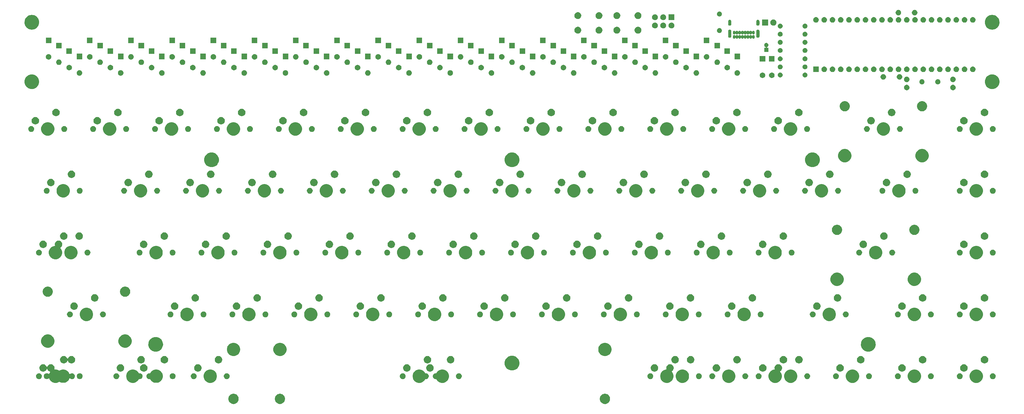
<source format=gbr>
G04 #@! TF.GenerationSoftware,KiCad,Pcbnew,(5.0.0)*
G04 #@! TF.CreationDate,2019-09-06T23:32:38-04:00*
G04 #@! TF.ProjectId,discipline-pcb,6469736369706C696E652D7063622E6B,rev?*
G04 #@! TF.SameCoordinates,Original*
G04 #@! TF.FileFunction,Soldermask,Bot*
G04 #@! TF.FilePolarity,Negative*
%FSLAX46Y46*%
G04 Gerber Fmt 4.6, Leading zero omitted, Abs format (unit mm)*
G04 Created by KiCad (PCBNEW (5.0.0)) date 09/06/19 23:32:38*
%MOMM*%
%LPD*%
G01*
G04 APERTURE LIST*
%ADD10C,0.100000*%
G04 APERTURE END LIST*
D10*
G36*
X242053518Y-171699796D02*
X242172244Y-171748974D01*
X242340148Y-171818522D01*
X242598114Y-171990889D01*
X242817488Y-172210263D01*
X242989855Y-172468229D01*
X243108581Y-172754860D01*
X243169107Y-173059145D01*
X243169107Y-173369395D01*
X243108581Y-173673680D01*
X242989855Y-173960311D01*
X242817488Y-174218277D01*
X242598114Y-174437651D01*
X242340148Y-174610018D01*
X242172244Y-174679566D01*
X242053518Y-174728744D01*
X241749232Y-174789270D01*
X241427930Y-174789270D01*
X241275788Y-174759007D01*
X241123644Y-174728744D01*
X241004918Y-174679566D01*
X240837014Y-174610018D01*
X240579048Y-174437651D01*
X240359674Y-174218277D01*
X240187307Y-173960311D01*
X240068581Y-173673680D01*
X240008055Y-173369395D01*
X240008055Y-173059145D01*
X240068581Y-172754860D01*
X240187307Y-172468229D01*
X240359674Y-172210263D01*
X240579048Y-171990889D01*
X240837014Y-171818522D01*
X241004918Y-171748974D01*
X241123644Y-171699796D01*
X241427930Y-171639270D01*
X241749232Y-171639270D01*
X242053518Y-171699796D01*
X242053518Y-171699796D01*
G37*
G36*
X142042666Y-171699796D02*
X142161392Y-171748974D01*
X142329296Y-171818522D01*
X142587262Y-171990889D01*
X142806636Y-172210263D01*
X142979003Y-172468229D01*
X143097729Y-172754860D01*
X143158255Y-173059145D01*
X143158255Y-173369395D01*
X143097729Y-173673680D01*
X142979003Y-173960311D01*
X142806636Y-174218277D01*
X142587262Y-174437651D01*
X142329296Y-174610018D01*
X142161392Y-174679566D01*
X142042666Y-174728744D01*
X141890522Y-174759007D01*
X141738380Y-174789270D01*
X141428130Y-174789270D01*
X141275988Y-174759007D01*
X141123844Y-174728744D01*
X141005118Y-174679566D01*
X140837214Y-174610018D01*
X140579248Y-174437651D01*
X140359874Y-174218277D01*
X140187507Y-173960311D01*
X140068781Y-173673680D01*
X140008255Y-173369395D01*
X140008255Y-173059145D01*
X140068781Y-172754860D01*
X140187507Y-172468229D01*
X140359874Y-172210263D01*
X140579248Y-171990889D01*
X140837214Y-171818522D01*
X141005118Y-171748974D01*
X141123844Y-171699796D01*
X141428130Y-171639270D01*
X141738380Y-171639270D01*
X142042666Y-171699796D01*
X142042666Y-171699796D01*
G37*
G36*
X127753518Y-171699796D02*
X127872244Y-171748974D01*
X128040148Y-171818522D01*
X128298114Y-171990889D01*
X128517488Y-172210263D01*
X128689855Y-172468229D01*
X128808581Y-172754860D01*
X128869107Y-173059145D01*
X128869107Y-173369395D01*
X128808581Y-173673680D01*
X128689855Y-173960311D01*
X128517488Y-174218277D01*
X128298114Y-174437651D01*
X128040148Y-174610018D01*
X127872244Y-174679566D01*
X127753518Y-174728744D01*
X127601374Y-174759007D01*
X127449232Y-174789270D01*
X127138982Y-174789270D01*
X126986840Y-174759007D01*
X126834696Y-174728744D01*
X126715970Y-174679566D01*
X126548066Y-174610018D01*
X126290100Y-174437651D01*
X126070726Y-174218277D01*
X125898359Y-173960311D01*
X125779633Y-173673680D01*
X125719107Y-173369395D01*
X125719107Y-173059145D01*
X125779633Y-172754860D01*
X125898359Y-172468229D01*
X126070726Y-172210263D01*
X126290100Y-171990889D01*
X126548066Y-171818522D01*
X126715970Y-171748974D01*
X126834696Y-171699796D01*
X127138982Y-171639270D01*
X127449232Y-171639270D01*
X127753518Y-171699796D01*
X127753518Y-171699796D01*
G37*
G36*
X185042359Y-164257088D02*
X185042361Y-164257089D01*
X185042362Y-164257089D01*
X185415620Y-164411697D01*
X185733852Y-164624333D01*
X185751546Y-164636156D01*
X186037221Y-164921831D01*
X186037223Y-164921834D01*
X186261680Y-165257757D01*
X186261681Y-165257760D01*
X186267622Y-165266651D01*
X186283168Y-165285593D01*
X186302110Y-165301139D01*
X186323720Y-165312690D01*
X186347170Y-165319803D01*
X186371556Y-165322205D01*
X186390090Y-165320380D01*
X186570525Y-165320380D01*
X186744596Y-165355004D01*
X186908568Y-165422924D01*
X187056138Y-165521527D01*
X187181637Y-165647026D01*
X187280240Y-165794596D01*
X187348160Y-165958568D01*
X187382784Y-166132639D01*
X187382784Y-166310121D01*
X187348160Y-166484192D01*
X187280240Y-166648164D01*
X187181637Y-166795734D01*
X187056138Y-166921233D01*
X186908568Y-167019836D01*
X186744596Y-167087756D01*
X186570525Y-167122380D01*
X186383599Y-167122380D01*
X186377896Y-167121819D01*
X186353510Y-167124224D01*
X186330062Y-167131339D01*
X186308452Y-167142893D01*
X186289512Y-167158441D01*
X186273968Y-167177384D01*
X186262426Y-167198982D01*
X186261681Y-167200781D01*
X186037221Y-167536709D01*
X185751546Y-167822384D01*
X185751543Y-167822386D01*
X185415620Y-168046843D01*
X185042362Y-168201451D01*
X185042361Y-168201451D01*
X185042359Y-168201452D01*
X184646114Y-168280270D01*
X184242100Y-168280270D01*
X183845855Y-168201452D01*
X183845853Y-168201451D01*
X183845852Y-168201451D01*
X183472594Y-168046843D01*
X183136671Y-167822386D01*
X183136668Y-167822384D01*
X182850993Y-167536709D01*
X182626535Y-167200784D01*
X182626534Y-167200783D01*
X182471926Y-166827525D01*
X182470357Y-166819635D01*
X182393107Y-166431277D01*
X182393107Y-166027263D01*
X182471925Y-165631018D01*
X182476821Y-165619197D01*
X182626534Y-165257757D01*
X182850991Y-164921834D01*
X182850993Y-164921831D01*
X183136668Y-164636156D01*
X183154362Y-164624333D01*
X183472594Y-164411697D01*
X183845852Y-164257089D01*
X183845853Y-164257089D01*
X183845855Y-164257088D01*
X184242100Y-164178270D01*
X184646114Y-164178270D01*
X185042359Y-164257088D01*
X185042359Y-164257088D01*
G37*
G36*
X96909836Y-164249198D02*
X96909838Y-164249199D01*
X96909839Y-164249199D01*
X97283097Y-164403807D01*
X97551739Y-164583308D01*
X97619023Y-164628266D01*
X97904698Y-164913941D01*
X97904700Y-164913944D01*
X98129157Y-165249867D01*
X98129212Y-165249999D01*
X98140761Y-165271604D01*
X98156307Y-165290546D01*
X98175250Y-165306091D01*
X98196861Y-165317641D01*
X98220310Y-165324754D01*
X98244696Y-165327155D01*
X98269072Y-165324754D01*
X98310824Y-165316449D01*
X98488306Y-165316449D01*
X98662377Y-165351073D01*
X98826349Y-165418993D01*
X98973919Y-165517596D01*
X99099418Y-165643095D01*
X99198021Y-165790665D01*
X99265941Y-165954637D01*
X99300565Y-166128708D01*
X99300565Y-166306190D01*
X99265941Y-166480261D01*
X99198021Y-166644233D01*
X99099418Y-166791803D01*
X98973919Y-166917302D01*
X98826349Y-167015905D01*
X98662377Y-167083825D01*
X98488306Y-167118449D01*
X98310823Y-167118449D01*
X98272087Y-167110744D01*
X98247701Y-167108342D01*
X98223314Y-167110744D01*
X98199865Y-167117857D01*
X98178254Y-167129408D01*
X98159312Y-167144954D01*
X98143767Y-167163896D01*
X98132216Y-167185507D01*
X98129157Y-167192893D01*
X97904698Y-167528819D01*
X97619023Y-167814494D01*
X97619020Y-167814496D01*
X97283097Y-168038953D01*
X96909839Y-168193561D01*
X96909838Y-168193561D01*
X96909836Y-168193562D01*
X96513591Y-168272380D01*
X96109577Y-168272380D01*
X95713332Y-168193562D01*
X95713330Y-168193561D01*
X95713329Y-168193561D01*
X95340071Y-168038953D01*
X95004148Y-167814496D01*
X95004145Y-167814494D01*
X94718470Y-167528819D01*
X94494012Y-167192894D01*
X94494011Y-167192893D01*
X94339403Y-166819635D01*
X94336219Y-166803627D01*
X94260584Y-166423387D01*
X94260584Y-166019373D01*
X94339402Y-165623128D01*
X94341030Y-165619197D01*
X94494011Y-165249867D01*
X94718468Y-164913944D01*
X94718470Y-164913941D01*
X95004145Y-164628266D01*
X95071429Y-164583308D01*
X95340071Y-164403807D01*
X95713329Y-164249199D01*
X95713330Y-164249199D01*
X95713332Y-164249198D01*
X96109577Y-164170380D01*
X96513591Y-164170380D01*
X96909836Y-164249198D01*
X96909836Y-164249198D01*
G37*
G36*
X280300992Y-164249198D02*
X280300994Y-164249199D01*
X280300995Y-164249199D01*
X280674253Y-164403807D01*
X280942895Y-164583308D01*
X281010179Y-164628266D01*
X281295854Y-164913941D01*
X281295856Y-164913944D01*
X281520313Y-165249867D01*
X281673294Y-165619197D01*
X281674922Y-165623128D01*
X281753740Y-166019373D01*
X281753740Y-166423387D01*
X281678106Y-166803627D01*
X281674921Y-166819635D01*
X281520313Y-167192893D01*
X281520312Y-167192894D01*
X281295854Y-167528819D01*
X281010179Y-167814494D01*
X281010176Y-167814496D01*
X280674253Y-168038953D01*
X280300995Y-168193561D01*
X280300994Y-168193561D01*
X280300992Y-168193562D01*
X279904747Y-168272380D01*
X279500733Y-168272380D01*
X279104488Y-168193562D01*
X279104486Y-168193561D01*
X279104485Y-168193561D01*
X278731227Y-168038953D01*
X278395304Y-167814496D01*
X278395301Y-167814494D01*
X278109626Y-167528819D01*
X277885168Y-167192894D01*
X277885167Y-167192893D01*
X277730559Y-166819635D01*
X277727375Y-166803627D01*
X277651740Y-166423387D01*
X277651740Y-166019373D01*
X277730558Y-165623128D01*
X277732186Y-165619197D01*
X277885167Y-165249867D01*
X278109624Y-164913944D01*
X278109626Y-164913941D01*
X278395301Y-164628266D01*
X278462585Y-164583308D01*
X278731227Y-164403807D01*
X279104485Y-164249199D01*
X279104486Y-164249199D01*
X279104488Y-164249198D01*
X279500733Y-164170380D01*
X279904747Y-164170380D01*
X280300992Y-164249198D01*
X280300992Y-164249198D01*
G37*
G36*
X261946204Y-162574612D02*
X262155672Y-162661376D01*
X262344193Y-162787342D01*
X262504508Y-162947657D01*
X262630474Y-163136178D01*
X262717238Y-163345646D01*
X262761470Y-163568015D01*
X262761470Y-163794745D01*
X262717238Y-164017114D01*
X262630474Y-164226582D01*
X262504508Y-164415103D01*
X262344194Y-164575417D01*
X262344191Y-164575419D01*
X262344190Y-164575420D01*
X262265103Y-164628264D01*
X262205766Y-164667912D01*
X262186824Y-164683458D01*
X262171279Y-164702400D01*
X262159728Y-164724011D01*
X262152615Y-164747460D01*
X262150213Y-164771846D01*
X262152615Y-164796233D01*
X262159728Y-164819682D01*
X262171279Y-164841293D01*
X262186825Y-164860234D01*
X262240532Y-164913941D01*
X262240534Y-164913944D01*
X262464991Y-165249867D01*
X262617972Y-165619197D01*
X262619600Y-165623128D01*
X262698418Y-166019373D01*
X262698418Y-166423387D01*
X262622784Y-166803627D01*
X262619599Y-166819635D01*
X262464991Y-167192893D01*
X262464990Y-167192894D01*
X262240532Y-167528819D01*
X261954857Y-167814494D01*
X261954854Y-167814496D01*
X261618931Y-168038953D01*
X261245673Y-168193561D01*
X261245672Y-168193561D01*
X261245670Y-168193562D01*
X260849425Y-168272380D01*
X260445411Y-168272380D01*
X260049166Y-168193562D01*
X260049164Y-168193561D01*
X260049163Y-168193561D01*
X259675905Y-168038953D01*
X259339982Y-167814496D01*
X259339979Y-167814494D01*
X259054304Y-167528819D01*
X258829846Y-167192894D01*
X258829845Y-167192893D01*
X258675237Y-166819635D01*
X258672053Y-166803627D01*
X258596418Y-166423387D01*
X258596418Y-166019373D01*
X258675236Y-165623128D01*
X258676864Y-165619197D01*
X258829845Y-165249867D01*
X259054302Y-164913944D01*
X259054304Y-164913941D01*
X259339979Y-164628266D01*
X259407263Y-164583308D01*
X259675905Y-164403807D01*
X260049163Y-164249199D01*
X260049164Y-164249199D01*
X260049166Y-164249198D01*
X260408531Y-164177716D01*
X260431980Y-164170603D01*
X260453591Y-164159052D01*
X260472533Y-164143506D01*
X260488079Y-164124564D01*
X260499630Y-164102954D01*
X260506743Y-164079504D01*
X260509145Y-164055118D01*
X260506743Y-164030732D01*
X260505778Y-164027551D01*
X260459470Y-163794745D01*
X260459470Y-163568015D01*
X260503702Y-163345646D01*
X260590466Y-163136178D01*
X260716432Y-162947657D01*
X260876747Y-162787342D01*
X261065268Y-162661376D01*
X261274736Y-162574612D01*
X261497105Y-162530380D01*
X261723835Y-162530380D01*
X261946204Y-162574612D01*
X261946204Y-162574612D01*
G37*
G36*
X266018722Y-164249198D02*
X266018724Y-164249199D01*
X266018725Y-164249199D01*
X266391983Y-164403807D01*
X266660625Y-164583308D01*
X266727909Y-164628266D01*
X267013584Y-164913941D01*
X267013586Y-164913944D01*
X267238043Y-165249867D01*
X267391024Y-165619197D01*
X267392652Y-165623128D01*
X267471470Y-166019373D01*
X267471470Y-166423387D01*
X267395836Y-166803627D01*
X267392651Y-166819635D01*
X267238043Y-167192893D01*
X267238042Y-167192894D01*
X267013584Y-167528819D01*
X266727909Y-167814494D01*
X266727906Y-167814496D01*
X266391983Y-168038953D01*
X266018725Y-168193561D01*
X266018724Y-168193561D01*
X266018722Y-168193562D01*
X265622477Y-168272380D01*
X265218463Y-168272380D01*
X264822218Y-168193562D01*
X264822216Y-168193561D01*
X264822215Y-168193561D01*
X264448957Y-168038953D01*
X264113034Y-167814496D01*
X264113031Y-167814494D01*
X263827356Y-167528819D01*
X263602898Y-167192894D01*
X263602897Y-167192893D01*
X263448289Y-166819635D01*
X263445105Y-166803627D01*
X263369470Y-166423387D01*
X263369470Y-166019373D01*
X263448288Y-165623128D01*
X263449916Y-165619197D01*
X263602897Y-165249867D01*
X263827354Y-164913944D01*
X263827356Y-164913941D01*
X264113031Y-164628266D01*
X264180315Y-164583308D01*
X264448957Y-164403807D01*
X264822215Y-164249199D01*
X264822216Y-164249199D01*
X264822218Y-164249198D01*
X265218463Y-164170380D01*
X265622477Y-164170380D01*
X266018722Y-164249198D01*
X266018722Y-164249198D01*
G37*
G36*
X295283796Y-162574612D02*
X295493264Y-162661376D01*
X295681785Y-162787342D01*
X295842100Y-162947657D01*
X295968066Y-163136178D01*
X296054830Y-163345646D01*
X296099062Y-163568015D01*
X296099062Y-163794745D01*
X296054830Y-164017114D01*
X295968066Y-164226582D01*
X295842100Y-164415103D01*
X295681783Y-164575420D01*
X295538354Y-164671257D01*
X295519412Y-164686802D01*
X295503867Y-164705744D01*
X295492316Y-164727355D01*
X295485203Y-164750804D01*
X295482801Y-164775191D01*
X295485203Y-164799577D01*
X295492316Y-164823026D01*
X295503868Y-164844637D01*
X295519413Y-164863578D01*
X295569776Y-164913941D01*
X295569778Y-164913944D01*
X295794235Y-165249867D01*
X295947216Y-165619197D01*
X295948844Y-165623128D01*
X296027662Y-166019373D01*
X296027662Y-166423387D01*
X295952028Y-166803627D01*
X295948843Y-166819635D01*
X295794235Y-167192893D01*
X295794234Y-167192894D01*
X295569776Y-167528819D01*
X295284101Y-167814494D01*
X295284098Y-167814496D01*
X294948175Y-168038953D01*
X294574917Y-168193561D01*
X294574916Y-168193561D01*
X294574914Y-168193562D01*
X294178669Y-168272380D01*
X293774655Y-168272380D01*
X293378410Y-168193562D01*
X293378408Y-168193561D01*
X293378407Y-168193561D01*
X293005149Y-168038953D01*
X292669226Y-167814496D01*
X292669223Y-167814494D01*
X292383548Y-167528819D01*
X292159090Y-167192894D01*
X292159089Y-167192893D01*
X292004481Y-166819635D01*
X292001297Y-166803627D01*
X291925662Y-166423387D01*
X291925662Y-166019373D01*
X292004480Y-165623128D01*
X292006108Y-165619197D01*
X292159089Y-165249867D01*
X292383546Y-164913944D01*
X292383548Y-164913941D01*
X292669223Y-164628266D01*
X292736507Y-164583308D01*
X293005149Y-164403807D01*
X293293849Y-164284224D01*
X293378409Y-164249198D01*
X293688221Y-164187573D01*
X293745489Y-164176182D01*
X293768937Y-164169069D01*
X293790548Y-164157518D01*
X293809490Y-164141973D01*
X293825036Y-164123030D01*
X293836587Y-164101420D01*
X293843700Y-164077971D01*
X293846102Y-164053584D01*
X293843700Y-164029198D01*
X293843694Y-164029179D01*
X293797062Y-163794745D01*
X293797062Y-163568015D01*
X293841294Y-163345646D01*
X293928058Y-163136178D01*
X294054024Y-162947657D01*
X294214339Y-162787342D01*
X294402860Y-162661376D01*
X294612328Y-162574612D01*
X294834697Y-162530380D01*
X295061427Y-162530380D01*
X295283796Y-162574612D01*
X295283796Y-162574612D01*
G37*
G36*
X192160036Y-164249198D02*
X192160038Y-164249199D01*
X192160039Y-164249199D01*
X192533297Y-164403807D01*
X192801939Y-164583308D01*
X192869223Y-164628266D01*
X193154898Y-164913941D01*
X193154900Y-164913944D01*
X193379357Y-165249867D01*
X193532338Y-165619197D01*
X193533966Y-165623128D01*
X193612784Y-166019373D01*
X193612784Y-166423387D01*
X193537150Y-166803627D01*
X193533965Y-166819635D01*
X193379357Y-167192893D01*
X193379356Y-167192894D01*
X193154898Y-167528819D01*
X192869223Y-167814494D01*
X192869220Y-167814496D01*
X192533297Y-168038953D01*
X192160039Y-168193561D01*
X192160038Y-168193561D01*
X192160036Y-168193562D01*
X191763791Y-168272380D01*
X191359777Y-168272380D01*
X190963532Y-168193562D01*
X190963530Y-168193561D01*
X190963529Y-168193561D01*
X190590271Y-168038953D01*
X190254348Y-167814496D01*
X190254345Y-167814494D01*
X189968670Y-167528819D01*
X189749484Y-167200784D01*
X189744211Y-167192893D01*
X189744210Y-167192890D01*
X189738269Y-167183999D01*
X189722723Y-167165057D01*
X189703781Y-167149511D01*
X189682171Y-167137960D01*
X189658721Y-167130847D01*
X189634335Y-167128445D01*
X189615801Y-167130270D01*
X189435366Y-167130270D01*
X189261295Y-167095646D01*
X189097323Y-167027726D01*
X188949753Y-166929123D01*
X188824254Y-166803624D01*
X188725651Y-166656054D01*
X188657731Y-166492082D01*
X188623107Y-166318011D01*
X188623107Y-166140529D01*
X188657731Y-165966458D01*
X188725651Y-165802486D01*
X188824254Y-165654916D01*
X188949753Y-165529417D01*
X189097323Y-165430814D01*
X189261295Y-165362894D01*
X189435366Y-165328270D01*
X189622292Y-165328270D01*
X189627995Y-165328831D01*
X189652381Y-165326426D01*
X189675829Y-165319311D01*
X189697439Y-165307757D01*
X189716379Y-165292209D01*
X189731923Y-165273266D01*
X189743465Y-165251668D01*
X189744210Y-165249869D01*
X189746839Y-165245935D01*
X189968668Y-164913944D01*
X189968670Y-164913941D01*
X190254345Y-164628266D01*
X190321629Y-164583308D01*
X190590271Y-164403807D01*
X190963529Y-164249199D01*
X190963530Y-164249199D01*
X190963532Y-164249198D01*
X191359777Y-164170380D01*
X191763791Y-164170380D01*
X192160036Y-164249198D01*
X192160036Y-164249198D01*
G37*
G36*
X318366036Y-164249198D02*
X318366038Y-164249199D01*
X318366039Y-164249199D01*
X318739297Y-164403807D01*
X319007939Y-164583308D01*
X319075223Y-164628266D01*
X319360898Y-164913941D01*
X319360900Y-164913944D01*
X319585357Y-165249867D01*
X319738338Y-165619197D01*
X319739966Y-165623128D01*
X319818784Y-166019373D01*
X319818784Y-166423387D01*
X319743150Y-166803627D01*
X319739965Y-166819635D01*
X319585357Y-167192893D01*
X319585356Y-167192894D01*
X319360898Y-167528819D01*
X319075223Y-167814494D01*
X319075220Y-167814496D01*
X318739297Y-168038953D01*
X318366039Y-168193561D01*
X318366038Y-168193561D01*
X318366036Y-168193562D01*
X317969791Y-168272380D01*
X317565777Y-168272380D01*
X317169532Y-168193562D01*
X317169530Y-168193561D01*
X317169529Y-168193561D01*
X316796271Y-168038953D01*
X316460348Y-167814496D01*
X316460345Y-167814494D01*
X316174670Y-167528819D01*
X315950212Y-167192894D01*
X315950211Y-167192893D01*
X315795603Y-166819635D01*
X315792419Y-166803627D01*
X315716784Y-166423387D01*
X315716784Y-166019373D01*
X315795602Y-165623128D01*
X315797230Y-165619197D01*
X315950211Y-165249867D01*
X316174668Y-164913944D01*
X316174670Y-164913941D01*
X316460345Y-164628266D01*
X316527629Y-164583308D01*
X316796271Y-164403807D01*
X317169529Y-164249199D01*
X317169530Y-164249199D01*
X317169532Y-164249198D01*
X317565777Y-164170380D01*
X317969791Y-164170380D01*
X318366036Y-164249198D01*
X318366036Y-164249198D01*
G37*
G36*
X356466036Y-164249198D02*
X356466038Y-164249199D01*
X356466039Y-164249199D01*
X356839297Y-164403807D01*
X357107939Y-164583308D01*
X357175223Y-164628266D01*
X357460898Y-164913941D01*
X357460900Y-164913944D01*
X357685357Y-165249867D01*
X357838338Y-165619197D01*
X357839966Y-165623128D01*
X357918784Y-166019373D01*
X357918784Y-166423387D01*
X357843150Y-166803627D01*
X357839965Y-166819635D01*
X357685357Y-167192893D01*
X357685356Y-167192894D01*
X357460898Y-167528819D01*
X357175223Y-167814494D01*
X357175220Y-167814496D01*
X356839297Y-168038953D01*
X356466039Y-168193561D01*
X356466038Y-168193561D01*
X356466036Y-168193562D01*
X356069791Y-168272380D01*
X355665777Y-168272380D01*
X355269532Y-168193562D01*
X355269530Y-168193561D01*
X355269529Y-168193561D01*
X354896271Y-168038953D01*
X354560348Y-167814496D01*
X354560345Y-167814494D01*
X354274670Y-167528819D01*
X354050212Y-167192894D01*
X354050211Y-167192893D01*
X353895603Y-166819635D01*
X353892419Y-166803627D01*
X353816784Y-166423387D01*
X353816784Y-166019373D01*
X353895602Y-165623128D01*
X353897230Y-165619197D01*
X354050211Y-165249867D01*
X354274668Y-164913944D01*
X354274670Y-164913941D01*
X354560345Y-164628266D01*
X354627629Y-164583308D01*
X354896271Y-164403807D01*
X355269529Y-164249199D01*
X355269530Y-164249199D01*
X355269532Y-164249198D01*
X355665777Y-164170380D01*
X356069791Y-164170380D01*
X356466036Y-164249198D01*
X356466036Y-164249198D01*
G37*
G36*
X337416036Y-164249198D02*
X337416038Y-164249199D01*
X337416039Y-164249199D01*
X337789297Y-164403807D01*
X338057939Y-164583308D01*
X338125223Y-164628266D01*
X338410898Y-164913941D01*
X338410900Y-164913944D01*
X338635357Y-165249867D01*
X338788338Y-165619197D01*
X338789966Y-165623128D01*
X338868784Y-166019373D01*
X338868784Y-166423387D01*
X338793150Y-166803627D01*
X338789965Y-166819635D01*
X338635357Y-167192893D01*
X338635356Y-167192894D01*
X338410898Y-167528819D01*
X338125223Y-167814494D01*
X338125220Y-167814496D01*
X337789297Y-168038953D01*
X337416039Y-168193561D01*
X337416038Y-168193561D01*
X337416036Y-168193562D01*
X337019791Y-168272380D01*
X336615777Y-168272380D01*
X336219532Y-168193562D01*
X336219530Y-168193561D01*
X336219529Y-168193561D01*
X335846271Y-168038953D01*
X335510348Y-167814496D01*
X335510345Y-167814494D01*
X335224670Y-167528819D01*
X335000212Y-167192894D01*
X335000211Y-167192893D01*
X334845603Y-166819635D01*
X334842419Y-166803627D01*
X334766784Y-166423387D01*
X334766784Y-166019373D01*
X334845602Y-165623128D01*
X334847230Y-165619197D01*
X335000211Y-165249867D01*
X335224668Y-164913944D01*
X335224670Y-164913941D01*
X335510345Y-164628266D01*
X335577629Y-164583308D01*
X335846271Y-164403807D01*
X336219529Y-164249199D01*
X336219530Y-164249199D01*
X336219532Y-164249198D01*
X336615777Y-164170380D01*
X337019791Y-164170380D01*
X337416036Y-164249198D01*
X337416036Y-164249198D01*
G37*
G36*
X120722236Y-164249198D02*
X120722238Y-164249199D01*
X120722239Y-164249199D01*
X121095497Y-164403807D01*
X121364139Y-164583308D01*
X121431423Y-164628266D01*
X121717098Y-164913941D01*
X121717100Y-164913944D01*
X121941557Y-165249867D01*
X122094538Y-165619197D01*
X122096166Y-165623128D01*
X122174984Y-166019373D01*
X122174984Y-166423387D01*
X122099350Y-166803627D01*
X122096165Y-166819635D01*
X121941557Y-167192893D01*
X121941556Y-167192894D01*
X121717098Y-167528819D01*
X121431423Y-167814494D01*
X121431420Y-167814496D01*
X121095497Y-168038953D01*
X120722239Y-168193561D01*
X120722238Y-168193561D01*
X120722236Y-168193562D01*
X120325991Y-168272380D01*
X119921977Y-168272380D01*
X119525732Y-168193562D01*
X119525730Y-168193561D01*
X119525729Y-168193561D01*
X119152471Y-168038953D01*
X118816548Y-167814496D01*
X118816545Y-167814494D01*
X118530870Y-167528819D01*
X118306412Y-167192894D01*
X118306411Y-167192893D01*
X118151803Y-166819635D01*
X118148619Y-166803627D01*
X118072984Y-166423387D01*
X118072984Y-166019373D01*
X118151802Y-165623128D01*
X118153430Y-165619197D01*
X118306411Y-165249867D01*
X118530868Y-164913944D01*
X118530870Y-164913941D01*
X118816545Y-164628266D01*
X118883829Y-164583308D01*
X119152471Y-164403807D01*
X119525729Y-164249199D01*
X119525730Y-164249199D01*
X119525732Y-164249198D01*
X119921977Y-164170380D01*
X120325991Y-164170380D01*
X120722236Y-164249198D01*
X120722236Y-164249198D01*
G37*
G36*
X299356314Y-164249198D02*
X299356316Y-164249199D01*
X299356317Y-164249199D01*
X299729575Y-164403807D01*
X299998217Y-164583308D01*
X300065501Y-164628266D01*
X300351176Y-164913941D01*
X300351178Y-164913944D01*
X300575635Y-165249867D01*
X300728616Y-165619197D01*
X300730244Y-165623128D01*
X300809062Y-166019373D01*
X300809062Y-166423387D01*
X300733428Y-166803627D01*
X300730243Y-166819635D01*
X300575635Y-167192893D01*
X300575634Y-167192894D01*
X300351176Y-167528819D01*
X300065501Y-167814494D01*
X300065498Y-167814496D01*
X299729575Y-168038953D01*
X299356317Y-168193561D01*
X299356316Y-168193561D01*
X299356314Y-168193562D01*
X298960069Y-168272380D01*
X298556055Y-168272380D01*
X298159810Y-168193562D01*
X298159808Y-168193561D01*
X298159807Y-168193561D01*
X297786549Y-168038953D01*
X297450626Y-167814496D01*
X297450623Y-167814494D01*
X297164948Y-167528819D01*
X296940490Y-167192894D01*
X296940489Y-167192893D01*
X296785881Y-166819635D01*
X296782697Y-166803627D01*
X296707062Y-166423387D01*
X296707062Y-166019373D01*
X296785880Y-165623128D01*
X296787508Y-165619197D01*
X296940489Y-165249867D01*
X297164946Y-164913944D01*
X297164948Y-164913941D01*
X297450623Y-164628266D01*
X297517907Y-164583308D01*
X297786549Y-164403807D01*
X298159807Y-164249199D01*
X298159808Y-164249199D01*
X298159810Y-164249198D01*
X298556055Y-164170380D01*
X298960069Y-164170380D01*
X299356314Y-164249198D01*
X299356314Y-164249198D01*
G37*
G36*
X71405968Y-162570681D02*
X71615436Y-162657445D01*
X71803957Y-162783411D01*
X71964272Y-162943726D01*
X72090238Y-163132247D01*
X72177002Y-163341715D01*
X72221234Y-163564084D01*
X72221234Y-163790814D01*
X72175448Y-164020994D01*
X72173046Y-164045380D01*
X72175448Y-164069766D01*
X72182561Y-164093215D01*
X72194112Y-164114826D01*
X72209658Y-164133768D01*
X72228600Y-164149314D01*
X72250210Y-164160865D01*
X72273660Y-164167978D01*
X72298046Y-164170380D01*
X72700991Y-164170380D01*
X73097236Y-164249198D01*
X73097238Y-164249199D01*
X73097239Y-164249199D01*
X73470497Y-164403807D01*
X73617222Y-164501846D01*
X73638831Y-164513397D01*
X73662280Y-164520510D01*
X73686667Y-164522912D01*
X73711053Y-164520510D01*
X73734502Y-164513397D01*
X73756110Y-164501848D01*
X73908721Y-164399876D01*
X74281979Y-164245268D01*
X74281980Y-164245268D01*
X74281982Y-164245267D01*
X74678227Y-164166449D01*
X75082241Y-164166449D01*
X75478486Y-164245267D01*
X75478488Y-164245268D01*
X75478489Y-164245268D01*
X75851747Y-164399876D01*
X76114462Y-164575417D01*
X76187673Y-164624335D01*
X76473348Y-164910010D01*
X76473350Y-164910013D01*
X76697807Y-165245936D01*
X76796127Y-165483302D01*
X76796801Y-165484930D01*
X76808352Y-165506541D01*
X76823898Y-165525483D01*
X76842840Y-165541029D01*
X76864450Y-165552580D01*
X76887900Y-165559693D01*
X76912286Y-165562095D01*
X76936672Y-165559693D01*
X76960121Y-165552580D01*
X76981732Y-165541029D01*
X77000674Y-165525483D01*
X77004630Y-165521527D01*
X77152200Y-165422924D01*
X77316172Y-165355004D01*
X77490243Y-165320380D01*
X77667725Y-165320380D01*
X77841796Y-165355004D01*
X78005768Y-165422924D01*
X78153338Y-165521527D01*
X78278837Y-165647026D01*
X78377440Y-165794596D01*
X78445360Y-165958568D01*
X78479984Y-166132639D01*
X78479984Y-166310121D01*
X78445360Y-166484192D01*
X78377440Y-166648164D01*
X78278837Y-166795734D01*
X78153338Y-166921233D01*
X78005768Y-167019836D01*
X77841796Y-167087756D01*
X77667725Y-167122380D01*
X77490243Y-167122380D01*
X77316172Y-167087756D01*
X77152200Y-167019836D01*
X77004630Y-166921233D01*
X76998372Y-166914975D01*
X76979430Y-166899429D01*
X76957819Y-166887878D01*
X76934370Y-166880765D01*
X76909984Y-166878363D01*
X76885598Y-166880765D01*
X76862149Y-166887878D01*
X76840538Y-166899429D01*
X76821596Y-166914975D01*
X76806050Y-166933917D01*
X76794499Y-166955527D01*
X76697807Y-167188962D01*
X76476377Y-167520354D01*
X76473348Y-167524888D01*
X76187673Y-167810563D01*
X76187670Y-167810565D01*
X75851747Y-168035022D01*
X75478489Y-168189630D01*
X75478488Y-168189630D01*
X75478486Y-168189631D01*
X75082241Y-168268449D01*
X74678227Y-168268449D01*
X74281982Y-168189631D01*
X74281980Y-168189630D01*
X74281979Y-168189630D01*
X73908721Y-168035022D01*
X73761993Y-167936981D01*
X73740387Y-167925432D01*
X73716938Y-167918319D01*
X73692551Y-167915917D01*
X73668165Y-167918319D01*
X73644716Y-167925432D01*
X73623108Y-167936981D01*
X73470497Y-168038953D01*
X73097239Y-168193561D01*
X73097238Y-168193561D01*
X73097236Y-168193562D01*
X72700991Y-168272380D01*
X72296977Y-168272380D01*
X71900732Y-168193562D01*
X71900730Y-168193561D01*
X71900729Y-168193561D01*
X71527471Y-168038953D01*
X71191548Y-167814496D01*
X71191545Y-167814494D01*
X70905870Y-167528819D01*
X70686684Y-167200784D01*
X70681411Y-167192893D01*
X70582416Y-166953897D01*
X70570866Y-166932288D01*
X70555320Y-166913346D01*
X70536378Y-166897800D01*
X70514768Y-166886249D01*
X70491318Y-166879136D01*
X70466932Y-166876734D01*
X70442546Y-166879136D01*
X70419097Y-166886249D01*
X70397486Y-166897800D01*
X70378544Y-166913346D01*
X70374588Y-166917302D01*
X70227018Y-167015905D01*
X70063046Y-167083825D01*
X69888975Y-167118449D01*
X69711493Y-167118449D01*
X69537422Y-167083825D01*
X69373450Y-167015905D01*
X69225880Y-166917302D01*
X69100381Y-166791803D01*
X69001778Y-166644233D01*
X68933858Y-166480261D01*
X68899234Y-166306190D01*
X68899234Y-166128708D01*
X68933858Y-165954637D01*
X69001778Y-165790665D01*
X69100381Y-165643095D01*
X69225880Y-165517596D01*
X69373450Y-165418993D01*
X69537422Y-165351073D01*
X69711493Y-165316449D01*
X69888975Y-165316449D01*
X70063046Y-165351073D01*
X70227018Y-165418993D01*
X70374588Y-165517596D01*
X70380846Y-165523854D01*
X70399788Y-165539400D01*
X70421399Y-165550951D01*
X70444848Y-165558064D01*
X70469234Y-165560466D01*
X70493620Y-165558064D01*
X70517069Y-165550951D01*
X70538680Y-165539400D01*
X70557622Y-165523854D01*
X70573168Y-165504912D01*
X70584719Y-165483302D01*
X70623123Y-165390588D01*
X70681411Y-165249867D01*
X70858343Y-164985070D01*
X70869893Y-164963461D01*
X70877006Y-164940012D01*
X70879408Y-164915626D01*
X70877006Y-164891240D01*
X70869893Y-164867791D01*
X70858342Y-164846180D01*
X70842796Y-164827238D01*
X70823854Y-164811692D01*
X70802243Y-164800141D01*
X70778795Y-164793028D01*
X70734500Y-164784217D01*
X70525032Y-164697453D01*
X70336511Y-164571487D01*
X70176196Y-164411172D01*
X70050230Y-164222651D01*
X69995908Y-164091505D01*
X69984357Y-164069894D01*
X69968812Y-164050952D01*
X69949870Y-164035407D01*
X69928259Y-164023855D01*
X69904810Y-164016742D01*
X69880423Y-164014340D01*
X69856037Y-164016742D01*
X69832588Y-164023855D01*
X69810977Y-164035406D01*
X69792035Y-164050951D01*
X69776490Y-164069893D01*
X69764938Y-164091505D01*
X69708988Y-164226583D01*
X69583022Y-164415103D01*
X69422707Y-164575418D01*
X69234186Y-164701384D01*
X69024718Y-164788148D01*
X68802349Y-164832380D01*
X68575619Y-164832380D01*
X68353250Y-164788148D01*
X68143782Y-164701384D01*
X67955261Y-164575418D01*
X67794946Y-164415103D01*
X67668980Y-164226582D01*
X67582216Y-164017114D01*
X67537984Y-163794745D01*
X67537984Y-163568015D01*
X67582216Y-163345646D01*
X67668980Y-163136178D01*
X67794946Y-162947657D01*
X67955261Y-162787342D01*
X68143782Y-162661376D01*
X68353250Y-162574612D01*
X68575619Y-162530380D01*
X68802349Y-162530380D01*
X69024718Y-162574612D01*
X69234186Y-162661376D01*
X69422707Y-162787342D01*
X69583022Y-162947657D01*
X69708988Y-163136178D01*
X69763310Y-163267324D01*
X69774861Y-163288935D01*
X69790406Y-163307877D01*
X69809348Y-163323422D01*
X69830959Y-163334974D01*
X69854408Y-163342087D01*
X69878795Y-163344489D01*
X69903181Y-163342087D01*
X69926630Y-163334974D01*
X69948241Y-163323423D01*
X69967183Y-163307878D01*
X69982728Y-163288936D01*
X69994280Y-163267324D01*
X70050230Y-163132246D01*
X70176196Y-162943726D01*
X70336511Y-162783411D01*
X70525032Y-162657445D01*
X70734500Y-162570681D01*
X70956869Y-162526449D01*
X71183599Y-162526449D01*
X71405968Y-162570681D01*
X71405968Y-162570681D01*
G37*
G36*
X104077817Y-164245267D02*
X104077819Y-164245268D01*
X104077820Y-164245268D01*
X104451078Y-164399876D01*
X104713793Y-164575417D01*
X104787004Y-164624335D01*
X105072679Y-164910010D01*
X105072681Y-164910013D01*
X105297138Y-165245936D01*
X105426425Y-165558064D01*
X105451747Y-165619197D01*
X105530565Y-166015442D01*
X105530565Y-166419456D01*
X105454149Y-166803627D01*
X105451746Y-166815704D01*
X105297138Y-167188962D01*
X105075708Y-167520354D01*
X105072679Y-167524888D01*
X104787004Y-167810563D01*
X104787001Y-167810565D01*
X104451078Y-168035022D01*
X104077820Y-168189630D01*
X104077819Y-168189630D01*
X104077817Y-168189631D01*
X103681572Y-168268449D01*
X103277558Y-168268449D01*
X102881313Y-168189631D01*
X102881311Y-168189630D01*
X102881310Y-168189630D01*
X102508052Y-168035022D01*
X102172129Y-167810565D01*
X102172126Y-167810563D01*
X101886451Y-167524888D01*
X101883422Y-167520354D01*
X101661992Y-167188962D01*
X101661937Y-167188830D01*
X101650388Y-167167225D01*
X101634842Y-167148283D01*
X101615899Y-167132738D01*
X101594288Y-167121188D01*
X101570839Y-167114075D01*
X101546453Y-167111674D01*
X101522077Y-167114075D01*
X101480325Y-167122380D01*
X101302843Y-167122380D01*
X101128772Y-167087756D01*
X100964800Y-167019836D01*
X100817230Y-166921233D01*
X100691731Y-166795734D01*
X100593128Y-166648164D01*
X100525208Y-166484192D01*
X100490584Y-166310121D01*
X100490584Y-166132639D01*
X100525208Y-165958568D01*
X100593128Y-165794596D01*
X100691731Y-165647026D01*
X100817230Y-165521527D01*
X100964800Y-165422924D01*
X101128772Y-165355004D01*
X101302843Y-165320380D01*
X101480326Y-165320380D01*
X101519062Y-165328085D01*
X101543448Y-165330487D01*
X101567835Y-165328085D01*
X101591284Y-165320972D01*
X101612895Y-165309421D01*
X101631837Y-165293875D01*
X101647382Y-165274933D01*
X101658933Y-165253322D01*
X101661992Y-165245936D01*
X101886451Y-164910010D01*
X102172126Y-164624335D01*
X102245337Y-164575417D01*
X102508052Y-164399876D01*
X102881310Y-164245268D01*
X102881311Y-164245268D01*
X102881313Y-164245267D01*
X103277558Y-164166449D01*
X103681572Y-164166449D01*
X104077817Y-164245267D01*
X104077817Y-164245267D01*
G37*
G36*
X179626919Y-165362894D02*
X179790891Y-165430814D01*
X179938461Y-165529417D01*
X180063960Y-165654916D01*
X180162563Y-165802486D01*
X180230483Y-165966458D01*
X180265107Y-166140529D01*
X180265107Y-166318011D01*
X180230483Y-166492082D01*
X180162563Y-166656054D01*
X180063960Y-166803624D01*
X179938461Y-166929123D01*
X179790891Y-167027726D01*
X179626919Y-167095646D01*
X179452848Y-167130270D01*
X179275366Y-167130270D01*
X179101295Y-167095646D01*
X178937323Y-167027726D01*
X178789753Y-166929123D01*
X178664254Y-166803624D01*
X178565651Y-166656054D01*
X178497731Y-166492082D01*
X178463107Y-166318011D01*
X178463107Y-166140529D01*
X178497731Y-165966458D01*
X178565651Y-165802486D01*
X178664254Y-165654916D01*
X178789753Y-165529417D01*
X178937323Y-165430814D01*
X179101295Y-165362894D01*
X179275366Y-165328270D01*
X179452848Y-165328270D01*
X179626919Y-165362894D01*
X179626919Y-165362894D01*
G37*
G36*
X342160596Y-165355004D02*
X342324568Y-165422924D01*
X342472138Y-165521527D01*
X342597637Y-165647026D01*
X342696240Y-165794596D01*
X342764160Y-165958568D01*
X342798784Y-166132639D01*
X342798784Y-166310121D01*
X342764160Y-166484192D01*
X342696240Y-166648164D01*
X342597637Y-166795734D01*
X342472138Y-166921233D01*
X342324568Y-167019836D01*
X342160596Y-167087756D01*
X341986525Y-167122380D01*
X341809043Y-167122380D01*
X341634972Y-167087756D01*
X341471000Y-167019836D01*
X341323430Y-166921233D01*
X341197931Y-166795734D01*
X341099328Y-166648164D01*
X341031408Y-166484192D01*
X340996784Y-166310121D01*
X340996784Y-166132639D01*
X341031408Y-165958568D01*
X341099328Y-165794596D01*
X341197931Y-165647026D01*
X341323430Y-165521527D01*
X341471000Y-165422924D01*
X341634972Y-165355004D01*
X341809043Y-165320380D01*
X341986525Y-165320380D01*
X342160596Y-165355004D01*
X342160596Y-165355004D01*
G37*
G36*
X125466796Y-165355004D02*
X125630768Y-165422924D01*
X125778338Y-165521527D01*
X125903837Y-165647026D01*
X126002440Y-165794596D01*
X126070360Y-165958568D01*
X126104984Y-166132639D01*
X126104984Y-166310121D01*
X126070360Y-166484192D01*
X126002440Y-166648164D01*
X125903837Y-166795734D01*
X125778338Y-166921233D01*
X125630768Y-167019836D01*
X125466796Y-167087756D01*
X125292725Y-167122380D01*
X125115243Y-167122380D01*
X124941172Y-167087756D01*
X124777200Y-167019836D01*
X124629630Y-166921233D01*
X124504131Y-166795734D01*
X124405528Y-166648164D01*
X124337608Y-166484192D01*
X124302984Y-166310121D01*
X124302984Y-166132639D01*
X124337608Y-165958568D01*
X124405528Y-165794596D01*
X124504131Y-165647026D01*
X124629630Y-165521527D01*
X124777200Y-165422924D01*
X124941172Y-165355004D01*
X125115243Y-165320380D01*
X125292725Y-165320380D01*
X125466796Y-165355004D01*
X125466796Y-165355004D01*
G37*
G36*
X274885552Y-165355004D02*
X275049524Y-165422924D01*
X275197094Y-165521527D01*
X275322593Y-165647026D01*
X275421196Y-165794596D01*
X275489116Y-165958568D01*
X275523740Y-166132639D01*
X275523740Y-166310121D01*
X275489116Y-166484192D01*
X275421196Y-166648164D01*
X275322593Y-166795734D01*
X275197094Y-166921233D01*
X275049524Y-167019836D01*
X274885552Y-167087756D01*
X274711481Y-167122380D01*
X274533999Y-167122380D01*
X274359928Y-167087756D01*
X274195956Y-167019836D01*
X274048386Y-166921233D01*
X273922887Y-166795734D01*
X273824284Y-166648164D01*
X273756364Y-166484192D01*
X273721740Y-166310121D01*
X273721740Y-166132639D01*
X273756364Y-165958568D01*
X273824284Y-165794596D01*
X273922887Y-165647026D01*
X274048386Y-165521527D01*
X274195956Y-165422924D01*
X274359928Y-165355004D01*
X274533999Y-165320380D01*
X274711481Y-165320380D01*
X274885552Y-165355004D01*
X274885552Y-165355004D01*
G37*
G36*
X285045552Y-165355004D02*
X285209524Y-165422924D01*
X285357094Y-165521527D01*
X285482593Y-165647026D01*
X285581196Y-165794596D01*
X285649116Y-165958568D01*
X285683740Y-166132639D01*
X285683740Y-166310121D01*
X285649116Y-166484192D01*
X285581196Y-166648164D01*
X285482593Y-166795734D01*
X285357094Y-166921233D01*
X285209524Y-167019836D01*
X285045552Y-167087756D01*
X284871481Y-167122380D01*
X284693999Y-167122380D01*
X284519928Y-167087756D01*
X284355956Y-167019836D01*
X284208386Y-166921233D01*
X284082887Y-166795734D01*
X283984284Y-166648164D01*
X283916364Y-166484192D01*
X283881740Y-166310121D01*
X283881740Y-166132639D01*
X283916364Y-165958568D01*
X283984284Y-165794596D01*
X284082887Y-165647026D01*
X284208386Y-165521527D01*
X284355956Y-165422924D01*
X284519928Y-165355004D01*
X284693999Y-165320380D01*
X284871481Y-165320380D01*
X285045552Y-165355004D01*
X285045552Y-165355004D01*
G37*
G36*
X115306796Y-165355004D02*
X115470768Y-165422924D01*
X115618338Y-165521527D01*
X115743837Y-165647026D01*
X115842440Y-165794596D01*
X115910360Y-165958568D01*
X115944984Y-166132639D01*
X115944984Y-166310121D01*
X115910360Y-166484192D01*
X115842440Y-166648164D01*
X115743837Y-166795734D01*
X115618338Y-166921233D01*
X115470768Y-167019836D01*
X115306796Y-167087756D01*
X115132725Y-167122380D01*
X114955243Y-167122380D01*
X114781172Y-167087756D01*
X114617200Y-167019836D01*
X114469630Y-166921233D01*
X114344131Y-166795734D01*
X114245528Y-166648164D01*
X114177608Y-166484192D01*
X114142984Y-166310121D01*
X114142984Y-166132639D01*
X114177608Y-165958568D01*
X114245528Y-165794596D01*
X114344131Y-165647026D01*
X114469630Y-165521527D01*
X114617200Y-165422924D01*
X114781172Y-165355004D01*
X114955243Y-165320380D01*
X115132725Y-165320380D01*
X115306796Y-165355004D01*
X115306796Y-165355004D01*
G37*
G36*
X304100874Y-165355004D02*
X304264846Y-165422924D01*
X304412416Y-165521527D01*
X304537915Y-165647026D01*
X304636518Y-165794596D01*
X304704438Y-165958568D01*
X304739062Y-166132639D01*
X304739062Y-166310121D01*
X304704438Y-166484192D01*
X304636518Y-166648164D01*
X304537915Y-166795734D01*
X304412416Y-166921233D01*
X304264846Y-167019836D01*
X304100874Y-167087756D01*
X303926803Y-167122380D01*
X303749321Y-167122380D01*
X303575250Y-167087756D01*
X303411278Y-167019836D01*
X303263708Y-166921233D01*
X303138209Y-166795734D01*
X303039606Y-166648164D01*
X302971686Y-166484192D01*
X302937062Y-166310121D01*
X302937062Y-166132639D01*
X302971686Y-165958568D01*
X303039606Y-165794596D01*
X303138209Y-165647026D01*
X303263708Y-165521527D01*
X303411278Y-165422924D01*
X303575250Y-165355004D01*
X303749321Y-165320380D01*
X303926803Y-165320380D01*
X304100874Y-165355004D01*
X304100874Y-165355004D01*
G37*
G36*
X255830230Y-165355004D02*
X255994202Y-165422924D01*
X256141772Y-165521527D01*
X256267271Y-165647026D01*
X256365874Y-165794596D01*
X256433794Y-165958568D01*
X256468418Y-166132639D01*
X256468418Y-166310121D01*
X256433794Y-166484192D01*
X256365874Y-166648164D01*
X256267271Y-166795734D01*
X256141772Y-166921233D01*
X255994202Y-167019836D01*
X255830230Y-167087756D01*
X255656159Y-167122380D01*
X255478677Y-167122380D01*
X255304606Y-167087756D01*
X255140634Y-167019836D01*
X254993064Y-166921233D01*
X254867565Y-166795734D01*
X254768962Y-166648164D01*
X254701042Y-166484192D01*
X254666418Y-166310121D01*
X254666418Y-166132639D01*
X254701042Y-165958568D01*
X254768962Y-165794596D01*
X254867565Y-165647026D01*
X254993064Y-165521527D01*
X255140634Y-165422924D01*
X255304606Y-165355004D01*
X255478677Y-165320380D01*
X255656159Y-165320380D01*
X255830230Y-165355004D01*
X255830230Y-165355004D01*
G37*
G36*
X270763282Y-165355004D02*
X270927254Y-165422924D01*
X271074824Y-165521527D01*
X271200323Y-165647026D01*
X271298926Y-165794596D01*
X271366846Y-165958568D01*
X271401470Y-166132639D01*
X271401470Y-166310121D01*
X271366846Y-166484192D01*
X271298926Y-166648164D01*
X271200323Y-166795734D01*
X271074824Y-166921233D01*
X270927254Y-167019836D01*
X270763282Y-167087756D01*
X270589211Y-167122380D01*
X270411729Y-167122380D01*
X270237658Y-167087756D01*
X270073686Y-167019836D01*
X269926116Y-166921233D01*
X269800617Y-166795734D01*
X269702014Y-166648164D01*
X269634094Y-166484192D01*
X269599470Y-166310121D01*
X269599470Y-166132639D01*
X269634094Y-165958568D01*
X269702014Y-165794596D01*
X269800617Y-165647026D01*
X269926116Y-165521527D01*
X270073686Y-165422924D01*
X270237658Y-165355004D01*
X270411729Y-165320380D01*
X270589211Y-165320380D01*
X270763282Y-165355004D01*
X270763282Y-165355004D01*
G37*
G36*
X289159474Y-165355004D02*
X289323446Y-165422924D01*
X289471016Y-165521527D01*
X289596515Y-165647026D01*
X289695118Y-165794596D01*
X289763038Y-165958568D01*
X289797662Y-166132639D01*
X289797662Y-166310121D01*
X289763038Y-166484192D01*
X289695118Y-166648164D01*
X289596515Y-166795734D01*
X289471016Y-166921233D01*
X289323446Y-167019836D01*
X289159474Y-167087756D01*
X288985403Y-167122380D01*
X288807921Y-167122380D01*
X288633850Y-167087756D01*
X288469878Y-167019836D01*
X288322308Y-166921233D01*
X288196809Y-166795734D01*
X288098206Y-166648164D01*
X288030286Y-166484192D01*
X287995662Y-166310121D01*
X287995662Y-166132639D01*
X288030286Y-165958568D01*
X288098206Y-165794596D01*
X288196809Y-165647026D01*
X288322308Y-165521527D01*
X288469878Y-165422924D01*
X288633850Y-165355004D01*
X288807921Y-165320380D01*
X288985403Y-165320380D01*
X289159474Y-165355004D01*
X289159474Y-165355004D01*
G37*
G36*
X196904596Y-165355004D02*
X197068568Y-165422924D01*
X197216138Y-165521527D01*
X197341637Y-165647026D01*
X197440240Y-165794596D01*
X197508160Y-165958568D01*
X197542784Y-166132639D01*
X197542784Y-166310121D01*
X197508160Y-166484192D01*
X197440240Y-166648164D01*
X197341637Y-166795734D01*
X197216138Y-166921233D01*
X197068568Y-167019836D01*
X196904596Y-167087756D01*
X196730525Y-167122380D01*
X196553043Y-167122380D01*
X196378972Y-167087756D01*
X196215000Y-167019836D01*
X196067430Y-166921233D01*
X195941931Y-166795734D01*
X195843328Y-166648164D01*
X195775408Y-166484192D01*
X195740784Y-166310121D01*
X195740784Y-166132639D01*
X195775408Y-165958568D01*
X195843328Y-165794596D01*
X195941931Y-165647026D01*
X196067430Y-165521527D01*
X196215000Y-165422924D01*
X196378972Y-165355004D01*
X196553043Y-165320380D01*
X196730525Y-165320380D01*
X196904596Y-165355004D01*
X196904596Y-165355004D01*
G37*
G36*
X312950596Y-165355004D02*
X313114568Y-165422924D01*
X313262138Y-165521527D01*
X313387637Y-165647026D01*
X313486240Y-165794596D01*
X313554160Y-165958568D01*
X313588784Y-166132639D01*
X313588784Y-166310121D01*
X313554160Y-166484192D01*
X313486240Y-166648164D01*
X313387637Y-166795734D01*
X313262138Y-166921233D01*
X313114568Y-167019836D01*
X312950596Y-167087756D01*
X312776525Y-167122380D01*
X312599043Y-167122380D01*
X312424972Y-167087756D01*
X312261000Y-167019836D01*
X312113430Y-166921233D01*
X311987931Y-166795734D01*
X311889328Y-166648164D01*
X311821408Y-166484192D01*
X311786784Y-166310121D01*
X311786784Y-166132639D01*
X311821408Y-165958568D01*
X311889328Y-165794596D01*
X311987931Y-165647026D01*
X312113430Y-165521527D01*
X312261000Y-165422924D01*
X312424972Y-165355004D01*
X312599043Y-165320380D01*
X312776525Y-165320380D01*
X312950596Y-165355004D01*
X312950596Y-165355004D01*
G37*
G36*
X323110596Y-165355004D02*
X323274568Y-165422924D01*
X323422138Y-165521527D01*
X323547637Y-165647026D01*
X323646240Y-165794596D01*
X323714160Y-165958568D01*
X323748784Y-166132639D01*
X323748784Y-166310121D01*
X323714160Y-166484192D01*
X323646240Y-166648164D01*
X323547637Y-166795734D01*
X323422138Y-166921233D01*
X323274568Y-167019836D01*
X323110596Y-167087756D01*
X322936525Y-167122380D01*
X322759043Y-167122380D01*
X322584972Y-167087756D01*
X322421000Y-167019836D01*
X322273430Y-166921233D01*
X322147931Y-166795734D01*
X322049328Y-166648164D01*
X321981408Y-166484192D01*
X321946784Y-166310121D01*
X321946784Y-166132639D01*
X321981408Y-165958568D01*
X322049328Y-165794596D01*
X322147931Y-165647026D01*
X322273430Y-165521527D01*
X322421000Y-165422924D01*
X322584972Y-165355004D01*
X322759043Y-165320380D01*
X322936525Y-165320380D01*
X323110596Y-165355004D01*
X323110596Y-165355004D01*
G37*
G36*
X332000596Y-165355004D02*
X332164568Y-165422924D01*
X332312138Y-165521527D01*
X332437637Y-165647026D01*
X332536240Y-165794596D01*
X332604160Y-165958568D01*
X332638784Y-166132639D01*
X332638784Y-166310121D01*
X332604160Y-166484192D01*
X332536240Y-166648164D01*
X332437637Y-166795734D01*
X332312138Y-166921233D01*
X332164568Y-167019836D01*
X332000596Y-167087756D01*
X331826525Y-167122380D01*
X331649043Y-167122380D01*
X331474972Y-167087756D01*
X331311000Y-167019836D01*
X331163430Y-166921233D01*
X331037931Y-166795734D01*
X330939328Y-166648164D01*
X330871408Y-166484192D01*
X330836784Y-166310121D01*
X330836784Y-166132639D01*
X330871408Y-165958568D01*
X330939328Y-165794596D01*
X331037931Y-165647026D01*
X331163430Y-165521527D01*
X331311000Y-165422924D01*
X331474972Y-165355004D01*
X331649043Y-165320380D01*
X331826525Y-165320380D01*
X332000596Y-165355004D01*
X332000596Y-165355004D01*
G37*
G36*
X361210596Y-165355004D02*
X361374568Y-165422924D01*
X361522138Y-165521527D01*
X361647637Y-165647026D01*
X361746240Y-165794596D01*
X361814160Y-165958568D01*
X361848784Y-166132639D01*
X361848784Y-166310121D01*
X361814160Y-166484192D01*
X361746240Y-166648164D01*
X361647637Y-166795734D01*
X361522138Y-166921233D01*
X361374568Y-167019836D01*
X361210596Y-167087756D01*
X361036525Y-167122380D01*
X360859043Y-167122380D01*
X360684972Y-167087756D01*
X360521000Y-167019836D01*
X360373430Y-166921233D01*
X360247931Y-166795734D01*
X360149328Y-166648164D01*
X360081408Y-166484192D01*
X360046784Y-166310121D01*
X360046784Y-166132639D01*
X360081408Y-165958568D01*
X360149328Y-165794596D01*
X360247931Y-165647026D01*
X360373430Y-165521527D01*
X360521000Y-165422924D01*
X360684972Y-165355004D01*
X360859043Y-165320380D01*
X361036525Y-165320380D01*
X361210596Y-165355004D01*
X361210596Y-165355004D01*
G37*
G36*
X351050596Y-165355004D02*
X351214568Y-165422924D01*
X351362138Y-165521527D01*
X351487637Y-165647026D01*
X351586240Y-165794596D01*
X351654160Y-165958568D01*
X351688784Y-166132639D01*
X351688784Y-166310121D01*
X351654160Y-166484192D01*
X351586240Y-166648164D01*
X351487637Y-166795734D01*
X351362138Y-166921233D01*
X351214568Y-167019836D01*
X351050596Y-167087756D01*
X350876525Y-167122380D01*
X350699043Y-167122380D01*
X350524972Y-167087756D01*
X350361000Y-167019836D01*
X350213430Y-166921233D01*
X350087931Y-166795734D01*
X349989328Y-166648164D01*
X349921408Y-166484192D01*
X349886784Y-166310121D01*
X349886784Y-166132639D01*
X349921408Y-165958568D01*
X349989328Y-165794596D01*
X350087931Y-165647026D01*
X350213430Y-165521527D01*
X350361000Y-165422924D01*
X350524972Y-165355004D01*
X350699043Y-165320380D01*
X350876525Y-165320380D01*
X351050596Y-165355004D01*
X351050596Y-165355004D01*
G37*
G36*
X91494396Y-165355004D02*
X91658368Y-165422924D01*
X91805938Y-165521527D01*
X91931437Y-165647026D01*
X92030040Y-165794596D01*
X92097960Y-165958568D01*
X92132584Y-166132639D01*
X92132584Y-166310121D01*
X92097960Y-166484192D01*
X92030040Y-166648164D01*
X91931437Y-166795734D01*
X91805938Y-166921233D01*
X91658368Y-167019836D01*
X91494396Y-167087756D01*
X91320325Y-167122380D01*
X91142843Y-167122380D01*
X90968772Y-167087756D01*
X90804800Y-167019836D01*
X90657230Y-166921233D01*
X90531731Y-166795734D01*
X90433128Y-166648164D01*
X90365208Y-166484192D01*
X90330584Y-166310121D01*
X90330584Y-166132639D01*
X90365208Y-165958568D01*
X90433128Y-165794596D01*
X90531731Y-165647026D01*
X90657230Y-165521527D01*
X90804800Y-165422924D01*
X90968772Y-165355004D01*
X91142843Y-165320380D01*
X91320325Y-165320380D01*
X91494396Y-165355004D01*
X91494396Y-165355004D01*
G37*
G36*
X67681796Y-165355004D02*
X67845768Y-165422924D01*
X67993338Y-165521527D01*
X68118837Y-165647026D01*
X68217440Y-165794596D01*
X68285360Y-165958568D01*
X68319984Y-166132639D01*
X68319984Y-166310121D01*
X68285360Y-166484192D01*
X68217440Y-166648164D01*
X68118837Y-166795734D01*
X67993338Y-166921233D01*
X67845768Y-167019836D01*
X67681796Y-167087756D01*
X67507725Y-167122380D01*
X67330243Y-167122380D01*
X67156172Y-167087756D01*
X66992200Y-167019836D01*
X66844630Y-166921233D01*
X66719131Y-166795734D01*
X66620528Y-166648164D01*
X66552608Y-166484192D01*
X66517984Y-166310121D01*
X66517984Y-166132639D01*
X66552608Y-165958568D01*
X66620528Y-165794596D01*
X66719131Y-165647026D01*
X66844630Y-165521527D01*
X66992200Y-165422924D01*
X67156172Y-165355004D01*
X67330243Y-165320380D01*
X67507725Y-165320380D01*
X67681796Y-165355004D01*
X67681796Y-165355004D01*
G37*
G36*
X80223046Y-165351073D02*
X80387018Y-165418993D01*
X80534588Y-165517596D01*
X80660087Y-165643095D01*
X80758690Y-165790665D01*
X80826610Y-165954637D01*
X80861234Y-166128708D01*
X80861234Y-166306190D01*
X80826610Y-166480261D01*
X80758690Y-166644233D01*
X80660087Y-166791803D01*
X80534588Y-166917302D01*
X80387018Y-167015905D01*
X80223046Y-167083825D01*
X80048975Y-167118449D01*
X79871493Y-167118449D01*
X79697422Y-167083825D01*
X79533450Y-167015905D01*
X79385880Y-166917302D01*
X79260381Y-166791803D01*
X79161778Y-166644233D01*
X79093858Y-166480261D01*
X79059234Y-166306190D01*
X79059234Y-166128708D01*
X79093858Y-165954637D01*
X79161778Y-165790665D01*
X79260381Y-165643095D01*
X79385880Y-165517596D01*
X79533450Y-165418993D01*
X79697422Y-165351073D01*
X79871493Y-165316449D01*
X80048975Y-165316449D01*
X80223046Y-165351073D01*
X80223046Y-165351073D01*
G37*
G36*
X108822377Y-165351073D02*
X108986349Y-165418993D01*
X109133919Y-165517596D01*
X109259418Y-165643095D01*
X109358021Y-165790665D01*
X109425941Y-165954637D01*
X109460565Y-166128708D01*
X109460565Y-166306190D01*
X109425941Y-166480261D01*
X109358021Y-166644233D01*
X109259418Y-166791803D01*
X109133919Y-166917302D01*
X108986349Y-167015905D01*
X108822377Y-167083825D01*
X108648306Y-167118449D01*
X108470824Y-167118449D01*
X108296753Y-167083825D01*
X108132781Y-167015905D01*
X107985211Y-166917302D01*
X107859712Y-166791803D01*
X107761109Y-166644233D01*
X107693189Y-166480261D01*
X107658565Y-166306190D01*
X107658565Y-166128708D01*
X107693189Y-165954637D01*
X107761109Y-165790665D01*
X107859712Y-165643095D01*
X107985211Y-165517596D01*
X108132781Y-165418993D01*
X108296753Y-165351073D01*
X108470824Y-165316449D01*
X108648306Y-165316449D01*
X108822377Y-165351073D01*
X108822377Y-165351073D01*
G37*
G36*
X180969841Y-162582502D02*
X181179309Y-162669266D01*
X181367830Y-162795232D01*
X181528145Y-162955547D01*
X181654111Y-163144068D01*
X181740875Y-163353536D01*
X181785107Y-163575905D01*
X181785107Y-163802635D01*
X181740875Y-164025004D01*
X181654111Y-164234472D01*
X181528145Y-164422993D01*
X181367830Y-164583308D01*
X181179309Y-164709274D01*
X180969841Y-164796038D01*
X180747472Y-164840270D01*
X180520742Y-164840270D01*
X180298373Y-164796038D01*
X180088905Y-164709274D01*
X179900384Y-164583308D01*
X179740069Y-164422993D01*
X179614103Y-164234472D01*
X179527339Y-164025004D01*
X179483107Y-163802635D01*
X179483107Y-163575905D01*
X179527339Y-163353536D01*
X179614103Y-163144068D01*
X179740069Y-162955547D01*
X179900384Y-162795232D01*
X180088905Y-162669266D01*
X180298373Y-162582502D01*
X180520742Y-162538270D01*
X180747472Y-162538270D01*
X180969841Y-162582502D01*
X180969841Y-162582502D01*
G37*
G36*
X116649718Y-162574612D02*
X116859186Y-162661376D01*
X117047707Y-162787342D01*
X117208022Y-162947657D01*
X117333988Y-163136178D01*
X117420752Y-163345646D01*
X117464984Y-163568015D01*
X117464984Y-163794745D01*
X117420752Y-164017114D01*
X117333988Y-164226582D01*
X117208022Y-164415103D01*
X117047707Y-164575418D01*
X116859186Y-164701384D01*
X116649718Y-164788148D01*
X116427349Y-164832380D01*
X116200619Y-164832380D01*
X115978250Y-164788148D01*
X115768782Y-164701384D01*
X115580261Y-164575418D01*
X115419946Y-164415103D01*
X115293980Y-164226582D01*
X115207216Y-164017114D01*
X115162984Y-163794745D01*
X115162984Y-163568015D01*
X115207216Y-163345646D01*
X115293980Y-163136178D01*
X115419946Y-162947657D01*
X115580261Y-162787342D01*
X115768782Y-162661376D01*
X115978250Y-162574612D01*
X116200619Y-162530380D01*
X116427349Y-162530380D01*
X116649718Y-162574612D01*
X116649718Y-162574612D01*
G37*
G36*
X92837318Y-162574612D02*
X93046786Y-162661376D01*
X93235307Y-162787342D01*
X93395622Y-162947657D01*
X93521588Y-163136178D01*
X93608352Y-163345646D01*
X93652584Y-163568015D01*
X93652584Y-163794745D01*
X93608352Y-164017114D01*
X93521588Y-164226582D01*
X93395622Y-164415103D01*
X93235307Y-164575418D01*
X93046786Y-164701384D01*
X92837318Y-164788148D01*
X92614949Y-164832380D01*
X92388219Y-164832380D01*
X92165850Y-164788148D01*
X91956382Y-164701384D01*
X91767861Y-164575418D01*
X91607546Y-164415103D01*
X91481580Y-164226582D01*
X91394816Y-164017114D01*
X91350584Y-163794745D01*
X91350584Y-163568015D01*
X91394816Y-163345646D01*
X91481580Y-163136178D01*
X91607546Y-162947657D01*
X91767861Y-162787342D01*
X91956382Y-162661376D01*
X92165850Y-162574612D01*
X92388219Y-162530380D01*
X92614949Y-162530380D01*
X92837318Y-162574612D01*
X92837318Y-162574612D01*
G37*
G36*
X333343518Y-162574612D02*
X333552986Y-162661376D01*
X333741507Y-162787342D01*
X333901822Y-162947657D01*
X334027788Y-163136178D01*
X334114552Y-163345646D01*
X334158784Y-163568015D01*
X334158784Y-163794745D01*
X334114552Y-164017114D01*
X334027788Y-164226582D01*
X333901822Y-164415103D01*
X333741507Y-164575418D01*
X333552986Y-164701384D01*
X333343518Y-164788148D01*
X333121149Y-164832380D01*
X332894419Y-164832380D01*
X332672050Y-164788148D01*
X332462582Y-164701384D01*
X332274061Y-164575418D01*
X332113746Y-164415103D01*
X331987780Y-164226582D01*
X331901016Y-164017114D01*
X331856784Y-163794745D01*
X331856784Y-163568015D01*
X331901016Y-163345646D01*
X331987780Y-163136178D01*
X332113746Y-162947657D01*
X332274061Y-162787342D01*
X332462582Y-162661376D01*
X332672050Y-162574612D01*
X332894419Y-162530380D01*
X333121149Y-162530380D01*
X333343518Y-162574612D01*
X333343518Y-162574612D01*
G37*
G36*
X314293518Y-162574612D02*
X314502986Y-162661376D01*
X314691507Y-162787342D01*
X314851822Y-162947657D01*
X314977788Y-163136178D01*
X315064552Y-163345646D01*
X315108784Y-163568015D01*
X315108784Y-163794745D01*
X315064552Y-164017114D01*
X314977788Y-164226582D01*
X314851822Y-164415103D01*
X314691507Y-164575418D01*
X314502986Y-164701384D01*
X314293518Y-164788148D01*
X314071149Y-164832380D01*
X313844419Y-164832380D01*
X313622050Y-164788148D01*
X313412582Y-164701384D01*
X313224061Y-164575418D01*
X313063746Y-164415103D01*
X312937780Y-164226582D01*
X312851016Y-164017114D01*
X312806784Y-163794745D01*
X312806784Y-163568015D01*
X312851016Y-163345646D01*
X312937780Y-163136178D01*
X313063746Y-162947657D01*
X313224061Y-162787342D01*
X313412582Y-162661376D01*
X313622050Y-162574612D01*
X313844419Y-162530380D01*
X314071149Y-162530380D01*
X314293518Y-162574612D01*
X314293518Y-162574612D01*
G37*
G36*
X352393518Y-162574612D02*
X352602986Y-162661376D01*
X352791507Y-162787342D01*
X352951822Y-162947657D01*
X353077788Y-163136178D01*
X353164552Y-163345646D01*
X353208784Y-163568015D01*
X353208784Y-163794745D01*
X353164552Y-164017114D01*
X353077788Y-164226582D01*
X352951822Y-164415103D01*
X352791507Y-164575418D01*
X352602986Y-164701384D01*
X352393518Y-164788148D01*
X352171149Y-164832380D01*
X351944419Y-164832380D01*
X351722050Y-164788148D01*
X351512582Y-164701384D01*
X351324061Y-164575418D01*
X351163746Y-164415103D01*
X351037780Y-164226582D01*
X350951016Y-164017114D01*
X350906784Y-163794745D01*
X350906784Y-163568015D01*
X350951016Y-163345646D01*
X351037780Y-163136178D01*
X351163746Y-162947657D01*
X351324061Y-162787342D01*
X351512582Y-162661376D01*
X351722050Y-162574612D01*
X351944419Y-162530380D01*
X352171149Y-162530380D01*
X352393518Y-162574612D01*
X352393518Y-162574612D01*
G37*
G36*
X276228474Y-162574612D02*
X276437942Y-162661376D01*
X276626463Y-162787342D01*
X276786778Y-162947657D01*
X276912744Y-163136178D01*
X276999508Y-163345646D01*
X277043740Y-163568015D01*
X277043740Y-163794745D01*
X276999508Y-164017114D01*
X276912744Y-164226582D01*
X276786778Y-164415103D01*
X276626463Y-164575418D01*
X276437942Y-164701384D01*
X276228474Y-164788148D01*
X276006105Y-164832380D01*
X275779375Y-164832380D01*
X275557006Y-164788148D01*
X275347538Y-164701384D01*
X275159017Y-164575418D01*
X274998702Y-164415103D01*
X274872736Y-164226582D01*
X274785972Y-164017114D01*
X274741740Y-163794745D01*
X274741740Y-163568015D01*
X274785972Y-163345646D01*
X274872736Y-163136178D01*
X274998702Y-162947657D01*
X275159017Y-162787342D01*
X275347538Y-162661376D01*
X275557006Y-162574612D01*
X275779375Y-162530380D01*
X276006105Y-162530380D01*
X276228474Y-162574612D01*
X276228474Y-162574612D01*
G37*
G36*
X188087518Y-162574612D02*
X188296986Y-162661376D01*
X188485507Y-162787342D01*
X188645822Y-162947657D01*
X188771788Y-163136178D01*
X188858552Y-163345646D01*
X188902784Y-163568015D01*
X188902784Y-163794745D01*
X188858552Y-164017114D01*
X188771788Y-164226582D01*
X188645822Y-164415103D01*
X188485507Y-164575418D01*
X188296986Y-164701384D01*
X188087518Y-164788148D01*
X187865149Y-164832380D01*
X187638419Y-164832380D01*
X187416050Y-164788148D01*
X187206582Y-164701384D01*
X187018061Y-164575418D01*
X186857746Y-164415103D01*
X186731780Y-164226582D01*
X186645016Y-164017114D01*
X186600784Y-163794745D01*
X186600784Y-163568015D01*
X186645016Y-163345646D01*
X186731780Y-163136178D01*
X186857746Y-162947657D01*
X187018061Y-162787342D01*
X187206582Y-162661376D01*
X187416050Y-162574612D01*
X187638419Y-162530380D01*
X187865149Y-162530380D01*
X188087518Y-162574612D01*
X188087518Y-162574612D01*
G37*
G36*
X257173152Y-162574612D02*
X257382620Y-162661376D01*
X257571141Y-162787342D01*
X257731456Y-162947657D01*
X257857422Y-163136178D01*
X257944186Y-163345646D01*
X257988418Y-163568015D01*
X257988418Y-163794745D01*
X257944186Y-164017114D01*
X257857422Y-164226582D01*
X257731456Y-164415103D01*
X257571141Y-164575418D01*
X257382620Y-164701384D01*
X257173152Y-164788148D01*
X256950783Y-164832380D01*
X256724053Y-164832380D01*
X256501684Y-164788148D01*
X256292216Y-164701384D01*
X256103695Y-164575418D01*
X255943380Y-164415103D01*
X255817414Y-164226582D01*
X255730650Y-164017114D01*
X255686418Y-163794745D01*
X255686418Y-163568015D01*
X255730650Y-163345646D01*
X255817414Y-163136178D01*
X255943380Y-162947657D01*
X256103695Y-162787342D01*
X256292216Y-162661376D01*
X256501684Y-162574612D01*
X256724053Y-162530380D01*
X256950783Y-162530380D01*
X257173152Y-162574612D01*
X257173152Y-162574612D01*
G37*
G36*
X290502396Y-162574612D02*
X290711864Y-162661376D01*
X290900385Y-162787342D01*
X291060700Y-162947657D01*
X291186666Y-163136178D01*
X291273430Y-163345646D01*
X291317662Y-163568015D01*
X291317662Y-163794745D01*
X291273430Y-164017114D01*
X291186666Y-164226582D01*
X291060700Y-164415103D01*
X290900385Y-164575418D01*
X290711864Y-164701384D01*
X290502396Y-164788148D01*
X290280027Y-164832380D01*
X290053297Y-164832380D01*
X289830928Y-164788148D01*
X289621460Y-164701384D01*
X289432939Y-164575418D01*
X289272624Y-164415103D01*
X289146658Y-164226582D01*
X289059894Y-164017114D01*
X289015662Y-163794745D01*
X289015662Y-163568015D01*
X289059894Y-163345646D01*
X289146658Y-163136178D01*
X289272624Y-162947657D01*
X289432939Y-162787342D01*
X289621460Y-162661376D01*
X289830928Y-162574612D01*
X290053297Y-162530380D01*
X290280027Y-162530380D01*
X290502396Y-162574612D01*
X290502396Y-162574612D01*
G37*
G36*
X100005299Y-162570681D02*
X100214767Y-162657445D01*
X100403288Y-162783411D01*
X100563603Y-162943726D01*
X100689569Y-163132247D01*
X100776333Y-163341715D01*
X100820565Y-163564084D01*
X100820565Y-163790814D01*
X100776333Y-164013183D01*
X100689569Y-164222651D01*
X100563603Y-164411172D01*
X100403288Y-164571487D01*
X100214767Y-164697453D01*
X100005299Y-164784217D01*
X99782930Y-164828449D01*
X99556200Y-164828449D01*
X99333831Y-164784217D01*
X99124363Y-164697453D01*
X98935842Y-164571487D01*
X98775527Y-164411172D01*
X98649561Y-164222651D01*
X98562797Y-164013183D01*
X98518565Y-163790814D01*
X98518565Y-163564084D01*
X98562797Y-163341715D01*
X98649561Y-163132247D01*
X98775527Y-162943726D01*
X98935842Y-162783411D01*
X99124363Y-162657445D01*
X99333831Y-162570681D01*
X99556200Y-162526449D01*
X99782930Y-162526449D01*
X100005299Y-162570681D01*
X100005299Y-162570681D01*
G37*
G36*
X213298324Y-159971994D02*
X213646472Y-160041244D01*
X214056128Y-160210929D01*
X214424808Y-160457274D01*
X214738345Y-160770811D01*
X214984690Y-161139491D01*
X215154375Y-161549147D01*
X215240879Y-161984036D01*
X215240879Y-162427444D01*
X215154375Y-162862333D01*
X214984690Y-163271989D01*
X214738345Y-163640669D01*
X214424808Y-163954206D01*
X214056128Y-164200551D01*
X213646472Y-164370236D01*
X213298324Y-164439486D01*
X213211585Y-164456740D01*
X212768173Y-164456740D01*
X212681434Y-164439486D01*
X212333286Y-164370236D01*
X211923630Y-164200551D01*
X211554950Y-163954206D01*
X211241413Y-163640669D01*
X210995068Y-163271989D01*
X210825383Y-162862333D01*
X210738879Y-162427444D01*
X210738879Y-161984036D01*
X210825383Y-161549147D01*
X210995068Y-161139491D01*
X211241413Y-160770811D01*
X211554950Y-160457274D01*
X211923630Y-160210929D01*
X212333286Y-160041244D01*
X212681434Y-159971994D01*
X212768173Y-159954740D01*
X213211585Y-159954740D01*
X213298324Y-159971994D01*
X213298324Y-159971994D01*
G37*
G36*
X187319841Y-160042502D02*
X187529309Y-160129266D01*
X187717830Y-160255232D01*
X187878145Y-160415547D01*
X188004111Y-160604068D01*
X188090875Y-160813536D01*
X188135107Y-161035905D01*
X188135107Y-161262635D01*
X188090875Y-161485004D01*
X188004111Y-161694472D01*
X187878145Y-161882993D01*
X187717830Y-162043308D01*
X187529309Y-162169274D01*
X187319841Y-162256038D01*
X187097472Y-162300270D01*
X186870742Y-162300270D01*
X186648373Y-162256038D01*
X186438905Y-162169274D01*
X186250384Y-162043308D01*
X186090069Y-161882993D01*
X185964103Y-161694472D01*
X185877339Y-161485004D01*
X185833107Y-161262635D01*
X185833107Y-161035905D01*
X185877339Y-160813536D01*
X185964103Y-160604068D01*
X186090069Y-160415547D01*
X186250384Y-160255232D01*
X186438905Y-160129266D01*
X186648373Y-160042502D01*
X186870742Y-159998270D01*
X187097472Y-159998270D01*
X187319841Y-160042502D01*
X187319841Y-160042502D01*
G37*
G36*
X263523152Y-160034612D02*
X263732620Y-160121376D01*
X263921141Y-160247342D01*
X264081456Y-160407657D01*
X264207422Y-160596178D01*
X264294186Y-160805646D01*
X264338418Y-161028015D01*
X264338418Y-161254745D01*
X264294186Y-161477114D01*
X264207422Y-161686582D01*
X264081456Y-161875103D01*
X263921141Y-162035418D01*
X263732620Y-162161384D01*
X263523152Y-162248148D01*
X263300783Y-162292380D01*
X263074053Y-162292380D01*
X262851684Y-162248148D01*
X262642216Y-162161384D01*
X262453695Y-162035418D01*
X262293380Y-161875103D01*
X262167414Y-161686582D01*
X262080650Y-161477114D01*
X262036418Y-161254745D01*
X262036418Y-161028015D01*
X262080650Y-160805646D01*
X262167414Y-160596178D01*
X262293380Y-160407657D01*
X262453695Y-160247342D01*
X262642216Y-160121376D01*
X262851684Y-160034612D01*
X263074053Y-159990380D01*
X263300783Y-159990380D01*
X263523152Y-160034612D01*
X263523152Y-160034612D01*
G37*
G36*
X358743518Y-160034612D02*
X358952986Y-160121376D01*
X359141507Y-160247342D01*
X359301822Y-160407657D01*
X359427788Y-160596178D01*
X359514552Y-160805646D01*
X359558784Y-161028015D01*
X359558784Y-161254745D01*
X359514552Y-161477114D01*
X359427788Y-161686582D01*
X359301822Y-161875103D01*
X359141507Y-162035418D01*
X358952986Y-162161384D01*
X358743518Y-162248148D01*
X358521149Y-162292380D01*
X358294419Y-162292380D01*
X358072050Y-162248148D01*
X357862582Y-162161384D01*
X357674061Y-162035418D01*
X357513746Y-161875103D01*
X357387780Y-161686582D01*
X357301016Y-161477114D01*
X357256784Y-161254745D01*
X357256784Y-161028015D01*
X357301016Y-160805646D01*
X357387780Y-160596178D01*
X357513746Y-160407657D01*
X357674061Y-160247342D01*
X357862582Y-160121376D01*
X358072050Y-160034612D01*
X358294419Y-159990380D01*
X358521149Y-159990380D01*
X358743518Y-160034612D01*
X358743518Y-160034612D01*
G37*
G36*
X339693518Y-160034612D02*
X339902986Y-160121376D01*
X340091507Y-160247342D01*
X340251822Y-160407657D01*
X340377788Y-160596178D01*
X340464552Y-160805646D01*
X340508784Y-161028015D01*
X340508784Y-161254745D01*
X340464552Y-161477114D01*
X340377788Y-161686582D01*
X340251822Y-161875103D01*
X340091507Y-162035418D01*
X339902986Y-162161384D01*
X339693518Y-162248148D01*
X339471149Y-162292380D01*
X339244419Y-162292380D01*
X339022050Y-162248148D01*
X338812582Y-162161384D01*
X338624061Y-162035418D01*
X338463746Y-161875103D01*
X338337780Y-161686582D01*
X338251016Y-161477114D01*
X338206784Y-161254745D01*
X338206784Y-161028015D01*
X338251016Y-160805646D01*
X338337780Y-160596178D01*
X338463746Y-160407657D01*
X338624061Y-160247342D01*
X338812582Y-160121376D01*
X339022050Y-160034612D01*
X339244419Y-159990380D01*
X339471149Y-159990380D01*
X339693518Y-160034612D01*
X339693518Y-160034612D01*
G37*
G36*
X301633796Y-160034612D02*
X301843264Y-160121376D01*
X302031785Y-160247342D01*
X302192100Y-160407657D01*
X302318066Y-160596178D01*
X302404830Y-160805646D01*
X302449062Y-161028015D01*
X302449062Y-161254745D01*
X302404830Y-161477114D01*
X302318066Y-161686582D01*
X302192100Y-161875103D01*
X302031785Y-162035418D01*
X301843264Y-162161384D01*
X301633796Y-162248148D01*
X301411427Y-162292380D01*
X301184697Y-162292380D01*
X300962328Y-162248148D01*
X300752860Y-162161384D01*
X300564339Y-162035418D01*
X300404024Y-161875103D01*
X300278058Y-161686582D01*
X300191294Y-161477114D01*
X300147062Y-161254745D01*
X300147062Y-161028015D01*
X300191294Y-160805646D01*
X300278058Y-160596178D01*
X300404024Y-160407657D01*
X300564339Y-160247342D01*
X300752860Y-160121376D01*
X300962328Y-160034612D01*
X301184697Y-159990380D01*
X301411427Y-159990380D01*
X301633796Y-160034612D01*
X301633796Y-160034612D01*
G37*
G36*
X320643518Y-160034612D02*
X320852986Y-160121376D01*
X321041507Y-160247342D01*
X321201822Y-160407657D01*
X321327788Y-160596178D01*
X321414552Y-160805646D01*
X321458784Y-161028015D01*
X321458784Y-161254745D01*
X321414552Y-161477114D01*
X321327788Y-161686582D01*
X321201822Y-161875103D01*
X321041507Y-162035418D01*
X320852986Y-162161384D01*
X320643518Y-162248148D01*
X320421149Y-162292380D01*
X320194419Y-162292380D01*
X319972050Y-162248148D01*
X319762582Y-162161384D01*
X319574061Y-162035418D01*
X319413746Y-161875103D01*
X319287780Y-161686582D01*
X319201016Y-161477114D01*
X319156784Y-161254745D01*
X319156784Y-161028015D01*
X319201016Y-160805646D01*
X319287780Y-160596178D01*
X319413746Y-160407657D01*
X319574061Y-160247342D01*
X319762582Y-160121376D01*
X319972050Y-160034612D01*
X320194419Y-159990380D01*
X320421149Y-159990380D01*
X320643518Y-160034612D01*
X320643518Y-160034612D01*
G37*
G36*
X194437518Y-160034612D02*
X194646986Y-160121376D01*
X194835507Y-160247342D01*
X194995822Y-160407657D01*
X195121788Y-160596178D01*
X195208552Y-160805646D01*
X195252784Y-161028015D01*
X195252784Y-161254745D01*
X195208552Y-161477114D01*
X195121788Y-161686582D01*
X194995822Y-161875103D01*
X194835507Y-162035418D01*
X194646986Y-162161384D01*
X194437518Y-162248148D01*
X194215149Y-162292380D01*
X193988419Y-162292380D01*
X193766050Y-162248148D01*
X193556582Y-162161384D01*
X193368061Y-162035418D01*
X193207746Y-161875103D01*
X193081780Y-161686582D01*
X192995016Y-161477114D01*
X192950784Y-161254745D01*
X192950784Y-161028015D01*
X192995016Y-160805646D01*
X193081780Y-160596178D01*
X193207746Y-160407657D01*
X193368061Y-160247342D01*
X193556582Y-160121376D01*
X193766050Y-160034612D01*
X193988419Y-159990380D01*
X194215149Y-159990380D01*
X194437518Y-160034612D01*
X194437518Y-160034612D01*
G37*
G36*
X296852396Y-160034612D02*
X297061864Y-160121376D01*
X297250385Y-160247342D01*
X297410700Y-160407657D01*
X297536666Y-160596178D01*
X297623430Y-160805646D01*
X297667662Y-161028015D01*
X297667662Y-161254745D01*
X297623430Y-161477114D01*
X297536666Y-161686582D01*
X297410700Y-161875103D01*
X297250385Y-162035418D01*
X297061864Y-162161384D01*
X296852396Y-162248148D01*
X296630027Y-162292380D01*
X296403297Y-162292380D01*
X296180928Y-162248148D01*
X295971460Y-162161384D01*
X295782939Y-162035418D01*
X295622624Y-161875103D01*
X295496658Y-161686582D01*
X295409894Y-161477114D01*
X295365662Y-161254745D01*
X295365662Y-161028015D01*
X295409894Y-160805646D01*
X295496658Y-160596178D01*
X295622624Y-160407657D01*
X295782939Y-160247342D01*
X295971460Y-160121376D01*
X296180928Y-160034612D01*
X296403297Y-159990380D01*
X296630027Y-159990380D01*
X296852396Y-160034612D01*
X296852396Y-160034612D01*
G37*
G36*
X268296204Y-160034612D02*
X268505672Y-160121376D01*
X268694193Y-160247342D01*
X268854508Y-160407657D01*
X268980474Y-160596178D01*
X269067238Y-160805646D01*
X269111470Y-161028015D01*
X269111470Y-161254745D01*
X269067238Y-161477114D01*
X268980474Y-161686582D01*
X268854508Y-161875103D01*
X268694193Y-162035418D01*
X268505672Y-162161384D01*
X268296204Y-162248148D01*
X268073835Y-162292380D01*
X267847105Y-162292380D01*
X267624736Y-162248148D01*
X267415268Y-162161384D01*
X267226747Y-162035418D01*
X267066432Y-161875103D01*
X266940466Y-161686582D01*
X266853702Y-161477114D01*
X266809470Y-161254745D01*
X266809470Y-161028015D01*
X266853702Y-160805646D01*
X266940466Y-160596178D01*
X267066432Y-160407657D01*
X267226747Y-160247342D01*
X267415268Y-160121376D01*
X267624736Y-160034612D01*
X267847105Y-159990380D01*
X268073835Y-159990380D01*
X268296204Y-160034612D01*
X268296204Y-160034612D01*
G37*
G36*
X122999718Y-160034612D02*
X123209186Y-160121376D01*
X123397707Y-160247342D01*
X123558022Y-160407657D01*
X123683988Y-160596178D01*
X123770752Y-160805646D01*
X123814984Y-161028015D01*
X123814984Y-161254745D01*
X123770752Y-161477114D01*
X123683988Y-161686582D01*
X123558022Y-161875103D01*
X123397707Y-162035418D01*
X123209186Y-162161384D01*
X122999718Y-162248148D01*
X122777349Y-162292380D01*
X122550619Y-162292380D01*
X122328250Y-162248148D01*
X122118782Y-162161384D01*
X121930261Y-162035418D01*
X121769946Y-161875103D01*
X121643980Y-161686582D01*
X121557216Y-161477114D01*
X121512984Y-161254745D01*
X121512984Y-161028015D01*
X121557216Y-160805646D01*
X121643980Y-160596178D01*
X121769946Y-160407657D01*
X121930261Y-160247342D01*
X122118782Y-160121376D01*
X122328250Y-160034612D01*
X122550619Y-159990380D01*
X122777349Y-159990380D01*
X122999718Y-160034612D01*
X122999718Y-160034612D01*
G37*
G36*
X99187318Y-160034612D02*
X99396786Y-160121376D01*
X99585307Y-160247342D01*
X99745622Y-160407657D01*
X99871588Y-160596178D01*
X99958352Y-160805646D01*
X100002584Y-161028015D01*
X100002584Y-161254745D01*
X99958352Y-161477114D01*
X99871588Y-161686582D01*
X99745622Y-161875103D01*
X99585307Y-162035418D01*
X99396786Y-162161384D01*
X99187318Y-162248148D01*
X98964949Y-162292380D01*
X98738219Y-162292380D01*
X98515850Y-162248148D01*
X98306382Y-162161384D01*
X98117861Y-162035418D01*
X97957546Y-161875103D01*
X97831580Y-161686582D01*
X97744816Y-161477114D01*
X97700584Y-161254745D01*
X97700584Y-161028015D01*
X97744816Y-160805646D01*
X97831580Y-160596178D01*
X97957546Y-160407657D01*
X98117861Y-160247342D01*
X98306382Y-160121376D01*
X98515850Y-160034612D01*
X98738219Y-159990380D01*
X98964949Y-159990380D01*
X99187318Y-160034612D01*
X99187318Y-160034612D01*
G37*
G36*
X282578474Y-160034612D02*
X282787942Y-160121376D01*
X282976463Y-160247342D01*
X283136778Y-160407657D01*
X283262744Y-160596178D01*
X283349508Y-160805646D01*
X283393740Y-161028015D01*
X283393740Y-161254745D01*
X283349508Y-161477114D01*
X283262744Y-161686582D01*
X283136778Y-161875103D01*
X282976463Y-162035418D01*
X282787942Y-162161384D01*
X282578474Y-162248148D01*
X282356105Y-162292380D01*
X282129375Y-162292380D01*
X281907006Y-162248148D01*
X281697538Y-162161384D01*
X281509017Y-162035418D01*
X281348702Y-161875103D01*
X281222736Y-161686582D01*
X281135972Y-161477114D01*
X281091740Y-161254745D01*
X281091740Y-161028015D01*
X281135972Y-160805646D01*
X281222736Y-160596178D01*
X281348702Y-160407657D01*
X281509017Y-160247342D01*
X281697538Y-160121376D01*
X281907006Y-160034612D01*
X282129375Y-159990380D01*
X282356105Y-159990380D01*
X282578474Y-160034612D01*
X282578474Y-160034612D01*
G37*
G36*
X77755968Y-160030681D02*
X77965436Y-160117445D01*
X78153957Y-160243411D01*
X78314272Y-160403726D01*
X78440238Y-160592247D01*
X78527002Y-160801715D01*
X78571234Y-161024084D01*
X78571234Y-161250814D01*
X78527002Y-161473183D01*
X78440238Y-161682651D01*
X78314272Y-161871172D01*
X78153957Y-162031487D01*
X77965436Y-162157453D01*
X77755968Y-162244217D01*
X77533599Y-162288449D01*
X77306869Y-162288449D01*
X77084500Y-162244217D01*
X76875032Y-162157453D01*
X76686511Y-162031487D01*
X76526196Y-161871172D01*
X76400230Y-161682651D01*
X76345908Y-161551505D01*
X76334357Y-161529894D01*
X76318812Y-161510952D01*
X76299870Y-161495407D01*
X76278259Y-161483855D01*
X76254810Y-161476742D01*
X76230423Y-161474340D01*
X76206037Y-161476742D01*
X76182588Y-161483855D01*
X76160977Y-161495406D01*
X76142035Y-161510951D01*
X76126490Y-161529893D01*
X76114938Y-161551505D01*
X76058988Y-161686583D01*
X75933022Y-161875103D01*
X75772707Y-162035418D01*
X75584186Y-162161384D01*
X75374718Y-162248148D01*
X75152349Y-162292380D01*
X74925619Y-162292380D01*
X74703250Y-162248148D01*
X74493782Y-162161384D01*
X74305261Y-162035418D01*
X74144946Y-161875103D01*
X74018980Y-161686582D01*
X73932216Y-161477114D01*
X73887984Y-161254745D01*
X73887984Y-161028015D01*
X73932216Y-160805646D01*
X74018980Y-160596178D01*
X74144946Y-160407657D01*
X74305261Y-160247342D01*
X74493782Y-160121376D01*
X74703250Y-160034612D01*
X74925619Y-159990380D01*
X75152349Y-159990380D01*
X75374718Y-160034612D01*
X75584186Y-160121376D01*
X75772707Y-160247342D01*
X75933022Y-160407657D01*
X76058988Y-160596178D01*
X76113310Y-160727324D01*
X76124861Y-160748935D01*
X76140406Y-160767877D01*
X76159348Y-160783422D01*
X76180959Y-160794974D01*
X76204408Y-160802087D01*
X76228795Y-160804489D01*
X76253181Y-160802087D01*
X76276630Y-160794974D01*
X76298241Y-160783423D01*
X76317183Y-160767878D01*
X76332728Y-160748936D01*
X76344280Y-160727324D01*
X76400230Y-160592246D01*
X76526196Y-160403726D01*
X76686511Y-160243411D01*
X76875032Y-160117445D01*
X77084500Y-160030681D01*
X77306869Y-159986449D01*
X77533599Y-159986449D01*
X77755968Y-160030681D01*
X77755968Y-160030681D01*
G37*
G36*
X106355299Y-160030681D02*
X106564767Y-160117445D01*
X106753288Y-160243411D01*
X106913603Y-160403726D01*
X107039569Y-160592247D01*
X107126333Y-160801715D01*
X107170565Y-161024084D01*
X107170565Y-161250814D01*
X107126333Y-161473183D01*
X107039569Y-161682651D01*
X106913603Y-161871172D01*
X106753288Y-162031487D01*
X106564767Y-162157453D01*
X106355299Y-162244217D01*
X106132930Y-162288449D01*
X105906200Y-162288449D01*
X105683831Y-162244217D01*
X105474363Y-162157453D01*
X105285842Y-162031487D01*
X105125527Y-161871172D01*
X104999561Y-161682651D01*
X104912797Y-161473183D01*
X104868565Y-161250814D01*
X104868565Y-161024084D01*
X104912797Y-160801715D01*
X104999561Y-160592247D01*
X105125527Y-160403726D01*
X105285842Y-160243411D01*
X105474363Y-160117445D01*
X105683831Y-160030681D01*
X105906200Y-159986449D01*
X106132930Y-159986449D01*
X106355299Y-160030681D01*
X106355299Y-160030681D01*
G37*
G36*
X127890579Y-156007954D02*
X127890581Y-156007955D01*
X127890582Y-156007955D01*
X128262730Y-156162103D01*
X128597655Y-156385893D01*
X128882484Y-156670722D01*
X129106274Y-157005647D01*
X129198770Y-157228953D01*
X129260423Y-157377798D01*
X129339007Y-157772864D01*
X129339007Y-158175676D01*
X129262742Y-158559086D01*
X129260422Y-158570745D01*
X129106274Y-158942893D01*
X128882484Y-159277818D01*
X128597655Y-159562647D01*
X128262730Y-159786437D01*
X127890582Y-159940585D01*
X127890581Y-159940585D01*
X127890579Y-159940586D01*
X127495513Y-160019170D01*
X127092701Y-160019170D01*
X126697635Y-159940586D01*
X126697633Y-159940585D01*
X126697632Y-159940585D01*
X126325484Y-159786437D01*
X125990559Y-159562647D01*
X125705730Y-159277818D01*
X125481940Y-158942893D01*
X125327792Y-158570745D01*
X125325473Y-158559086D01*
X125249207Y-158175676D01*
X125249207Y-157772864D01*
X125327791Y-157377798D01*
X125389444Y-157228953D01*
X125481940Y-157005647D01*
X125705730Y-156670722D01*
X125990559Y-156385893D01*
X126325484Y-156162103D01*
X126697632Y-156007955D01*
X126697633Y-156007955D01*
X126697635Y-156007954D01*
X127092701Y-155929370D01*
X127495513Y-155929370D01*
X127890579Y-156007954D01*
X127890579Y-156007954D01*
G37*
G36*
X142179727Y-156007954D02*
X142179729Y-156007955D01*
X142179730Y-156007955D01*
X142551878Y-156162103D01*
X142886803Y-156385893D01*
X143171632Y-156670722D01*
X143395422Y-157005647D01*
X143487918Y-157228953D01*
X143549571Y-157377798D01*
X143628155Y-157772864D01*
X143628155Y-158175676D01*
X143551890Y-158559086D01*
X143549570Y-158570745D01*
X143395422Y-158942893D01*
X143171632Y-159277818D01*
X142886803Y-159562647D01*
X142551878Y-159786437D01*
X142179730Y-159940585D01*
X142179729Y-159940585D01*
X142179727Y-159940586D01*
X141784661Y-160019170D01*
X141381849Y-160019170D01*
X140986783Y-159940586D01*
X140986781Y-159940585D01*
X140986780Y-159940585D01*
X140614632Y-159786437D01*
X140279707Y-159562647D01*
X139994878Y-159277818D01*
X139771088Y-158942893D01*
X139616940Y-158570745D01*
X139614621Y-158559086D01*
X139538355Y-158175676D01*
X139538355Y-157772864D01*
X139616939Y-157377798D01*
X139678592Y-157228953D01*
X139771088Y-157005647D01*
X139994878Y-156670722D01*
X140279707Y-156385893D01*
X140614632Y-156162103D01*
X140986780Y-156007955D01*
X140986781Y-156007955D01*
X140986783Y-156007954D01*
X141381849Y-155929370D01*
X141784661Y-155929370D01*
X142179727Y-156007954D01*
X142179727Y-156007954D01*
G37*
G36*
X242190579Y-156007954D02*
X242190581Y-156007955D01*
X242190582Y-156007955D01*
X242562730Y-156162103D01*
X242897655Y-156385893D01*
X243182484Y-156670722D01*
X243406274Y-157005647D01*
X243498770Y-157228953D01*
X243560423Y-157377798D01*
X243639007Y-157772864D01*
X243639007Y-158175676D01*
X243562742Y-158559086D01*
X243560422Y-158570745D01*
X243406274Y-158942893D01*
X243182484Y-159277818D01*
X242897655Y-159562647D01*
X242562730Y-159786437D01*
X242190582Y-159940585D01*
X242190581Y-159940585D01*
X242190579Y-159940586D01*
X241795513Y-160019170D01*
X241381649Y-160019170D01*
X240986583Y-159940586D01*
X240986581Y-159940585D01*
X240986580Y-159940585D01*
X240614432Y-159786437D01*
X240279507Y-159562647D01*
X239994678Y-159277818D01*
X239770888Y-158942893D01*
X239616740Y-158570745D01*
X239614421Y-158559086D01*
X239538155Y-158175676D01*
X239538155Y-157772864D01*
X239616739Y-157377798D01*
X239678392Y-157228953D01*
X239770888Y-157005647D01*
X239994678Y-156670722D01*
X240279507Y-156385893D01*
X240614432Y-156162103D01*
X240986580Y-156007955D01*
X240986581Y-156007955D01*
X240986583Y-156007954D01*
X241381649Y-155929370D01*
X241795513Y-155929370D01*
X242190579Y-156007954D01*
X242190579Y-156007954D01*
G37*
G36*
X322945782Y-154160844D02*
X323293930Y-154230094D01*
X323703586Y-154399779D01*
X324072266Y-154646124D01*
X324385803Y-154959661D01*
X324632148Y-155328341D01*
X324801833Y-155737997D01*
X324871083Y-156086145D01*
X324886193Y-156162104D01*
X324888337Y-156172886D01*
X324888337Y-156616294D01*
X324801833Y-157051183D01*
X324632148Y-157460839D01*
X324385803Y-157829519D01*
X324072266Y-158143056D01*
X323703586Y-158389401D01*
X323293930Y-158559086D01*
X322945782Y-158628336D01*
X322859043Y-158645590D01*
X322415631Y-158645590D01*
X322328892Y-158628336D01*
X321980744Y-158559086D01*
X321571088Y-158389401D01*
X321202408Y-158143056D01*
X320888871Y-157829519D01*
X320642526Y-157460839D01*
X320472841Y-157051183D01*
X320386337Y-156616294D01*
X320386337Y-156172886D01*
X320388482Y-156162104D01*
X320403591Y-156086145D01*
X320472841Y-155737997D01*
X320642526Y-155328341D01*
X320888871Y-154959661D01*
X321202408Y-154646124D01*
X321571088Y-154399779D01*
X321980744Y-154230094D01*
X322328892Y-154160844D01*
X322415631Y-154143590D01*
X322859043Y-154143590D01*
X322945782Y-154160844D01*
X322945782Y-154160844D01*
G37*
G36*
X103650867Y-154160844D02*
X103999015Y-154230094D01*
X104408671Y-154399779D01*
X104777351Y-154646124D01*
X105090888Y-154959661D01*
X105337233Y-155328341D01*
X105506918Y-155737997D01*
X105576168Y-156086145D01*
X105591278Y-156162104D01*
X105593422Y-156172886D01*
X105593422Y-156616294D01*
X105506918Y-157051183D01*
X105337233Y-157460839D01*
X105090888Y-157829519D01*
X104777351Y-158143056D01*
X104408671Y-158389401D01*
X103999015Y-158559086D01*
X103650867Y-158628336D01*
X103564128Y-158645590D01*
X103120716Y-158645590D01*
X103033977Y-158628336D01*
X102685829Y-158559086D01*
X102276173Y-158389401D01*
X101907493Y-158143056D01*
X101593956Y-157829519D01*
X101347611Y-157460839D01*
X101177926Y-157051183D01*
X101091422Y-156616294D01*
X101091422Y-156172886D01*
X101093567Y-156162104D01*
X101108676Y-156086145D01*
X101177926Y-155737997D01*
X101347611Y-155328341D01*
X101593956Y-154959661D01*
X101907493Y-154646124D01*
X102276173Y-154399779D01*
X102685829Y-154230094D01*
X103033977Y-154160844D01*
X103120716Y-154143590D01*
X103564128Y-154143590D01*
X103650867Y-154160844D01*
X103650867Y-154160844D01*
G37*
G36*
X70722236Y-153439198D02*
X70722238Y-153439199D01*
X70722239Y-153439199D01*
X71095497Y-153593807D01*
X71095498Y-153593808D01*
X71431423Y-153818266D01*
X71717098Y-154103941D01*
X71717100Y-154103944D01*
X71941557Y-154439867D01*
X72026991Y-154646124D01*
X72096166Y-154813128D01*
X72174984Y-155209373D01*
X72174984Y-155613387D01*
X72096500Y-156007955D01*
X72096165Y-156009635D01*
X71941557Y-156382893D01*
X71941556Y-156382894D01*
X71717098Y-156718819D01*
X71431423Y-157004494D01*
X71431420Y-157004496D01*
X71095497Y-157228953D01*
X70722239Y-157383561D01*
X70722238Y-157383561D01*
X70722236Y-157383562D01*
X70325991Y-157462380D01*
X69921977Y-157462380D01*
X69525732Y-157383562D01*
X69525730Y-157383561D01*
X69525729Y-157383561D01*
X69152471Y-157228953D01*
X68816548Y-157004496D01*
X68816545Y-157004494D01*
X68530870Y-156718819D01*
X68306412Y-156382894D01*
X68306411Y-156382893D01*
X68151803Y-156009635D01*
X68151469Y-156007955D01*
X68072984Y-155613387D01*
X68072984Y-155209373D01*
X68151802Y-154813128D01*
X68220977Y-154646124D01*
X68306411Y-154439867D01*
X68530868Y-154103944D01*
X68530870Y-154103941D01*
X68816545Y-153818266D01*
X69152470Y-153593808D01*
X69152471Y-153593807D01*
X69525729Y-153439199D01*
X69525730Y-153439199D01*
X69525732Y-153439198D01*
X69921977Y-153360380D01*
X70325991Y-153360380D01*
X70722236Y-153439198D01*
X70722236Y-153439198D01*
G37*
G36*
X94522236Y-153439198D02*
X94522238Y-153439199D01*
X94522239Y-153439199D01*
X94895497Y-153593807D01*
X94895498Y-153593808D01*
X95231423Y-153818266D01*
X95517098Y-154103941D01*
X95517100Y-154103944D01*
X95741557Y-154439867D01*
X95826991Y-154646124D01*
X95896166Y-154813128D01*
X95974984Y-155209373D01*
X95974984Y-155613387D01*
X95896500Y-156007955D01*
X95896165Y-156009635D01*
X95741557Y-156382893D01*
X95741556Y-156382894D01*
X95517098Y-156718819D01*
X95231423Y-157004494D01*
X95231420Y-157004496D01*
X94895497Y-157228953D01*
X94522239Y-157383561D01*
X94522238Y-157383561D01*
X94522236Y-157383562D01*
X94125991Y-157462380D01*
X93721977Y-157462380D01*
X93325732Y-157383562D01*
X93325730Y-157383561D01*
X93325729Y-157383561D01*
X92952471Y-157228953D01*
X92616548Y-157004496D01*
X92616545Y-157004494D01*
X92330870Y-156718819D01*
X92106412Y-156382894D01*
X92106411Y-156382893D01*
X91951803Y-156009635D01*
X91951469Y-156007955D01*
X91872984Y-155613387D01*
X91872984Y-155209373D01*
X91951802Y-154813128D01*
X92020977Y-154646124D01*
X92106411Y-154439867D01*
X92330868Y-154103944D01*
X92330870Y-154103941D01*
X92616545Y-153818266D01*
X92952470Y-153593808D01*
X92952471Y-153593807D01*
X93325729Y-153439199D01*
X93325730Y-153439199D01*
X93325732Y-153439198D01*
X93721977Y-153360380D01*
X94125991Y-153360380D01*
X94522236Y-153439198D01*
X94522236Y-153439198D01*
G37*
G36*
X265979036Y-145199198D02*
X265979038Y-145199199D01*
X265979039Y-145199199D01*
X266352297Y-145353807D01*
X266683689Y-145575237D01*
X266688223Y-145578266D01*
X266973898Y-145863941D01*
X266973900Y-145863944D01*
X267198357Y-146199867D01*
X267227564Y-146270380D01*
X267352966Y-146573128D01*
X267431784Y-146969373D01*
X267431784Y-147373387D01*
X267357720Y-147745734D01*
X267352965Y-147769635D01*
X267198357Y-148142893D01*
X267198356Y-148142894D01*
X266973898Y-148478819D01*
X266688223Y-148764494D01*
X266688220Y-148764496D01*
X266352297Y-148988953D01*
X265979039Y-149143561D01*
X265979038Y-149143561D01*
X265979036Y-149143562D01*
X265582791Y-149222380D01*
X265178777Y-149222380D01*
X264782532Y-149143562D01*
X264782530Y-149143561D01*
X264782529Y-149143561D01*
X264409271Y-148988953D01*
X264073348Y-148764496D01*
X264073345Y-148764494D01*
X263787670Y-148478819D01*
X263563212Y-148142894D01*
X263563211Y-148142893D01*
X263408603Y-147769635D01*
X263403849Y-147745734D01*
X263329784Y-147373387D01*
X263329784Y-146969373D01*
X263408602Y-146573128D01*
X263534004Y-146270380D01*
X263563211Y-146199867D01*
X263787668Y-145863944D01*
X263787670Y-145863941D01*
X264073345Y-145578266D01*
X264077879Y-145575237D01*
X264409271Y-145353807D01*
X264782529Y-145199199D01*
X264782530Y-145199199D01*
X264782532Y-145199198D01*
X265178777Y-145120380D01*
X265582791Y-145120380D01*
X265979036Y-145199198D01*
X265979036Y-145199198D01*
G37*
G36*
X356466036Y-145199198D02*
X356466038Y-145199199D01*
X356466039Y-145199199D01*
X356839297Y-145353807D01*
X357170689Y-145575237D01*
X357175223Y-145578266D01*
X357460898Y-145863941D01*
X357460900Y-145863944D01*
X357685357Y-146199867D01*
X357714564Y-146270380D01*
X357839966Y-146573128D01*
X357918784Y-146969373D01*
X357918784Y-147373387D01*
X357844720Y-147745734D01*
X357839965Y-147769635D01*
X357685357Y-148142893D01*
X357685356Y-148142894D01*
X357460898Y-148478819D01*
X357175223Y-148764494D01*
X357175220Y-148764496D01*
X356839297Y-148988953D01*
X356466039Y-149143561D01*
X356466038Y-149143561D01*
X356466036Y-149143562D01*
X356069791Y-149222380D01*
X355665777Y-149222380D01*
X355269532Y-149143562D01*
X355269530Y-149143561D01*
X355269529Y-149143561D01*
X354896271Y-148988953D01*
X354560348Y-148764496D01*
X354560345Y-148764494D01*
X354274670Y-148478819D01*
X354050212Y-148142894D01*
X354050211Y-148142893D01*
X353895603Y-147769635D01*
X353890849Y-147745734D01*
X353816784Y-147373387D01*
X353816784Y-146969373D01*
X353895602Y-146573128D01*
X354021004Y-146270380D01*
X354050211Y-146199867D01*
X354274668Y-145863944D01*
X354274670Y-145863941D01*
X354560345Y-145578266D01*
X354564879Y-145575237D01*
X354896271Y-145353807D01*
X355269529Y-145199199D01*
X355269530Y-145199199D01*
X355269532Y-145199198D01*
X355665777Y-145120380D01*
X356069791Y-145120380D01*
X356466036Y-145199198D01*
X356466036Y-145199198D01*
G37*
G36*
X337416036Y-145199198D02*
X337416038Y-145199199D01*
X337416039Y-145199199D01*
X337789297Y-145353807D01*
X338120689Y-145575237D01*
X338125223Y-145578266D01*
X338410898Y-145863941D01*
X338410900Y-145863944D01*
X338635357Y-146199867D01*
X338664564Y-146270380D01*
X338789966Y-146573128D01*
X338868784Y-146969373D01*
X338868784Y-147373387D01*
X338794720Y-147745734D01*
X338789965Y-147769635D01*
X338635357Y-148142893D01*
X338635356Y-148142894D01*
X338410898Y-148478819D01*
X338125223Y-148764494D01*
X338125220Y-148764496D01*
X337789297Y-148988953D01*
X337416039Y-149143561D01*
X337416038Y-149143561D01*
X337416036Y-149143562D01*
X337019791Y-149222380D01*
X336615777Y-149222380D01*
X336219532Y-149143562D01*
X336219530Y-149143561D01*
X336219529Y-149143561D01*
X335846271Y-148988953D01*
X335510348Y-148764496D01*
X335510345Y-148764494D01*
X335224670Y-148478819D01*
X335000212Y-148142894D01*
X335000211Y-148142893D01*
X334845603Y-147769635D01*
X334840849Y-147745734D01*
X334766784Y-147373387D01*
X334766784Y-146969373D01*
X334845602Y-146573128D01*
X334971004Y-146270380D01*
X335000211Y-146199867D01*
X335224668Y-145863944D01*
X335224670Y-145863941D01*
X335510345Y-145578266D01*
X335514879Y-145575237D01*
X335846271Y-145353807D01*
X336219529Y-145199199D01*
X336219530Y-145199199D01*
X336219532Y-145199198D01*
X336615777Y-145120380D01*
X337019791Y-145120380D01*
X337416036Y-145199198D01*
X337416036Y-145199198D01*
G37*
G36*
X246929036Y-145199198D02*
X246929038Y-145199199D01*
X246929039Y-145199199D01*
X247302297Y-145353807D01*
X247633689Y-145575237D01*
X247638223Y-145578266D01*
X247923898Y-145863941D01*
X247923900Y-145863944D01*
X248148357Y-146199867D01*
X248177564Y-146270380D01*
X248302966Y-146573128D01*
X248381784Y-146969373D01*
X248381784Y-147373387D01*
X248307720Y-147745734D01*
X248302965Y-147769635D01*
X248148357Y-148142893D01*
X248148356Y-148142894D01*
X247923898Y-148478819D01*
X247638223Y-148764494D01*
X247638220Y-148764496D01*
X247302297Y-148988953D01*
X246929039Y-149143561D01*
X246929038Y-149143561D01*
X246929036Y-149143562D01*
X246532791Y-149222380D01*
X246128777Y-149222380D01*
X245732532Y-149143562D01*
X245732530Y-149143561D01*
X245732529Y-149143561D01*
X245359271Y-148988953D01*
X245023348Y-148764496D01*
X245023345Y-148764494D01*
X244737670Y-148478819D01*
X244513212Y-148142894D01*
X244513211Y-148142893D01*
X244358603Y-147769635D01*
X244353849Y-147745734D01*
X244279784Y-147373387D01*
X244279784Y-146969373D01*
X244358602Y-146573128D01*
X244484004Y-146270380D01*
X244513211Y-146199867D01*
X244737668Y-145863944D01*
X244737670Y-145863941D01*
X245023345Y-145578266D01*
X245027879Y-145575237D01*
X245359271Y-145353807D01*
X245732529Y-145199199D01*
X245732530Y-145199199D01*
X245732532Y-145199198D01*
X246128777Y-145120380D01*
X246532791Y-145120380D01*
X246929036Y-145199198D01*
X246929036Y-145199198D01*
G37*
G36*
X82622236Y-145199198D02*
X82622238Y-145199199D01*
X82622239Y-145199199D01*
X82995497Y-145353807D01*
X83326889Y-145575237D01*
X83331423Y-145578266D01*
X83617098Y-145863941D01*
X83617100Y-145863944D01*
X83841557Y-146199867D01*
X83870764Y-146270380D01*
X83996166Y-146573128D01*
X84074984Y-146969373D01*
X84074984Y-147373387D01*
X84000920Y-147745734D01*
X83996165Y-147769635D01*
X83841557Y-148142893D01*
X83841556Y-148142894D01*
X83617098Y-148478819D01*
X83331423Y-148764494D01*
X83331420Y-148764496D01*
X82995497Y-148988953D01*
X82622239Y-149143561D01*
X82622238Y-149143561D01*
X82622236Y-149143562D01*
X82225991Y-149222380D01*
X81821977Y-149222380D01*
X81425732Y-149143562D01*
X81425730Y-149143561D01*
X81425729Y-149143561D01*
X81052471Y-148988953D01*
X80716548Y-148764496D01*
X80716545Y-148764494D01*
X80430870Y-148478819D01*
X80206412Y-148142894D01*
X80206411Y-148142893D01*
X80051803Y-147769635D01*
X80047049Y-147745734D01*
X79972984Y-147373387D01*
X79972984Y-146969373D01*
X80051802Y-146573128D01*
X80177204Y-146270380D01*
X80206411Y-146199867D01*
X80430868Y-145863944D01*
X80430870Y-145863941D01*
X80716545Y-145578266D01*
X80721079Y-145575237D01*
X81052471Y-145353807D01*
X81425729Y-145199199D01*
X81425730Y-145199199D01*
X81425732Y-145199198D01*
X81821977Y-145120380D01*
X82225991Y-145120380D01*
X82622236Y-145199198D01*
X82622236Y-145199198D01*
G37*
G36*
X285029036Y-145199198D02*
X285029038Y-145199199D01*
X285029039Y-145199199D01*
X285402297Y-145353807D01*
X285733689Y-145575237D01*
X285738223Y-145578266D01*
X286023898Y-145863941D01*
X286023900Y-145863944D01*
X286248357Y-146199867D01*
X286277564Y-146270380D01*
X286402966Y-146573128D01*
X286481784Y-146969373D01*
X286481784Y-147373387D01*
X286407720Y-147745734D01*
X286402965Y-147769635D01*
X286248357Y-148142893D01*
X286248356Y-148142894D01*
X286023898Y-148478819D01*
X285738223Y-148764494D01*
X285738220Y-148764496D01*
X285402297Y-148988953D01*
X285029039Y-149143561D01*
X285029038Y-149143561D01*
X285029036Y-149143562D01*
X284632791Y-149222380D01*
X284228777Y-149222380D01*
X283832532Y-149143562D01*
X283832530Y-149143561D01*
X283832529Y-149143561D01*
X283459271Y-148988953D01*
X283123348Y-148764496D01*
X283123345Y-148764494D01*
X282837670Y-148478819D01*
X282613212Y-148142894D01*
X282613211Y-148142893D01*
X282458603Y-147769635D01*
X282453849Y-147745734D01*
X282379784Y-147373387D01*
X282379784Y-146969373D01*
X282458602Y-146573128D01*
X282584004Y-146270380D01*
X282613211Y-146199867D01*
X282837668Y-145863944D01*
X282837670Y-145863941D01*
X283123345Y-145578266D01*
X283127879Y-145575237D01*
X283459271Y-145353807D01*
X283832529Y-145199199D01*
X283832530Y-145199199D01*
X283832532Y-145199198D01*
X284228777Y-145120380D01*
X284632791Y-145120380D01*
X285029036Y-145199198D01*
X285029036Y-145199198D01*
G37*
G36*
X227879036Y-145199198D02*
X227879038Y-145199199D01*
X227879039Y-145199199D01*
X228252297Y-145353807D01*
X228583689Y-145575237D01*
X228588223Y-145578266D01*
X228873898Y-145863941D01*
X228873900Y-145863944D01*
X229098357Y-146199867D01*
X229127564Y-146270380D01*
X229252966Y-146573128D01*
X229331784Y-146969373D01*
X229331784Y-147373387D01*
X229257720Y-147745734D01*
X229252965Y-147769635D01*
X229098357Y-148142893D01*
X229098356Y-148142894D01*
X228873898Y-148478819D01*
X228588223Y-148764494D01*
X228588220Y-148764496D01*
X228252297Y-148988953D01*
X227879039Y-149143561D01*
X227879038Y-149143561D01*
X227879036Y-149143562D01*
X227482791Y-149222380D01*
X227078777Y-149222380D01*
X226682532Y-149143562D01*
X226682530Y-149143561D01*
X226682529Y-149143561D01*
X226309271Y-148988953D01*
X225973348Y-148764496D01*
X225973345Y-148764494D01*
X225687670Y-148478819D01*
X225463212Y-148142894D01*
X225463211Y-148142893D01*
X225308603Y-147769635D01*
X225303849Y-147745734D01*
X225229784Y-147373387D01*
X225229784Y-146969373D01*
X225308602Y-146573128D01*
X225434004Y-146270380D01*
X225463211Y-146199867D01*
X225687668Y-145863944D01*
X225687670Y-145863941D01*
X225973345Y-145578266D01*
X225977879Y-145575237D01*
X226309271Y-145353807D01*
X226682529Y-145199199D01*
X226682530Y-145199199D01*
X226682532Y-145199198D01*
X227078777Y-145120380D01*
X227482791Y-145120380D01*
X227879036Y-145199198D01*
X227879036Y-145199198D01*
G37*
G36*
X208829036Y-145199198D02*
X208829038Y-145199199D01*
X208829039Y-145199199D01*
X209202297Y-145353807D01*
X209533689Y-145575237D01*
X209538223Y-145578266D01*
X209823898Y-145863941D01*
X209823900Y-145863944D01*
X210048357Y-146199867D01*
X210077564Y-146270380D01*
X210202966Y-146573128D01*
X210281784Y-146969373D01*
X210281784Y-147373387D01*
X210207720Y-147745734D01*
X210202965Y-147769635D01*
X210048357Y-148142893D01*
X210048356Y-148142894D01*
X209823898Y-148478819D01*
X209538223Y-148764494D01*
X209538220Y-148764496D01*
X209202297Y-148988953D01*
X208829039Y-149143561D01*
X208829038Y-149143561D01*
X208829036Y-149143562D01*
X208432791Y-149222380D01*
X208028777Y-149222380D01*
X207632532Y-149143562D01*
X207632530Y-149143561D01*
X207632529Y-149143561D01*
X207259271Y-148988953D01*
X206923348Y-148764496D01*
X206923345Y-148764494D01*
X206637670Y-148478819D01*
X206413212Y-148142894D01*
X206413211Y-148142893D01*
X206258603Y-147769635D01*
X206253849Y-147745734D01*
X206179784Y-147373387D01*
X206179784Y-146969373D01*
X206258602Y-146573128D01*
X206384004Y-146270380D01*
X206413211Y-146199867D01*
X206637668Y-145863944D01*
X206637670Y-145863941D01*
X206923345Y-145578266D01*
X206927879Y-145575237D01*
X207259271Y-145353807D01*
X207632529Y-145199199D01*
X207632530Y-145199199D01*
X207632532Y-145199198D01*
X208028777Y-145120380D01*
X208432791Y-145120380D01*
X208829036Y-145199198D01*
X208829036Y-145199198D01*
G37*
G36*
X132628536Y-145199198D02*
X132628538Y-145199199D01*
X132628539Y-145199199D01*
X133001797Y-145353807D01*
X133333189Y-145575237D01*
X133337723Y-145578266D01*
X133623398Y-145863941D01*
X133623400Y-145863944D01*
X133847857Y-146199867D01*
X133877064Y-146270380D01*
X134002466Y-146573128D01*
X134081284Y-146969373D01*
X134081284Y-147373387D01*
X134007220Y-147745734D01*
X134002465Y-147769635D01*
X133847857Y-148142893D01*
X133847856Y-148142894D01*
X133623398Y-148478819D01*
X133337723Y-148764494D01*
X133337720Y-148764496D01*
X133001797Y-148988953D01*
X132628539Y-149143561D01*
X132628538Y-149143561D01*
X132628536Y-149143562D01*
X132232291Y-149222380D01*
X131828277Y-149222380D01*
X131432032Y-149143562D01*
X131432030Y-149143561D01*
X131432029Y-149143561D01*
X131058771Y-148988953D01*
X130722848Y-148764496D01*
X130722845Y-148764494D01*
X130437170Y-148478819D01*
X130212712Y-148142894D01*
X130212711Y-148142893D01*
X130058103Y-147769635D01*
X130053349Y-147745734D01*
X129979284Y-147373387D01*
X129979284Y-146969373D01*
X130058102Y-146573128D01*
X130183504Y-146270380D01*
X130212711Y-146199867D01*
X130437168Y-145863944D01*
X130437170Y-145863941D01*
X130722845Y-145578266D01*
X130727379Y-145575237D01*
X131058771Y-145353807D01*
X131432029Y-145199199D01*
X131432030Y-145199199D01*
X131432032Y-145199198D01*
X131828277Y-145120380D01*
X132232291Y-145120380D01*
X132628536Y-145199198D01*
X132628536Y-145199198D01*
G37*
G36*
X151678536Y-145199198D02*
X151678538Y-145199199D01*
X151678539Y-145199199D01*
X152051797Y-145353807D01*
X152383189Y-145575237D01*
X152387723Y-145578266D01*
X152673398Y-145863941D01*
X152673400Y-145863944D01*
X152897857Y-146199867D01*
X152927064Y-146270380D01*
X153052466Y-146573128D01*
X153131284Y-146969373D01*
X153131284Y-147373387D01*
X153057220Y-147745734D01*
X153052465Y-147769635D01*
X152897857Y-148142893D01*
X152897856Y-148142894D01*
X152673398Y-148478819D01*
X152387723Y-148764494D01*
X152387720Y-148764496D01*
X152051797Y-148988953D01*
X151678539Y-149143561D01*
X151678538Y-149143561D01*
X151678536Y-149143562D01*
X151282291Y-149222380D01*
X150878277Y-149222380D01*
X150482032Y-149143562D01*
X150482030Y-149143561D01*
X150482029Y-149143561D01*
X150108771Y-148988953D01*
X149772848Y-148764496D01*
X149772845Y-148764494D01*
X149487170Y-148478819D01*
X149262712Y-148142894D01*
X149262711Y-148142893D01*
X149108103Y-147769635D01*
X149103349Y-147745734D01*
X149029284Y-147373387D01*
X149029284Y-146969373D01*
X149108102Y-146573128D01*
X149233504Y-146270380D01*
X149262711Y-146199867D01*
X149487168Y-145863944D01*
X149487170Y-145863941D01*
X149772845Y-145578266D01*
X149777379Y-145575237D01*
X150108771Y-145353807D01*
X150482029Y-145199199D01*
X150482030Y-145199199D01*
X150482032Y-145199198D01*
X150878277Y-145120380D01*
X151282291Y-145120380D01*
X151678536Y-145199198D01*
X151678536Y-145199198D01*
G37*
G36*
X113578536Y-145199198D02*
X113578538Y-145199199D01*
X113578539Y-145199199D01*
X113951797Y-145353807D01*
X114283189Y-145575237D01*
X114287723Y-145578266D01*
X114573398Y-145863941D01*
X114573400Y-145863944D01*
X114797857Y-146199867D01*
X114827064Y-146270380D01*
X114952466Y-146573128D01*
X115031284Y-146969373D01*
X115031284Y-147373387D01*
X114957220Y-147745734D01*
X114952465Y-147769635D01*
X114797857Y-148142893D01*
X114797856Y-148142894D01*
X114573398Y-148478819D01*
X114287723Y-148764494D01*
X114287720Y-148764496D01*
X113951797Y-148988953D01*
X113578539Y-149143561D01*
X113578538Y-149143561D01*
X113578536Y-149143562D01*
X113182291Y-149222380D01*
X112778277Y-149222380D01*
X112382032Y-149143562D01*
X112382030Y-149143561D01*
X112382029Y-149143561D01*
X112008771Y-148988953D01*
X111672848Y-148764496D01*
X111672845Y-148764494D01*
X111387170Y-148478819D01*
X111162712Y-148142894D01*
X111162711Y-148142893D01*
X111008103Y-147769635D01*
X111003349Y-147745734D01*
X110929284Y-147373387D01*
X110929284Y-146969373D01*
X111008102Y-146573128D01*
X111133504Y-146270380D01*
X111162711Y-146199867D01*
X111387168Y-145863944D01*
X111387170Y-145863941D01*
X111672845Y-145578266D01*
X111677379Y-145575237D01*
X112008771Y-145353807D01*
X112382029Y-145199199D01*
X112382030Y-145199199D01*
X112382032Y-145199198D01*
X112778277Y-145120380D01*
X113182291Y-145120380D01*
X113578536Y-145199198D01*
X113578536Y-145199198D01*
G37*
G36*
X170729036Y-145199198D02*
X170729038Y-145199199D01*
X170729039Y-145199199D01*
X171102297Y-145353807D01*
X171433689Y-145575237D01*
X171438223Y-145578266D01*
X171723898Y-145863941D01*
X171723900Y-145863944D01*
X171948357Y-146199867D01*
X171977564Y-146270380D01*
X172102966Y-146573128D01*
X172181784Y-146969373D01*
X172181784Y-147373387D01*
X172107720Y-147745734D01*
X172102965Y-147769635D01*
X171948357Y-148142893D01*
X171948356Y-148142894D01*
X171723898Y-148478819D01*
X171438223Y-148764494D01*
X171438220Y-148764496D01*
X171102297Y-148988953D01*
X170729039Y-149143561D01*
X170729038Y-149143561D01*
X170729036Y-149143562D01*
X170332791Y-149222380D01*
X169928777Y-149222380D01*
X169532532Y-149143562D01*
X169532530Y-149143561D01*
X169532529Y-149143561D01*
X169159271Y-148988953D01*
X168823348Y-148764496D01*
X168823345Y-148764494D01*
X168537670Y-148478819D01*
X168313212Y-148142894D01*
X168313211Y-148142893D01*
X168158603Y-147769635D01*
X168153849Y-147745734D01*
X168079784Y-147373387D01*
X168079784Y-146969373D01*
X168158602Y-146573128D01*
X168284004Y-146270380D01*
X168313211Y-146199867D01*
X168537668Y-145863944D01*
X168537670Y-145863941D01*
X168823345Y-145578266D01*
X168827879Y-145575237D01*
X169159271Y-145353807D01*
X169532529Y-145199199D01*
X169532530Y-145199199D01*
X169532532Y-145199198D01*
X169928777Y-145120380D01*
X170332791Y-145120380D01*
X170729036Y-145199198D01*
X170729036Y-145199198D01*
G37*
G36*
X311222036Y-145199198D02*
X311222038Y-145199199D01*
X311222039Y-145199199D01*
X311595297Y-145353807D01*
X311926689Y-145575237D01*
X311931223Y-145578266D01*
X312216898Y-145863941D01*
X312216900Y-145863944D01*
X312441357Y-146199867D01*
X312470564Y-146270380D01*
X312595966Y-146573128D01*
X312674784Y-146969373D01*
X312674784Y-147373387D01*
X312600720Y-147745734D01*
X312595965Y-147769635D01*
X312441357Y-148142893D01*
X312441356Y-148142894D01*
X312216898Y-148478819D01*
X311931223Y-148764494D01*
X311931220Y-148764496D01*
X311595297Y-148988953D01*
X311222039Y-149143561D01*
X311222038Y-149143561D01*
X311222036Y-149143562D01*
X310825791Y-149222380D01*
X310421777Y-149222380D01*
X310025532Y-149143562D01*
X310025530Y-149143561D01*
X310025529Y-149143561D01*
X309652271Y-148988953D01*
X309316348Y-148764496D01*
X309316345Y-148764494D01*
X309030670Y-148478819D01*
X308806212Y-148142894D01*
X308806211Y-148142893D01*
X308651603Y-147769635D01*
X308646849Y-147745734D01*
X308572784Y-147373387D01*
X308572784Y-146969373D01*
X308651602Y-146573128D01*
X308777004Y-146270380D01*
X308806211Y-146199867D01*
X309030668Y-145863944D01*
X309030670Y-145863941D01*
X309316345Y-145578266D01*
X309320879Y-145575237D01*
X309652271Y-145353807D01*
X310025529Y-145199199D01*
X310025530Y-145199199D01*
X310025532Y-145199198D01*
X310421777Y-145120380D01*
X310825791Y-145120380D01*
X311222036Y-145199198D01*
X311222036Y-145199198D01*
G37*
G36*
X189779036Y-145199198D02*
X189779038Y-145199199D01*
X189779039Y-145199199D01*
X190152297Y-145353807D01*
X190483689Y-145575237D01*
X190488223Y-145578266D01*
X190773898Y-145863941D01*
X190773900Y-145863944D01*
X190998357Y-146199867D01*
X191027564Y-146270380D01*
X191152966Y-146573128D01*
X191231784Y-146969373D01*
X191231784Y-147373387D01*
X191157720Y-147745734D01*
X191152965Y-147769635D01*
X190998357Y-148142893D01*
X190998356Y-148142894D01*
X190773898Y-148478819D01*
X190488223Y-148764494D01*
X190488220Y-148764496D01*
X190152297Y-148988953D01*
X189779039Y-149143561D01*
X189779038Y-149143561D01*
X189779036Y-149143562D01*
X189382791Y-149222380D01*
X188978777Y-149222380D01*
X188582532Y-149143562D01*
X188582530Y-149143561D01*
X188582529Y-149143561D01*
X188209271Y-148988953D01*
X187873348Y-148764496D01*
X187873345Y-148764494D01*
X187587670Y-148478819D01*
X187363212Y-148142894D01*
X187363211Y-148142893D01*
X187208603Y-147769635D01*
X187203849Y-147745734D01*
X187129784Y-147373387D01*
X187129784Y-146969373D01*
X187208602Y-146573128D01*
X187334004Y-146270380D01*
X187363211Y-146199867D01*
X187587668Y-145863944D01*
X187587670Y-145863941D01*
X187873345Y-145578266D01*
X187877879Y-145575237D01*
X188209271Y-145353807D01*
X188582529Y-145199199D01*
X188582530Y-145199199D01*
X188582532Y-145199198D01*
X188978777Y-145120380D01*
X189382791Y-145120380D01*
X189779036Y-145199198D01*
X189779036Y-145199198D01*
G37*
G36*
X203413596Y-146305004D02*
X203577568Y-146372924D01*
X203725138Y-146471527D01*
X203850637Y-146597026D01*
X203949240Y-146744596D01*
X204017160Y-146908568D01*
X204051784Y-147082639D01*
X204051784Y-147260121D01*
X204017160Y-147434192D01*
X203949240Y-147598164D01*
X203850637Y-147745734D01*
X203725138Y-147871233D01*
X203577568Y-147969836D01*
X203413596Y-148037756D01*
X203239525Y-148072380D01*
X203062043Y-148072380D01*
X202887972Y-148037756D01*
X202724000Y-147969836D01*
X202576430Y-147871233D01*
X202450931Y-147745734D01*
X202352328Y-147598164D01*
X202284408Y-147434192D01*
X202249784Y-147260121D01*
X202249784Y-147082639D01*
X202284408Y-146908568D01*
X202352328Y-146744596D01*
X202450931Y-146597026D01*
X202576430Y-146471527D01*
X202724000Y-146372924D01*
X202887972Y-146305004D01*
X203062043Y-146270380D01*
X203239525Y-146270380D01*
X203413596Y-146305004D01*
X203413596Y-146305004D01*
G37*
G36*
X213573596Y-146305004D02*
X213737568Y-146372924D01*
X213885138Y-146471527D01*
X214010637Y-146597026D01*
X214109240Y-146744596D01*
X214177160Y-146908568D01*
X214211784Y-147082639D01*
X214211784Y-147260121D01*
X214177160Y-147434192D01*
X214109240Y-147598164D01*
X214010637Y-147745734D01*
X213885138Y-147871233D01*
X213737568Y-147969836D01*
X213573596Y-148037756D01*
X213399525Y-148072380D01*
X213222043Y-148072380D01*
X213047972Y-148037756D01*
X212884000Y-147969836D01*
X212736430Y-147871233D01*
X212610931Y-147745734D01*
X212512328Y-147598164D01*
X212444408Y-147434192D01*
X212409784Y-147260121D01*
X212409784Y-147082639D01*
X212444408Y-146908568D01*
X212512328Y-146744596D01*
X212610931Y-146597026D01*
X212736430Y-146471527D01*
X212884000Y-146372924D01*
X213047972Y-146305004D01*
X213222043Y-146270380D01*
X213399525Y-146270380D01*
X213573596Y-146305004D01*
X213573596Y-146305004D01*
G37*
G36*
X232623596Y-146305004D02*
X232787568Y-146372924D01*
X232935138Y-146471527D01*
X233060637Y-146597026D01*
X233159240Y-146744596D01*
X233227160Y-146908568D01*
X233261784Y-147082639D01*
X233261784Y-147260121D01*
X233227160Y-147434192D01*
X233159240Y-147598164D01*
X233060637Y-147745734D01*
X232935138Y-147871233D01*
X232787568Y-147969836D01*
X232623596Y-148037756D01*
X232449525Y-148072380D01*
X232272043Y-148072380D01*
X232097972Y-148037756D01*
X231934000Y-147969836D01*
X231786430Y-147871233D01*
X231660931Y-147745734D01*
X231562328Y-147598164D01*
X231494408Y-147434192D01*
X231459784Y-147260121D01*
X231459784Y-147082639D01*
X231494408Y-146908568D01*
X231562328Y-146744596D01*
X231660931Y-146597026D01*
X231786430Y-146471527D01*
X231934000Y-146372924D01*
X232097972Y-146305004D01*
X232272043Y-146270380D01*
X232449525Y-146270380D01*
X232623596Y-146305004D01*
X232623596Y-146305004D01*
G37*
G36*
X222463596Y-146305004D02*
X222627568Y-146372924D01*
X222775138Y-146471527D01*
X222900637Y-146597026D01*
X222999240Y-146744596D01*
X223067160Y-146908568D01*
X223101784Y-147082639D01*
X223101784Y-147260121D01*
X223067160Y-147434192D01*
X222999240Y-147598164D01*
X222900637Y-147745734D01*
X222775138Y-147871233D01*
X222627568Y-147969836D01*
X222463596Y-148037756D01*
X222289525Y-148072380D01*
X222112043Y-148072380D01*
X221937972Y-148037756D01*
X221774000Y-147969836D01*
X221626430Y-147871233D01*
X221500931Y-147745734D01*
X221402328Y-147598164D01*
X221334408Y-147434192D01*
X221299784Y-147260121D01*
X221299784Y-147082639D01*
X221334408Y-146908568D01*
X221402328Y-146744596D01*
X221500931Y-146597026D01*
X221626430Y-146471527D01*
X221774000Y-146372924D01*
X221937972Y-146305004D01*
X222112043Y-146270380D01*
X222289525Y-146270380D01*
X222463596Y-146305004D01*
X222463596Y-146305004D01*
G37*
G36*
X108163096Y-146305004D02*
X108327068Y-146372924D01*
X108474638Y-146471527D01*
X108600137Y-146597026D01*
X108698740Y-146744596D01*
X108766660Y-146908568D01*
X108801284Y-147082639D01*
X108801284Y-147260121D01*
X108766660Y-147434192D01*
X108698740Y-147598164D01*
X108600137Y-147745734D01*
X108474638Y-147871233D01*
X108327068Y-147969836D01*
X108163096Y-148037756D01*
X107989025Y-148072380D01*
X107811543Y-148072380D01*
X107637472Y-148037756D01*
X107473500Y-147969836D01*
X107325930Y-147871233D01*
X107200431Y-147745734D01*
X107101828Y-147598164D01*
X107033908Y-147434192D01*
X106999284Y-147260121D01*
X106999284Y-147082639D01*
X107033908Y-146908568D01*
X107101828Y-146744596D01*
X107200431Y-146597026D01*
X107325930Y-146471527D01*
X107473500Y-146372924D01*
X107637472Y-146305004D01*
X107811543Y-146270380D01*
X107989025Y-146270380D01*
X108163096Y-146305004D01*
X108163096Y-146305004D01*
G37*
G36*
X87366796Y-146305004D02*
X87530768Y-146372924D01*
X87678338Y-146471527D01*
X87803837Y-146597026D01*
X87902440Y-146744596D01*
X87970360Y-146908568D01*
X88004984Y-147082639D01*
X88004984Y-147260121D01*
X87970360Y-147434192D01*
X87902440Y-147598164D01*
X87803837Y-147745734D01*
X87678338Y-147871233D01*
X87530768Y-147969836D01*
X87366796Y-148037756D01*
X87192725Y-148072380D01*
X87015243Y-148072380D01*
X86841172Y-148037756D01*
X86677200Y-147969836D01*
X86529630Y-147871233D01*
X86404131Y-147745734D01*
X86305528Y-147598164D01*
X86237608Y-147434192D01*
X86202984Y-147260121D01*
X86202984Y-147082639D01*
X86237608Y-146908568D01*
X86305528Y-146744596D01*
X86404131Y-146597026D01*
X86529630Y-146471527D01*
X86677200Y-146372924D01*
X86841172Y-146305004D01*
X87015243Y-146270380D01*
X87192725Y-146270380D01*
X87366796Y-146305004D01*
X87366796Y-146305004D01*
G37*
G36*
X251673596Y-146305004D02*
X251837568Y-146372924D01*
X251985138Y-146471527D01*
X252110637Y-146597026D01*
X252209240Y-146744596D01*
X252277160Y-146908568D01*
X252311784Y-147082639D01*
X252311784Y-147260121D01*
X252277160Y-147434192D01*
X252209240Y-147598164D01*
X252110637Y-147745734D01*
X251985138Y-147871233D01*
X251837568Y-147969836D01*
X251673596Y-148037756D01*
X251499525Y-148072380D01*
X251322043Y-148072380D01*
X251147972Y-148037756D01*
X250984000Y-147969836D01*
X250836430Y-147871233D01*
X250710931Y-147745734D01*
X250612328Y-147598164D01*
X250544408Y-147434192D01*
X250509784Y-147260121D01*
X250509784Y-147082639D01*
X250544408Y-146908568D01*
X250612328Y-146744596D01*
X250710931Y-146597026D01*
X250836430Y-146471527D01*
X250984000Y-146372924D01*
X251147972Y-146305004D01*
X251322043Y-146270380D01*
X251499525Y-146270380D01*
X251673596Y-146305004D01*
X251673596Y-146305004D01*
G37*
G36*
X241513596Y-146305004D02*
X241677568Y-146372924D01*
X241825138Y-146471527D01*
X241950637Y-146597026D01*
X242049240Y-146744596D01*
X242117160Y-146908568D01*
X242151784Y-147082639D01*
X242151784Y-147260121D01*
X242117160Y-147434192D01*
X242049240Y-147598164D01*
X241950637Y-147745734D01*
X241825138Y-147871233D01*
X241677568Y-147969836D01*
X241513596Y-148037756D01*
X241339525Y-148072380D01*
X241162043Y-148072380D01*
X240987972Y-148037756D01*
X240824000Y-147969836D01*
X240676430Y-147871233D01*
X240550931Y-147745734D01*
X240452328Y-147598164D01*
X240384408Y-147434192D01*
X240349784Y-147260121D01*
X240349784Y-147082639D01*
X240384408Y-146908568D01*
X240452328Y-146744596D01*
X240550931Y-146597026D01*
X240676430Y-146471527D01*
X240824000Y-146372924D01*
X240987972Y-146305004D01*
X241162043Y-146270380D01*
X241339525Y-146270380D01*
X241513596Y-146305004D01*
X241513596Y-146305004D01*
G37*
G36*
X289773596Y-146305004D02*
X289937568Y-146372924D01*
X290085138Y-146471527D01*
X290210637Y-146597026D01*
X290309240Y-146744596D01*
X290377160Y-146908568D01*
X290411784Y-147082639D01*
X290411784Y-147260121D01*
X290377160Y-147434192D01*
X290309240Y-147598164D01*
X290210637Y-147745734D01*
X290085138Y-147871233D01*
X289937568Y-147969836D01*
X289773596Y-148037756D01*
X289599525Y-148072380D01*
X289422043Y-148072380D01*
X289247972Y-148037756D01*
X289084000Y-147969836D01*
X288936430Y-147871233D01*
X288810931Y-147745734D01*
X288712328Y-147598164D01*
X288644408Y-147434192D01*
X288609784Y-147260121D01*
X288609784Y-147082639D01*
X288644408Y-146908568D01*
X288712328Y-146744596D01*
X288810931Y-146597026D01*
X288936430Y-146471527D01*
X289084000Y-146372924D01*
X289247972Y-146305004D01*
X289422043Y-146270380D01*
X289599525Y-146270380D01*
X289773596Y-146305004D01*
X289773596Y-146305004D01*
G37*
G36*
X270723596Y-146305004D02*
X270887568Y-146372924D01*
X271035138Y-146471527D01*
X271160637Y-146597026D01*
X271259240Y-146744596D01*
X271327160Y-146908568D01*
X271361784Y-147082639D01*
X271361784Y-147260121D01*
X271327160Y-147434192D01*
X271259240Y-147598164D01*
X271160637Y-147745734D01*
X271035138Y-147871233D01*
X270887568Y-147969836D01*
X270723596Y-148037756D01*
X270549525Y-148072380D01*
X270372043Y-148072380D01*
X270197972Y-148037756D01*
X270034000Y-147969836D01*
X269886430Y-147871233D01*
X269760931Y-147745734D01*
X269662328Y-147598164D01*
X269594408Y-147434192D01*
X269559784Y-147260121D01*
X269559784Y-147082639D01*
X269594408Y-146908568D01*
X269662328Y-146744596D01*
X269760931Y-146597026D01*
X269886430Y-146471527D01*
X270034000Y-146372924D01*
X270197972Y-146305004D01*
X270372043Y-146270380D01*
X270549525Y-146270380D01*
X270723596Y-146305004D01*
X270723596Y-146305004D01*
G37*
G36*
X260563596Y-146305004D02*
X260727568Y-146372924D01*
X260875138Y-146471527D01*
X261000637Y-146597026D01*
X261099240Y-146744596D01*
X261167160Y-146908568D01*
X261201784Y-147082639D01*
X261201784Y-147260121D01*
X261167160Y-147434192D01*
X261099240Y-147598164D01*
X261000637Y-147745734D01*
X260875138Y-147871233D01*
X260727568Y-147969836D01*
X260563596Y-148037756D01*
X260389525Y-148072380D01*
X260212043Y-148072380D01*
X260037972Y-148037756D01*
X259874000Y-147969836D01*
X259726430Y-147871233D01*
X259600931Y-147745734D01*
X259502328Y-147598164D01*
X259434408Y-147434192D01*
X259399784Y-147260121D01*
X259399784Y-147082639D01*
X259434408Y-146908568D01*
X259502328Y-146744596D01*
X259600931Y-146597026D01*
X259726430Y-146471527D01*
X259874000Y-146372924D01*
X260037972Y-146305004D01*
X260212043Y-146270380D01*
X260389525Y-146270380D01*
X260563596Y-146305004D01*
X260563596Y-146305004D01*
G37*
G36*
X137373096Y-146305004D02*
X137537068Y-146372924D01*
X137684638Y-146471527D01*
X137810137Y-146597026D01*
X137908740Y-146744596D01*
X137976660Y-146908568D01*
X138011284Y-147082639D01*
X138011284Y-147260121D01*
X137976660Y-147434192D01*
X137908740Y-147598164D01*
X137810137Y-147745734D01*
X137684638Y-147871233D01*
X137537068Y-147969836D01*
X137373096Y-148037756D01*
X137199025Y-148072380D01*
X137021543Y-148072380D01*
X136847472Y-148037756D01*
X136683500Y-147969836D01*
X136535930Y-147871233D01*
X136410431Y-147745734D01*
X136311828Y-147598164D01*
X136243908Y-147434192D01*
X136209284Y-147260121D01*
X136209284Y-147082639D01*
X136243908Y-146908568D01*
X136311828Y-146744596D01*
X136410431Y-146597026D01*
X136535930Y-146471527D01*
X136683500Y-146372924D01*
X136847472Y-146305004D01*
X137021543Y-146270380D01*
X137199025Y-146270380D01*
X137373096Y-146305004D01*
X137373096Y-146305004D01*
G37*
G36*
X127213096Y-146305004D02*
X127377068Y-146372924D01*
X127524638Y-146471527D01*
X127650137Y-146597026D01*
X127748740Y-146744596D01*
X127816660Y-146908568D01*
X127851284Y-147082639D01*
X127851284Y-147260121D01*
X127816660Y-147434192D01*
X127748740Y-147598164D01*
X127650137Y-147745734D01*
X127524638Y-147871233D01*
X127377068Y-147969836D01*
X127213096Y-148037756D01*
X127039025Y-148072380D01*
X126861543Y-148072380D01*
X126687472Y-148037756D01*
X126523500Y-147969836D01*
X126375930Y-147871233D01*
X126250431Y-147745734D01*
X126151828Y-147598164D01*
X126083908Y-147434192D01*
X126049284Y-147260121D01*
X126049284Y-147082639D01*
X126083908Y-146908568D01*
X126151828Y-146744596D01*
X126250431Y-146597026D01*
X126375930Y-146471527D01*
X126523500Y-146372924D01*
X126687472Y-146305004D01*
X126861543Y-146270380D01*
X127039025Y-146270380D01*
X127213096Y-146305004D01*
X127213096Y-146305004D01*
G37*
G36*
X279613596Y-146305004D02*
X279777568Y-146372924D01*
X279925138Y-146471527D01*
X280050637Y-146597026D01*
X280149240Y-146744596D01*
X280217160Y-146908568D01*
X280251784Y-147082639D01*
X280251784Y-147260121D01*
X280217160Y-147434192D01*
X280149240Y-147598164D01*
X280050637Y-147745734D01*
X279925138Y-147871233D01*
X279777568Y-147969836D01*
X279613596Y-148037756D01*
X279439525Y-148072380D01*
X279262043Y-148072380D01*
X279087972Y-148037756D01*
X278924000Y-147969836D01*
X278776430Y-147871233D01*
X278650931Y-147745734D01*
X278552328Y-147598164D01*
X278484408Y-147434192D01*
X278449784Y-147260121D01*
X278449784Y-147082639D01*
X278484408Y-146908568D01*
X278552328Y-146744596D01*
X278650931Y-146597026D01*
X278776430Y-146471527D01*
X278924000Y-146372924D01*
X279087972Y-146305004D01*
X279262043Y-146270380D01*
X279439525Y-146270380D01*
X279613596Y-146305004D01*
X279613596Y-146305004D01*
G37*
G36*
X194523596Y-146305004D02*
X194687568Y-146372924D01*
X194835138Y-146471527D01*
X194960637Y-146597026D01*
X195059240Y-146744596D01*
X195127160Y-146908568D01*
X195161784Y-147082639D01*
X195161784Y-147260121D01*
X195127160Y-147434192D01*
X195059240Y-147598164D01*
X194960637Y-147745734D01*
X194835138Y-147871233D01*
X194687568Y-147969836D01*
X194523596Y-148037756D01*
X194349525Y-148072380D01*
X194172043Y-148072380D01*
X193997972Y-148037756D01*
X193834000Y-147969836D01*
X193686430Y-147871233D01*
X193560931Y-147745734D01*
X193462328Y-147598164D01*
X193394408Y-147434192D01*
X193359784Y-147260121D01*
X193359784Y-147082639D01*
X193394408Y-146908568D01*
X193462328Y-146744596D01*
X193560931Y-146597026D01*
X193686430Y-146471527D01*
X193834000Y-146372924D01*
X193997972Y-146305004D01*
X194172043Y-146270380D01*
X194349525Y-146270380D01*
X194523596Y-146305004D01*
X194523596Y-146305004D01*
G37*
G36*
X118323096Y-146305004D02*
X118487068Y-146372924D01*
X118634638Y-146471527D01*
X118760137Y-146597026D01*
X118858740Y-146744596D01*
X118926660Y-146908568D01*
X118961284Y-147082639D01*
X118961284Y-147260121D01*
X118926660Y-147434192D01*
X118858740Y-147598164D01*
X118760137Y-147745734D01*
X118634638Y-147871233D01*
X118487068Y-147969836D01*
X118323096Y-148037756D01*
X118149025Y-148072380D01*
X117971543Y-148072380D01*
X117797472Y-148037756D01*
X117633500Y-147969836D01*
X117485930Y-147871233D01*
X117360431Y-147745734D01*
X117261828Y-147598164D01*
X117193908Y-147434192D01*
X117159284Y-147260121D01*
X117159284Y-147082639D01*
X117193908Y-146908568D01*
X117261828Y-146744596D01*
X117360431Y-146597026D01*
X117485930Y-146471527D01*
X117633500Y-146372924D01*
X117797472Y-146305004D01*
X117971543Y-146270380D01*
X118149025Y-146270380D01*
X118323096Y-146305004D01*
X118323096Y-146305004D01*
G37*
G36*
X342160596Y-146305004D02*
X342324568Y-146372924D01*
X342472138Y-146471527D01*
X342597637Y-146597026D01*
X342696240Y-146744596D01*
X342764160Y-146908568D01*
X342798784Y-147082639D01*
X342798784Y-147260121D01*
X342764160Y-147434192D01*
X342696240Y-147598164D01*
X342597637Y-147745734D01*
X342472138Y-147871233D01*
X342324568Y-147969836D01*
X342160596Y-148037756D01*
X341986525Y-148072380D01*
X341809043Y-148072380D01*
X341634972Y-148037756D01*
X341471000Y-147969836D01*
X341323430Y-147871233D01*
X341197931Y-147745734D01*
X341099328Y-147598164D01*
X341031408Y-147434192D01*
X340996784Y-147260121D01*
X340996784Y-147082639D01*
X341031408Y-146908568D01*
X341099328Y-146744596D01*
X341197931Y-146597026D01*
X341323430Y-146471527D01*
X341471000Y-146372924D01*
X341634972Y-146305004D01*
X341809043Y-146270380D01*
X341986525Y-146270380D01*
X342160596Y-146305004D01*
X342160596Y-146305004D01*
G37*
G36*
X77206796Y-146305004D02*
X77370768Y-146372924D01*
X77518338Y-146471527D01*
X77643837Y-146597026D01*
X77742440Y-146744596D01*
X77810360Y-146908568D01*
X77844984Y-147082639D01*
X77844984Y-147260121D01*
X77810360Y-147434192D01*
X77742440Y-147598164D01*
X77643837Y-147745734D01*
X77518338Y-147871233D01*
X77370768Y-147969836D01*
X77206796Y-148037756D01*
X77032725Y-148072380D01*
X76855243Y-148072380D01*
X76681172Y-148037756D01*
X76517200Y-147969836D01*
X76369630Y-147871233D01*
X76244131Y-147745734D01*
X76145528Y-147598164D01*
X76077608Y-147434192D01*
X76042984Y-147260121D01*
X76042984Y-147082639D01*
X76077608Y-146908568D01*
X76145528Y-146744596D01*
X76244131Y-146597026D01*
X76369630Y-146471527D01*
X76517200Y-146372924D01*
X76681172Y-146305004D01*
X76855243Y-146270380D01*
X77032725Y-146270380D01*
X77206796Y-146305004D01*
X77206796Y-146305004D01*
G37*
G36*
X351050596Y-146305004D02*
X351214568Y-146372924D01*
X351362138Y-146471527D01*
X351487637Y-146597026D01*
X351586240Y-146744596D01*
X351654160Y-146908568D01*
X351688784Y-147082639D01*
X351688784Y-147260121D01*
X351654160Y-147434192D01*
X351586240Y-147598164D01*
X351487637Y-147745734D01*
X351362138Y-147871233D01*
X351214568Y-147969836D01*
X351050596Y-148037756D01*
X350876525Y-148072380D01*
X350699043Y-148072380D01*
X350524972Y-148037756D01*
X350361000Y-147969836D01*
X350213430Y-147871233D01*
X350087931Y-147745734D01*
X349989328Y-147598164D01*
X349921408Y-147434192D01*
X349886784Y-147260121D01*
X349886784Y-147082639D01*
X349921408Y-146908568D01*
X349989328Y-146744596D01*
X350087931Y-146597026D01*
X350213430Y-146471527D01*
X350361000Y-146372924D01*
X350524972Y-146305004D01*
X350699043Y-146270380D01*
X350876525Y-146270380D01*
X351050596Y-146305004D01*
X351050596Y-146305004D01*
G37*
G36*
X146263096Y-146305004D02*
X146427068Y-146372924D01*
X146574638Y-146471527D01*
X146700137Y-146597026D01*
X146798740Y-146744596D01*
X146866660Y-146908568D01*
X146901284Y-147082639D01*
X146901284Y-147260121D01*
X146866660Y-147434192D01*
X146798740Y-147598164D01*
X146700137Y-147745734D01*
X146574638Y-147871233D01*
X146427068Y-147969836D01*
X146263096Y-148037756D01*
X146089025Y-148072380D01*
X145911543Y-148072380D01*
X145737472Y-148037756D01*
X145573500Y-147969836D01*
X145425930Y-147871233D01*
X145300431Y-147745734D01*
X145201828Y-147598164D01*
X145133908Y-147434192D01*
X145099284Y-147260121D01*
X145099284Y-147082639D01*
X145133908Y-146908568D01*
X145201828Y-146744596D01*
X145300431Y-146597026D01*
X145425930Y-146471527D01*
X145573500Y-146372924D01*
X145737472Y-146305004D01*
X145911543Y-146270380D01*
X146089025Y-146270380D01*
X146263096Y-146305004D01*
X146263096Y-146305004D01*
G37*
G36*
X156423096Y-146305004D02*
X156587068Y-146372924D01*
X156734638Y-146471527D01*
X156860137Y-146597026D01*
X156958740Y-146744596D01*
X157026660Y-146908568D01*
X157061284Y-147082639D01*
X157061284Y-147260121D01*
X157026660Y-147434192D01*
X156958740Y-147598164D01*
X156860137Y-147745734D01*
X156734638Y-147871233D01*
X156587068Y-147969836D01*
X156423096Y-148037756D01*
X156249025Y-148072380D01*
X156071543Y-148072380D01*
X155897472Y-148037756D01*
X155733500Y-147969836D01*
X155585930Y-147871233D01*
X155460431Y-147745734D01*
X155361828Y-147598164D01*
X155293908Y-147434192D01*
X155259284Y-147260121D01*
X155259284Y-147082639D01*
X155293908Y-146908568D01*
X155361828Y-146744596D01*
X155460431Y-146597026D01*
X155585930Y-146471527D01*
X155733500Y-146372924D01*
X155897472Y-146305004D01*
X156071543Y-146270380D01*
X156249025Y-146270380D01*
X156423096Y-146305004D01*
X156423096Y-146305004D01*
G37*
G36*
X361210596Y-146305004D02*
X361374568Y-146372924D01*
X361522138Y-146471527D01*
X361647637Y-146597026D01*
X361746240Y-146744596D01*
X361814160Y-146908568D01*
X361848784Y-147082639D01*
X361848784Y-147260121D01*
X361814160Y-147434192D01*
X361746240Y-147598164D01*
X361647637Y-147745734D01*
X361522138Y-147871233D01*
X361374568Y-147969836D01*
X361210596Y-148037756D01*
X361036525Y-148072380D01*
X360859043Y-148072380D01*
X360684972Y-148037756D01*
X360521000Y-147969836D01*
X360373430Y-147871233D01*
X360247931Y-147745734D01*
X360149328Y-147598164D01*
X360081408Y-147434192D01*
X360046784Y-147260121D01*
X360046784Y-147082639D01*
X360081408Y-146908568D01*
X360149328Y-146744596D01*
X360247931Y-146597026D01*
X360373430Y-146471527D01*
X360521000Y-146372924D01*
X360684972Y-146305004D01*
X360859043Y-146270380D01*
X361036525Y-146270380D01*
X361210596Y-146305004D01*
X361210596Y-146305004D01*
G37*
G36*
X165313596Y-146305004D02*
X165477568Y-146372924D01*
X165625138Y-146471527D01*
X165750637Y-146597026D01*
X165849240Y-146744596D01*
X165917160Y-146908568D01*
X165951784Y-147082639D01*
X165951784Y-147260121D01*
X165917160Y-147434192D01*
X165849240Y-147598164D01*
X165750637Y-147745734D01*
X165625138Y-147871233D01*
X165477568Y-147969836D01*
X165313596Y-148037756D01*
X165139525Y-148072380D01*
X164962043Y-148072380D01*
X164787972Y-148037756D01*
X164624000Y-147969836D01*
X164476430Y-147871233D01*
X164350931Y-147745734D01*
X164252328Y-147598164D01*
X164184408Y-147434192D01*
X164149784Y-147260121D01*
X164149784Y-147082639D01*
X164184408Y-146908568D01*
X164252328Y-146744596D01*
X164350931Y-146597026D01*
X164476430Y-146471527D01*
X164624000Y-146372924D01*
X164787972Y-146305004D01*
X164962043Y-146270380D01*
X165139525Y-146270380D01*
X165313596Y-146305004D01*
X165313596Y-146305004D01*
G37*
G36*
X175473596Y-146305004D02*
X175637568Y-146372924D01*
X175785138Y-146471527D01*
X175910637Y-146597026D01*
X176009240Y-146744596D01*
X176077160Y-146908568D01*
X176111784Y-147082639D01*
X176111784Y-147260121D01*
X176077160Y-147434192D01*
X176009240Y-147598164D01*
X175910637Y-147745734D01*
X175785138Y-147871233D01*
X175637568Y-147969836D01*
X175473596Y-148037756D01*
X175299525Y-148072380D01*
X175122043Y-148072380D01*
X174947972Y-148037756D01*
X174784000Y-147969836D01*
X174636430Y-147871233D01*
X174510931Y-147745734D01*
X174412328Y-147598164D01*
X174344408Y-147434192D01*
X174309784Y-147260121D01*
X174309784Y-147082639D01*
X174344408Y-146908568D01*
X174412328Y-146744596D01*
X174510931Y-146597026D01*
X174636430Y-146471527D01*
X174784000Y-146372924D01*
X174947972Y-146305004D01*
X175122043Y-146270380D01*
X175299525Y-146270380D01*
X175473596Y-146305004D01*
X175473596Y-146305004D01*
G37*
G36*
X305806596Y-146305004D02*
X305970568Y-146372924D01*
X306118138Y-146471527D01*
X306243637Y-146597026D01*
X306342240Y-146744596D01*
X306410160Y-146908568D01*
X306444784Y-147082639D01*
X306444784Y-147260121D01*
X306410160Y-147434192D01*
X306342240Y-147598164D01*
X306243637Y-147745734D01*
X306118138Y-147871233D01*
X305970568Y-147969836D01*
X305806596Y-148037756D01*
X305632525Y-148072380D01*
X305455043Y-148072380D01*
X305280972Y-148037756D01*
X305117000Y-147969836D01*
X304969430Y-147871233D01*
X304843931Y-147745734D01*
X304745328Y-147598164D01*
X304677408Y-147434192D01*
X304642784Y-147260121D01*
X304642784Y-147082639D01*
X304677408Y-146908568D01*
X304745328Y-146744596D01*
X304843931Y-146597026D01*
X304969430Y-146471527D01*
X305117000Y-146372924D01*
X305280972Y-146305004D01*
X305455043Y-146270380D01*
X305632525Y-146270380D01*
X305806596Y-146305004D01*
X305806596Y-146305004D01*
G37*
G36*
X332000596Y-146305004D02*
X332164568Y-146372924D01*
X332312138Y-146471527D01*
X332437637Y-146597026D01*
X332536240Y-146744596D01*
X332604160Y-146908568D01*
X332638784Y-147082639D01*
X332638784Y-147260121D01*
X332604160Y-147434192D01*
X332536240Y-147598164D01*
X332437637Y-147745734D01*
X332312138Y-147871233D01*
X332164568Y-147969836D01*
X332000596Y-148037756D01*
X331826525Y-148072380D01*
X331649043Y-148072380D01*
X331474972Y-148037756D01*
X331311000Y-147969836D01*
X331163430Y-147871233D01*
X331037931Y-147745734D01*
X330939328Y-147598164D01*
X330871408Y-147434192D01*
X330836784Y-147260121D01*
X330836784Y-147082639D01*
X330871408Y-146908568D01*
X330939328Y-146744596D01*
X331037931Y-146597026D01*
X331163430Y-146471527D01*
X331311000Y-146372924D01*
X331474972Y-146305004D01*
X331649043Y-146270380D01*
X331826525Y-146270380D01*
X332000596Y-146305004D01*
X332000596Y-146305004D01*
G37*
G36*
X315966596Y-146305004D02*
X316130568Y-146372924D01*
X316278138Y-146471527D01*
X316403637Y-146597026D01*
X316502240Y-146744596D01*
X316570160Y-146908568D01*
X316604784Y-147082639D01*
X316604784Y-147260121D01*
X316570160Y-147434192D01*
X316502240Y-147598164D01*
X316403637Y-147745734D01*
X316278138Y-147871233D01*
X316130568Y-147969836D01*
X315966596Y-148037756D01*
X315792525Y-148072380D01*
X315615043Y-148072380D01*
X315440972Y-148037756D01*
X315277000Y-147969836D01*
X315129430Y-147871233D01*
X315003931Y-147745734D01*
X314905328Y-147598164D01*
X314837408Y-147434192D01*
X314802784Y-147260121D01*
X314802784Y-147082639D01*
X314837408Y-146908568D01*
X314905328Y-146744596D01*
X315003931Y-146597026D01*
X315129430Y-146471527D01*
X315277000Y-146372924D01*
X315440972Y-146305004D01*
X315615043Y-146270380D01*
X315792525Y-146270380D01*
X315966596Y-146305004D01*
X315966596Y-146305004D01*
G37*
G36*
X184363596Y-146305004D02*
X184527568Y-146372924D01*
X184675138Y-146471527D01*
X184800637Y-146597026D01*
X184899240Y-146744596D01*
X184967160Y-146908568D01*
X185001784Y-147082639D01*
X185001784Y-147260121D01*
X184967160Y-147434192D01*
X184899240Y-147598164D01*
X184800637Y-147745734D01*
X184675138Y-147871233D01*
X184527568Y-147969836D01*
X184363596Y-148037756D01*
X184189525Y-148072380D01*
X184012043Y-148072380D01*
X183837972Y-148037756D01*
X183674000Y-147969836D01*
X183526430Y-147871233D01*
X183400931Y-147745734D01*
X183302328Y-147598164D01*
X183234408Y-147434192D01*
X183199784Y-147260121D01*
X183199784Y-147082639D01*
X183234408Y-146908568D01*
X183302328Y-146744596D01*
X183400931Y-146597026D01*
X183526430Y-146471527D01*
X183674000Y-146372924D01*
X183837972Y-146305004D01*
X184012043Y-146270380D01*
X184189525Y-146270380D01*
X184363596Y-146305004D01*
X184363596Y-146305004D01*
G37*
G36*
X166656518Y-143524612D02*
X166865986Y-143611376D01*
X167054507Y-143737342D01*
X167214822Y-143897657D01*
X167340788Y-144086178D01*
X167427552Y-144295646D01*
X167471784Y-144518015D01*
X167471784Y-144744745D01*
X167427552Y-144967114D01*
X167340788Y-145176582D01*
X167214822Y-145365103D01*
X167054507Y-145525418D01*
X166865986Y-145651384D01*
X166656518Y-145738148D01*
X166434149Y-145782380D01*
X166207419Y-145782380D01*
X165985050Y-145738148D01*
X165775582Y-145651384D01*
X165587061Y-145525418D01*
X165426746Y-145365103D01*
X165300780Y-145176582D01*
X165214016Y-144967114D01*
X165169784Y-144744745D01*
X165169784Y-144518015D01*
X165214016Y-144295646D01*
X165300780Y-144086178D01*
X165426746Y-143897657D01*
X165587061Y-143737342D01*
X165775582Y-143611376D01*
X165985050Y-143524612D01*
X166207419Y-143480380D01*
X166434149Y-143480380D01*
X166656518Y-143524612D01*
X166656518Y-143524612D01*
G37*
G36*
X185706518Y-143524612D02*
X185915986Y-143611376D01*
X186104507Y-143737342D01*
X186264822Y-143897657D01*
X186390788Y-144086178D01*
X186477552Y-144295646D01*
X186521784Y-144518015D01*
X186521784Y-144744745D01*
X186477552Y-144967114D01*
X186390788Y-145176582D01*
X186264822Y-145365103D01*
X186104507Y-145525418D01*
X185915986Y-145651384D01*
X185706518Y-145738148D01*
X185484149Y-145782380D01*
X185257419Y-145782380D01*
X185035050Y-145738148D01*
X184825582Y-145651384D01*
X184637061Y-145525418D01*
X184476746Y-145365103D01*
X184350780Y-145176582D01*
X184264016Y-144967114D01*
X184219784Y-144744745D01*
X184219784Y-144518015D01*
X184264016Y-144295646D01*
X184350780Y-144086178D01*
X184476746Y-143897657D01*
X184637061Y-143737342D01*
X184825582Y-143611376D01*
X185035050Y-143524612D01*
X185257419Y-143480380D01*
X185484149Y-143480380D01*
X185706518Y-143524612D01*
X185706518Y-143524612D01*
G37*
G36*
X147606018Y-143524612D02*
X147815486Y-143611376D01*
X148004007Y-143737342D01*
X148164322Y-143897657D01*
X148290288Y-144086178D01*
X148377052Y-144295646D01*
X148421284Y-144518015D01*
X148421284Y-144744745D01*
X148377052Y-144967114D01*
X148290288Y-145176582D01*
X148164322Y-145365103D01*
X148004007Y-145525418D01*
X147815486Y-145651384D01*
X147606018Y-145738148D01*
X147383649Y-145782380D01*
X147156919Y-145782380D01*
X146934550Y-145738148D01*
X146725082Y-145651384D01*
X146536561Y-145525418D01*
X146376246Y-145365103D01*
X146250280Y-145176582D01*
X146163516Y-144967114D01*
X146119284Y-144744745D01*
X146119284Y-144518015D01*
X146163516Y-144295646D01*
X146250280Y-144086178D01*
X146376246Y-143897657D01*
X146536561Y-143737342D01*
X146725082Y-143611376D01*
X146934550Y-143524612D01*
X147156919Y-143480380D01*
X147383649Y-143480380D01*
X147606018Y-143524612D01*
X147606018Y-143524612D01*
G37*
G36*
X223806518Y-143524612D02*
X224015986Y-143611376D01*
X224204507Y-143737342D01*
X224364822Y-143897657D01*
X224490788Y-144086178D01*
X224577552Y-144295646D01*
X224621784Y-144518015D01*
X224621784Y-144744745D01*
X224577552Y-144967114D01*
X224490788Y-145176582D01*
X224364822Y-145365103D01*
X224204507Y-145525418D01*
X224015986Y-145651384D01*
X223806518Y-145738148D01*
X223584149Y-145782380D01*
X223357419Y-145782380D01*
X223135050Y-145738148D01*
X222925582Y-145651384D01*
X222737061Y-145525418D01*
X222576746Y-145365103D01*
X222450780Y-145176582D01*
X222364016Y-144967114D01*
X222319784Y-144744745D01*
X222319784Y-144518015D01*
X222364016Y-144295646D01*
X222450780Y-144086178D01*
X222576746Y-143897657D01*
X222737061Y-143737342D01*
X222925582Y-143611376D01*
X223135050Y-143524612D01*
X223357419Y-143480380D01*
X223584149Y-143480380D01*
X223806518Y-143524612D01*
X223806518Y-143524612D01*
G37*
G36*
X242856518Y-143524612D02*
X243065986Y-143611376D01*
X243254507Y-143737342D01*
X243414822Y-143897657D01*
X243540788Y-144086178D01*
X243627552Y-144295646D01*
X243671784Y-144518015D01*
X243671784Y-144744745D01*
X243627552Y-144967114D01*
X243540788Y-145176582D01*
X243414822Y-145365103D01*
X243254507Y-145525418D01*
X243065986Y-145651384D01*
X242856518Y-145738148D01*
X242634149Y-145782380D01*
X242407419Y-145782380D01*
X242185050Y-145738148D01*
X241975582Y-145651384D01*
X241787061Y-145525418D01*
X241626746Y-145365103D01*
X241500780Y-145176582D01*
X241414016Y-144967114D01*
X241369784Y-144744745D01*
X241369784Y-144518015D01*
X241414016Y-144295646D01*
X241500780Y-144086178D01*
X241626746Y-143897657D01*
X241787061Y-143737342D01*
X241975582Y-143611376D01*
X242185050Y-143524612D01*
X242407419Y-143480380D01*
X242634149Y-143480380D01*
X242856518Y-143524612D01*
X242856518Y-143524612D01*
G37*
G36*
X128556018Y-143524612D02*
X128765486Y-143611376D01*
X128954007Y-143737342D01*
X129114322Y-143897657D01*
X129240288Y-144086178D01*
X129327052Y-144295646D01*
X129371284Y-144518015D01*
X129371284Y-144744745D01*
X129327052Y-144967114D01*
X129240288Y-145176582D01*
X129114322Y-145365103D01*
X128954007Y-145525418D01*
X128765486Y-145651384D01*
X128556018Y-145738148D01*
X128333649Y-145782380D01*
X128106919Y-145782380D01*
X127884550Y-145738148D01*
X127675082Y-145651384D01*
X127486561Y-145525418D01*
X127326246Y-145365103D01*
X127200280Y-145176582D01*
X127113516Y-144967114D01*
X127069284Y-144744745D01*
X127069284Y-144518015D01*
X127113516Y-144295646D01*
X127200280Y-144086178D01*
X127326246Y-143897657D01*
X127486561Y-143737342D01*
X127675082Y-143611376D01*
X127884550Y-143524612D01*
X128106919Y-143480380D01*
X128333649Y-143480380D01*
X128556018Y-143524612D01*
X128556018Y-143524612D01*
G37*
G36*
X109506018Y-143524612D02*
X109715486Y-143611376D01*
X109904007Y-143737342D01*
X110064322Y-143897657D01*
X110190288Y-144086178D01*
X110277052Y-144295646D01*
X110321284Y-144518015D01*
X110321284Y-144744745D01*
X110277052Y-144967114D01*
X110190288Y-145176582D01*
X110064322Y-145365103D01*
X109904007Y-145525418D01*
X109715486Y-145651384D01*
X109506018Y-145738148D01*
X109283649Y-145782380D01*
X109056919Y-145782380D01*
X108834550Y-145738148D01*
X108625082Y-145651384D01*
X108436561Y-145525418D01*
X108276246Y-145365103D01*
X108150280Y-145176582D01*
X108063516Y-144967114D01*
X108019284Y-144744745D01*
X108019284Y-144518015D01*
X108063516Y-144295646D01*
X108150280Y-144086178D01*
X108276246Y-143897657D01*
X108436561Y-143737342D01*
X108625082Y-143611376D01*
X108834550Y-143524612D01*
X109056919Y-143480380D01*
X109283649Y-143480380D01*
X109506018Y-143524612D01*
X109506018Y-143524612D01*
G37*
G36*
X204756518Y-143524612D02*
X204965986Y-143611376D01*
X205154507Y-143737342D01*
X205314822Y-143897657D01*
X205440788Y-144086178D01*
X205527552Y-144295646D01*
X205571784Y-144518015D01*
X205571784Y-144744745D01*
X205527552Y-144967114D01*
X205440788Y-145176582D01*
X205314822Y-145365103D01*
X205154507Y-145525418D01*
X204965986Y-145651384D01*
X204756518Y-145738148D01*
X204534149Y-145782380D01*
X204307419Y-145782380D01*
X204085050Y-145738148D01*
X203875582Y-145651384D01*
X203687061Y-145525418D01*
X203526746Y-145365103D01*
X203400780Y-145176582D01*
X203314016Y-144967114D01*
X203269784Y-144744745D01*
X203269784Y-144518015D01*
X203314016Y-144295646D01*
X203400780Y-144086178D01*
X203526746Y-143897657D01*
X203687061Y-143737342D01*
X203875582Y-143611376D01*
X204085050Y-143524612D01*
X204307419Y-143480380D01*
X204534149Y-143480380D01*
X204756518Y-143524612D01*
X204756518Y-143524612D01*
G37*
G36*
X333343518Y-143524612D02*
X333552986Y-143611376D01*
X333741507Y-143737342D01*
X333901822Y-143897657D01*
X334027788Y-144086178D01*
X334114552Y-144295646D01*
X334158784Y-144518015D01*
X334158784Y-144744745D01*
X334114552Y-144967114D01*
X334027788Y-145176582D01*
X333901822Y-145365103D01*
X333741507Y-145525418D01*
X333552986Y-145651384D01*
X333343518Y-145738148D01*
X333121149Y-145782380D01*
X332894419Y-145782380D01*
X332672050Y-145738148D01*
X332462582Y-145651384D01*
X332274061Y-145525418D01*
X332113746Y-145365103D01*
X331987780Y-145176582D01*
X331901016Y-144967114D01*
X331856784Y-144744745D01*
X331856784Y-144518015D01*
X331901016Y-144295646D01*
X331987780Y-144086178D01*
X332113746Y-143897657D01*
X332274061Y-143737342D01*
X332462582Y-143611376D01*
X332672050Y-143524612D01*
X332894419Y-143480380D01*
X333121149Y-143480380D01*
X333343518Y-143524612D01*
X333343518Y-143524612D01*
G37*
G36*
X280956518Y-143524612D02*
X281165986Y-143611376D01*
X281354507Y-143737342D01*
X281514822Y-143897657D01*
X281640788Y-144086178D01*
X281727552Y-144295646D01*
X281771784Y-144518015D01*
X281771784Y-144744745D01*
X281727552Y-144967114D01*
X281640788Y-145176582D01*
X281514822Y-145365103D01*
X281354507Y-145525418D01*
X281165986Y-145651384D01*
X280956518Y-145738148D01*
X280734149Y-145782380D01*
X280507419Y-145782380D01*
X280285050Y-145738148D01*
X280075582Y-145651384D01*
X279887061Y-145525418D01*
X279726746Y-145365103D01*
X279600780Y-145176582D01*
X279514016Y-144967114D01*
X279469784Y-144744745D01*
X279469784Y-144518015D01*
X279514016Y-144295646D01*
X279600780Y-144086178D01*
X279726746Y-143897657D01*
X279887061Y-143737342D01*
X280075582Y-143611376D01*
X280285050Y-143524612D01*
X280507419Y-143480380D01*
X280734149Y-143480380D01*
X280956518Y-143524612D01*
X280956518Y-143524612D01*
G37*
G36*
X261906518Y-143524612D02*
X262115986Y-143611376D01*
X262304507Y-143737342D01*
X262464822Y-143897657D01*
X262590788Y-144086178D01*
X262677552Y-144295646D01*
X262721784Y-144518015D01*
X262721784Y-144744745D01*
X262677552Y-144967114D01*
X262590788Y-145176582D01*
X262464822Y-145365103D01*
X262304507Y-145525418D01*
X262115986Y-145651384D01*
X261906518Y-145738148D01*
X261684149Y-145782380D01*
X261457419Y-145782380D01*
X261235050Y-145738148D01*
X261025582Y-145651384D01*
X260837061Y-145525418D01*
X260676746Y-145365103D01*
X260550780Y-145176582D01*
X260464016Y-144967114D01*
X260419784Y-144744745D01*
X260419784Y-144518015D01*
X260464016Y-144295646D01*
X260550780Y-144086178D01*
X260676746Y-143897657D01*
X260837061Y-143737342D01*
X261025582Y-143611376D01*
X261235050Y-143524612D01*
X261457419Y-143480380D01*
X261684149Y-143480380D01*
X261906518Y-143524612D01*
X261906518Y-143524612D01*
G37*
G36*
X352393518Y-143524612D02*
X352602986Y-143611376D01*
X352791507Y-143737342D01*
X352951822Y-143897657D01*
X353077788Y-144086178D01*
X353164552Y-144295646D01*
X353208784Y-144518015D01*
X353208784Y-144744745D01*
X353164552Y-144967114D01*
X353077788Y-145176582D01*
X352951822Y-145365103D01*
X352791507Y-145525418D01*
X352602986Y-145651384D01*
X352393518Y-145738148D01*
X352171149Y-145782380D01*
X351944419Y-145782380D01*
X351722050Y-145738148D01*
X351512582Y-145651384D01*
X351324061Y-145525418D01*
X351163746Y-145365103D01*
X351037780Y-145176582D01*
X350951016Y-144967114D01*
X350906784Y-144744745D01*
X350906784Y-144518015D01*
X350951016Y-144295646D01*
X351037780Y-144086178D01*
X351163746Y-143897657D01*
X351324061Y-143737342D01*
X351512582Y-143611376D01*
X351722050Y-143524612D01*
X351944419Y-143480380D01*
X352171149Y-143480380D01*
X352393518Y-143524612D01*
X352393518Y-143524612D01*
G37*
G36*
X78549718Y-143524612D02*
X78759186Y-143611376D01*
X78947707Y-143737342D01*
X79108022Y-143897657D01*
X79233988Y-144086178D01*
X79320752Y-144295646D01*
X79364984Y-144518015D01*
X79364984Y-144744745D01*
X79320752Y-144967114D01*
X79233988Y-145176582D01*
X79108022Y-145365103D01*
X78947707Y-145525418D01*
X78759186Y-145651384D01*
X78549718Y-145738148D01*
X78327349Y-145782380D01*
X78100619Y-145782380D01*
X77878250Y-145738148D01*
X77668782Y-145651384D01*
X77480261Y-145525418D01*
X77319946Y-145365103D01*
X77193980Y-145176582D01*
X77107216Y-144967114D01*
X77062984Y-144744745D01*
X77062984Y-144518015D01*
X77107216Y-144295646D01*
X77193980Y-144086178D01*
X77319946Y-143897657D01*
X77480261Y-143737342D01*
X77668782Y-143611376D01*
X77878250Y-143524612D01*
X78100619Y-143480380D01*
X78327349Y-143480380D01*
X78549718Y-143524612D01*
X78549718Y-143524612D01*
G37*
G36*
X307149518Y-143524612D02*
X307358986Y-143611376D01*
X307547507Y-143737342D01*
X307707822Y-143897657D01*
X307833788Y-144086178D01*
X307920552Y-144295646D01*
X307964784Y-144518015D01*
X307964784Y-144744745D01*
X307920552Y-144967114D01*
X307833788Y-145176582D01*
X307707822Y-145365103D01*
X307547507Y-145525418D01*
X307358986Y-145651384D01*
X307149518Y-145738148D01*
X306927149Y-145782380D01*
X306700419Y-145782380D01*
X306478050Y-145738148D01*
X306268582Y-145651384D01*
X306080061Y-145525418D01*
X305919746Y-145365103D01*
X305793780Y-145176582D01*
X305707016Y-144967114D01*
X305662784Y-144744745D01*
X305662784Y-144518015D01*
X305707016Y-144295646D01*
X305793780Y-144086178D01*
X305919746Y-143897657D01*
X306080061Y-143737342D01*
X306268582Y-143611376D01*
X306478050Y-143524612D01*
X306700419Y-143480380D01*
X306927149Y-143480380D01*
X307149518Y-143524612D01*
X307149518Y-143524612D01*
G37*
G36*
X134906018Y-140984612D02*
X135115486Y-141071376D01*
X135304007Y-141197342D01*
X135464322Y-141357657D01*
X135590288Y-141546178D01*
X135677052Y-141755646D01*
X135721284Y-141978015D01*
X135721284Y-142204745D01*
X135677052Y-142427114D01*
X135590288Y-142636582D01*
X135464322Y-142825103D01*
X135304007Y-142985418D01*
X135115486Y-143111384D01*
X134906018Y-143198148D01*
X134683649Y-143242380D01*
X134456919Y-143242380D01*
X134234550Y-143198148D01*
X134025082Y-143111384D01*
X133836561Y-142985418D01*
X133676246Y-142825103D01*
X133550280Y-142636582D01*
X133463516Y-142427114D01*
X133419284Y-142204745D01*
X133419284Y-141978015D01*
X133463516Y-141755646D01*
X133550280Y-141546178D01*
X133676246Y-141357657D01*
X133836561Y-141197342D01*
X134025082Y-141071376D01*
X134234550Y-140984612D01*
X134456919Y-140940380D01*
X134683649Y-140940380D01*
X134906018Y-140984612D01*
X134906018Y-140984612D01*
G37*
G36*
X268256518Y-140984612D02*
X268465986Y-141071376D01*
X268654507Y-141197342D01*
X268814822Y-141357657D01*
X268940788Y-141546178D01*
X269027552Y-141755646D01*
X269071784Y-141978015D01*
X269071784Y-142204745D01*
X269027552Y-142427114D01*
X268940788Y-142636582D01*
X268814822Y-142825103D01*
X268654507Y-142985418D01*
X268465986Y-143111384D01*
X268256518Y-143198148D01*
X268034149Y-143242380D01*
X267807419Y-143242380D01*
X267585050Y-143198148D01*
X267375582Y-143111384D01*
X267187061Y-142985418D01*
X267026746Y-142825103D01*
X266900780Y-142636582D01*
X266814016Y-142427114D01*
X266769784Y-142204745D01*
X266769784Y-141978015D01*
X266814016Y-141755646D01*
X266900780Y-141546178D01*
X267026746Y-141357657D01*
X267187061Y-141197342D01*
X267375582Y-141071376D01*
X267585050Y-140984612D01*
X267807419Y-140940380D01*
X268034149Y-140940380D01*
X268256518Y-140984612D01*
X268256518Y-140984612D01*
G37*
G36*
X230156518Y-140984612D02*
X230365986Y-141071376D01*
X230554507Y-141197342D01*
X230714822Y-141357657D01*
X230840788Y-141546178D01*
X230927552Y-141755646D01*
X230971784Y-141978015D01*
X230971784Y-142204745D01*
X230927552Y-142427114D01*
X230840788Y-142636582D01*
X230714822Y-142825103D01*
X230554507Y-142985418D01*
X230365986Y-143111384D01*
X230156518Y-143198148D01*
X229934149Y-143242380D01*
X229707419Y-143242380D01*
X229485050Y-143198148D01*
X229275582Y-143111384D01*
X229087061Y-142985418D01*
X228926746Y-142825103D01*
X228800780Y-142636582D01*
X228714016Y-142427114D01*
X228669784Y-142204745D01*
X228669784Y-141978015D01*
X228714016Y-141755646D01*
X228800780Y-141546178D01*
X228926746Y-141357657D01*
X229087061Y-141197342D01*
X229275582Y-141071376D01*
X229485050Y-140984612D01*
X229707419Y-140940380D01*
X229934149Y-140940380D01*
X230156518Y-140984612D01*
X230156518Y-140984612D01*
G37*
G36*
X287306518Y-140984612D02*
X287515986Y-141071376D01*
X287704507Y-141197342D01*
X287864822Y-141357657D01*
X287990788Y-141546178D01*
X288077552Y-141755646D01*
X288121784Y-141978015D01*
X288121784Y-142204745D01*
X288077552Y-142427114D01*
X287990788Y-142636582D01*
X287864822Y-142825103D01*
X287704507Y-142985418D01*
X287515986Y-143111384D01*
X287306518Y-143198148D01*
X287084149Y-143242380D01*
X286857419Y-143242380D01*
X286635050Y-143198148D01*
X286425582Y-143111384D01*
X286237061Y-142985418D01*
X286076746Y-142825103D01*
X285950780Y-142636582D01*
X285864016Y-142427114D01*
X285819784Y-142204745D01*
X285819784Y-141978015D01*
X285864016Y-141755646D01*
X285950780Y-141546178D01*
X286076746Y-141357657D01*
X286237061Y-141197342D01*
X286425582Y-141071376D01*
X286635050Y-140984612D01*
X286857419Y-140940380D01*
X287084149Y-140940380D01*
X287306518Y-140984612D01*
X287306518Y-140984612D01*
G37*
G36*
X211106518Y-140984612D02*
X211315986Y-141071376D01*
X211504507Y-141197342D01*
X211664822Y-141357657D01*
X211790788Y-141546178D01*
X211877552Y-141755646D01*
X211921784Y-141978015D01*
X211921784Y-142204745D01*
X211877552Y-142427114D01*
X211790788Y-142636582D01*
X211664822Y-142825103D01*
X211504507Y-142985418D01*
X211315986Y-143111384D01*
X211106518Y-143198148D01*
X210884149Y-143242380D01*
X210657419Y-143242380D01*
X210435050Y-143198148D01*
X210225582Y-143111384D01*
X210037061Y-142985418D01*
X209876746Y-142825103D01*
X209750780Y-142636582D01*
X209664016Y-142427114D01*
X209619784Y-142204745D01*
X209619784Y-141978015D01*
X209664016Y-141755646D01*
X209750780Y-141546178D01*
X209876746Y-141357657D01*
X210037061Y-141197342D01*
X210225582Y-141071376D01*
X210435050Y-140984612D01*
X210657419Y-140940380D01*
X210884149Y-140940380D01*
X211106518Y-140984612D01*
X211106518Y-140984612D01*
G37*
G36*
X192056518Y-140984612D02*
X192265986Y-141071376D01*
X192454507Y-141197342D01*
X192614822Y-141357657D01*
X192740788Y-141546178D01*
X192827552Y-141755646D01*
X192871784Y-141978015D01*
X192871784Y-142204745D01*
X192827552Y-142427114D01*
X192740788Y-142636582D01*
X192614822Y-142825103D01*
X192454507Y-142985418D01*
X192265986Y-143111384D01*
X192056518Y-143198148D01*
X191834149Y-143242380D01*
X191607419Y-143242380D01*
X191385050Y-143198148D01*
X191175582Y-143111384D01*
X190987061Y-142985418D01*
X190826746Y-142825103D01*
X190700780Y-142636582D01*
X190614016Y-142427114D01*
X190569784Y-142204745D01*
X190569784Y-141978015D01*
X190614016Y-141755646D01*
X190700780Y-141546178D01*
X190826746Y-141357657D01*
X190987061Y-141197342D01*
X191175582Y-141071376D01*
X191385050Y-140984612D01*
X191607419Y-140940380D01*
X191834149Y-140940380D01*
X192056518Y-140984612D01*
X192056518Y-140984612D01*
G37*
G36*
X339693518Y-140984612D02*
X339902986Y-141071376D01*
X340091507Y-141197342D01*
X340251822Y-141357657D01*
X340377788Y-141546178D01*
X340464552Y-141755646D01*
X340508784Y-141978015D01*
X340508784Y-142204745D01*
X340464552Y-142427114D01*
X340377788Y-142636582D01*
X340251822Y-142825103D01*
X340091507Y-142985418D01*
X339902986Y-143111384D01*
X339693518Y-143198148D01*
X339471149Y-143242380D01*
X339244419Y-143242380D01*
X339022050Y-143198148D01*
X338812582Y-143111384D01*
X338624061Y-142985418D01*
X338463746Y-142825103D01*
X338337780Y-142636582D01*
X338251016Y-142427114D01*
X338206784Y-142204745D01*
X338206784Y-141978015D01*
X338251016Y-141755646D01*
X338337780Y-141546178D01*
X338463746Y-141357657D01*
X338624061Y-141197342D01*
X338812582Y-141071376D01*
X339022050Y-140984612D01*
X339244419Y-140940380D01*
X339471149Y-140940380D01*
X339693518Y-140984612D01*
X339693518Y-140984612D01*
G37*
G36*
X173006518Y-140984612D02*
X173215986Y-141071376D01*
X173404507Y-141197342D01*
X173564822Y-141357657D01*
X173690788Y-141546178D01*
X173777552Y-141755646D01*
X173821784Y-141978015D01*
X173821784Y-142204745D01*
X173777552Y-142427114D01*
X173690788Y-142636582D01*
X173564822Y-142825103D01*
X173404507Y-142985418D01*
X173215986Y-143111384D01*
X173006518Y-143198148D01*
X172784149Y-143242380D01*
X172557419Y-143242380D01*
X172335050Y-143198148D01*
X172125582Y-143111384D01*
X171937061Y-142985418D01*
X171776746Y-142825103D01*
X171650780Y-142636582D01*
X171564016Y-142427114D01*
X171519784Y-142204745D01*
X171519784Y-141978015D01*
X171564016Y-141755646D01*
X171650780Y-141546178D01*
X171776746Y-141357657D01*
X171937061Y-141197342D01*
X172125582Y-141071376D01*
X172335050Y-140984612D01*
X172557419Y-140940380D01*
X172784149Y-140940380D01*
X173006518Y-140984612D01*
X173006518Y-140984612D01*
G37*
G36*
X153956018Y-140984612D02*
X154165486Y-141071376D01*
X154354007Y-141197342D01*
X154514322Y-141357657D01*
X154640288Y-141546178D01*
X154727052Y-141755646D01*
X154771284Y-141978015D01*
X154771284Y-142204745D01*
X154727052Y-142427114D01*
X154640288Y-142636582D01*
X154514322Y-142825103D01*
X154354007Y-142985418D01*
X154165486Y-143111384D01*
X153956018Y-143198148D01*
X153733649Y-143242380D01*
X153506919Y-143242380D01*
X153284550Y-143198148D01*
X153075082Y-143111384D01*
X152886561Y-142985418D01*
X152726246Y-142825103D01*
X152600280Y-142636582D01*
X152513516Y-142427114D01*
X152469284Y-142204745D01*
X152469284Y-141978015D01*
X152513516Y-141755646D01*
X152600280Y-141546178D01*
X152726246Y-141357657D01*
X152886561Y-141197342D01*
X153075082Y-141071376D01*
X153284550Y-140984612D01*
X153506919Y-140940380D01*
X153733649Y-140940380D01*
X153956018Y-140984612D01*
X153956018Y-140984612D01*
G37*
G36*
X249206518Y-140984612D02*
X249415986Y-141071376D01*
X249604507Y-141197342D01*
X249764822Y-141357657D01*
X249890788Y-141546178D01*
X249977552Y-141755646D01*
X250021784Y-141978015D01*
X250021784Y-142204745D01*
X249977552Y-142427114D01*
X249890788Y-142636582D01*
X249764822Y-142825103D01*
X249604507Y-142985418D01*
X249415986Y-143111384D01*
X249206518Y-143198148D01*
X248984149Y-143242380D01*
X248757419Y-143242380D01*
X248535050Y-143198148D01*
X248325582Y-143111384D01*
X248137061Y-142985418D01*
X247976746Y-142825103D01*
X247850780Y-142636582D01*
X247764016Y-142427114D01*
X247719784Y-142204745D01*
X247719784Y-141978015D01*
X247764016Y-141755646D01*
X247850780Y-141546178D01*
X247976746Y-141357657D01*
X248137061Y-141197342D01*
X248325582Y-141071376D01*
X248535050Y-140984612D01*
X248757419Y-140940380D01*
X248984149Y-140940380D01*
X249206518Y-140984612D01*
X249206518Y-140984612D01*
G37*
G36*
X84899718Y-140984612D02*
X85109186Y-141071376D01*
X85297707Y-141197342D01*
X85458022Y-141357657D01*
X85583988Y-141546178D01*
X85670752Y-141755646D01*
X85714984Y-141978015D01*
X85714984Y-142204745D01*
X85670752Y-142427114D01*
X85583988Y-142636582D01*
X85458022Y-142825103D01*
X85297707Y-142985418D01*
X85109186Y-143111384D01*
X84899718Y-143198148D01*
X84677349Y-143242380D01*
X84450619Y-143242380D01*
X84228250Y-143198148D01*
X84018782Y-143111384D01*
X83830261Y-142985418D01*
X83669946Y-142825103D01*
X83543980Y-142636582D01*
X83457216Y-142427114D01*
X83412984Y-142204745D01*
X83412984Y-141978015D01*
X83457216Y-141755646D01*
X83543980Y-141546178D01*
X83669946Y-141357657D01*
X83830261Y-141197342D01*
X84018782Y-141071376D01*
X84228250Y-140984612D01*
X84450619Y-140940380D01*
X84677349Y-140940380D01*
X84899718Y-140984612D01*
X84899718Y-140984612D01*
G37*
G36*
X313499518Y-140984612D02*
X313708986Y-141071376D01*
X313897507Y-141197342D01*
X314057822Y-141357657D01*
X314183788Y-141546178D01*
X314270552Y-141755646D01*
X314314784Y-141978015D01*
X314314784Y-142204745D01*
X314270552Y-142427114D01*
X314183788Y-142636582D01*
X314057822Y-142825103D01*
X313897507Y-142985418D01*
X313708986Y-143111384D01*
X313499518Y-143198148D01*
X313277149Y-143242380D01*
X313050419Y-143242380D01*
X312828050Y-143198148D01*
X312618582Y-143111384D01*
X312430061Y-142985418D01*
X312269746Y-142825103D01*
X312143780Y-142636582D01*
X312057016Y-142427114D01*
X312012784Y-142204745D01*
X312012784Y-141978015D01*
X312057016Y-141755646D01*
X312143780Y-141546178D01*
X312269746Y-141357657D01*
X312430061Y-141197342D01*
X312618582Y-141071376D01*
X312828050Y-140984612D01*
X313050419Y-140940380D01*
X313277149Y-140940380D01*
X313499518Y-140984612D01*
X313499518Y-140984612D01*
G37*
G36*
X358743518Y-140984612D02*
X358952986Y-141071376D01*
X359141507Y-141197342D01*
X359301822Y-141357657D01*
X359427788Y-141546178D01*
X359514552Y-141755646D01*
X359558784Y-141978015D01*
X359558784Y-142204745D01*
X359514552Y-142427114D01*
X359427788Y-142636582D01*
X359301822Y-142825103D01*
X359141507Y-142985418D01*
X358952986Y-143111384D01*
X358743518Y-143198148D01*
X358521149Y-143242380D01*
X358294419Y-143242380D01*
X358072050Y-143198148D01*
X357862582Y-143111384D01*
X357674061Y-142985418D01*
X357513746Y-142825103D01*
X357387780Y-142636582D01*
X357301016Y-142427114D01*
X357256784Y-142204745D01*
X357256784Y-141978015D01*
X357301016Y-141755646D01*
X357387780Y-141546178D01*
X357513746Y-141357657D01*
X357674061Y-141197342D01*
X357862582Y-141071376D01*
X358072050Y-140984612D01*
X358294419Y-140940380D01*
X358521149Y-140940380D01*
X358743518Y-140984612D01*
X358743518Y-140984612D01*
G37*
G36*
X115856018Y-140984612D02*
X116065486Y-141071376D01*
X116254007Y-141197342D01*
X116414322Y-141357657D01*
X116540288Y-141546178D01*
X116627052Y-141755646D01*
X116671284Y-141978015D01*
X116671284Y-142204745D01*
X116627052Y-142427114D01*
X116540288Y-142636582D01*
X116414322Y-142825103D01*
X116254007Y-142985418D01*
X116065486Y-143111384D01*
X115856018Y-143198148D01*
X115633649Y-143242380D01*
X115406919Y-143242380D01*
X115184550Y-143198148D01*
X114975082Y-143111384D01*
X114786561Y-142985418D01*
X114626246Y-142825103D01*
X114500280Y-142636582D01*
X114413516Y-142427114D01*
X114369284Y-142204745D01*
X114369284Y-141978015D01*
X114413516Y-141755646D01*
X114500280Y-141546178D01*
X114626246Y-141357657D01*
X114786561Y-141197342D01*
X114975082Y-141071376D01*
X115184550Y-140984612D01*
X115406919Y-140940380D01*
X115633649Y-140940380D01*
X115856018Y-140984612D01*
X115856018Y-140984612D01*
G37*
G36*
X94129723Y-138605428D02*
X94383686Y-138655944D01*
X94670500Y-138774747D01*
X94928626Y-138947221D01*
X95148143Y-139166738D01*
X95320617Y-139424864D01*
X95439420Y-139711678D01*
X95499984Y-140016158D01*
X95499984Y-140326602D01*
X95439420Y-140631082D01*
X95320617Y-140917896D01*
X95148143Y-141176022D01*
X94928626Y-141395539D01*
X94670500Y-141568013D01*
X94383686Y-141686816D01*
X94129723Y-141737332D01*
X94079207Y-141747380D01*
X93768761Y-141747380D01*
X93718245Y-141737332D01*
X93464282Y-141686816D01*
X93177468Y-141568013D01*
X92919342Y-141395539D01*
X92699825Y-141176022D01*
X92527351Y-140917896D01*
X92408548Y-140631082D01*
X92347984Y-140326602D01*
X92347984Y-140016158D01*
X92408548Y-139711678D01*
X92527351Y-139424864D01*
X92699825Y-139166738D01*
X92919342Y-138947221D01*
X93177468Y-138774747D01*
X93464282Y-138655944D01*
X93718245Y-138605428D01*
X93768761Y-138595380D01*
X94079207Y-138595380D01*
X94129723Y-138605428D01*
X94129723Y-138605428D01*
G37*
G36*
X70329723Y-138605428D02*
X70583686Y-138655944D01*
X70870500Y-138774747D01*
X71128626Y-138947221D01*
X71348143Y-139166738D01*
X71520617Y-139424864D01*
X71639420Y-139711678D01*
X71699984Y-140016158D01*
X71699984Y-140326602D01*
X71639420Y-140631082D01*
X71520617Y-140917896D01*
X71348143Y-141176022D01*
X71128626Y-141395539D01*
X70870500Y-141568013D01*
X70583686Y-141686816D01*
X70329723Y-141737332D01*
X70279207Y-141747380D01*
X69968761Y-141747380D01*
X69918245Y-141737332D01*
X69664282Y-141686816D01*
X69377468Y-141568013D01*
X69119342Y-141395539D01*
X68899825Y-141176022D01*
X68727351Y-140917896D01*
X68608548Y-140631082D01*
X68547984Y-140326602D01*
X68547984Y-140016158D01*
X68608548Y-139711678D01*
X68727351Y-139424864D01*
X68899825Y-139166738D01*
X69119342Y-138947221D01*
X69377468Y-138774747D01*
X69664282Y-138655944D01*
X69918245Y-138605428D01*
X69968761Y-138595380D01*
X70279207Y-138595380D01*
X70329723Y-138605428D01*
X70329723Y-138605428D01*
G37*
G36*
X313610036Y-134389198D02*
X313610038Y-134389199D01*
X313610039Y-134389199D01*
X313983297Y-134543807D01*
X313983298Y-134543808D01*
X314319223Y-134768266D01*
X314604898Y-135053941D01*
X314604900Y-135053944D01*
X314829357Y-135389867D01*
X314983965Y-135763125D01*
X315062784Y-136159374D01*
X315062784Y-136563386D01*
X314983965Y-136959635D01*
X314829357Y-137332893D01*
X314829356Y-137332894D01*
X314604898Y-137668819D01*
X314319223Y-137954494D01*
X314319220Y-137954496D01*
X313983297Y-138178953D01*
X313610039Y-138333561D01*
X313610038Y-138333561D01*
X313610036Y-138333562D01*
X313213791Y-138412380D01*
X312809777Y-138412380D01*
X312413532Y-138333562D01*
X312413530Y-138333561D01*
X312413529Y-138333561D01*
X312040271Y-138178953D01*
X311704348Y-137954496D01*
X311704345Y-137954494D01*
X311418670Y-137668819D01*
X311194212Y-137332894D01*
X311194211Y-137332893D01*
X311039603Y-136959635D01*
X310960784Y-136563386D01*
X310960784Y-136159374D01*
X311039603Y-135763125D01*
X311194211Y-135389867D01*
X311418668Y-135053944D01*
X311418670Y-135053941D01*
X311704345Y-134768266D01*
X312040270Y-134543808D01*
X312040271Y-134543807D01*
X312413529Y-134389199D01*
X312413530Y-134389199D01*
X312413532Y-134389198D01*
X312809777Y-134310380D01*
X313213791Y-134310380D01*
X313610036Y-134389198D01*
X313610036Y-134389198D01*
G37*
G36*
X337410036Y-134389198D02*
X337410038Y-134389199D01*
X337410039Y-134389199D01*
X337783297Y-134543807D01*
X337783298Y-134543808D01*
X338119223Y-134768266D01*
X338404898Y-135053941D01*
X338404900Y-135053944D01*
X338629357Y-135389867D01*
X338783965Y-135763125D01*
X338862784Y-136159374D01*
X338862784Y-136563386D01*
X338783965Y-136959635D01*
X338629357Y-137332893D01*
X338629356Y-137332894D01*
X338404898Y-137668819D01*
X338119223Y-137954494D01*
X338119220Y-137954496D01*
X337783297Y-138178953D01*
X337410039Y-138333561D01*
X337410038Y-138333561D01*
X337410036Y-138333562D01*
X337013791Y-138412380D01*
X336609777Y-138412380D01*
X336213532Y-138333562D01*
X336213530Y-138333561D01*
X336213529Y-138333561D01*
X335840271Y-138178953D01*
X335504348Y-137954496D01*
X335504345Y-137954494D01*
X335218670Y-137668819D01*
X334994212Y-137332894D01*
X334994211Y-137332893D01*
X334839603Y-136959635D01*
X334760784Y-136563386D01*
X334760784Y-136159374D01*
X334839603Y-135763125D01*
X334994211Y-135389867D01*
X335218668Y-135053944D01*
X335218670Y-135053941D01*
X335504345Y-134768266D01*
X335840270Y-134543808D01*
X335840271Y-134543807D01*
X336213529Y-134389199D01*
X336213530Y-134389199D01*
X336213532Y-134389198D01*
X336609777Y-134310380D01*
X337013791Y-134310380D01*
X337410036Y-134389198D01*
X337410036Y-134389198D01*
G37*
G36*
X237403036Y-126149198D02*
X237403038Y-126149199D01*
X237403039Y-126149199D01*
X237776297Y-126303807D01*
X238107689Y-126525237D01*
X238112223Y-126528266D01*
X238397898Y-126813941D01*
X238397900Y-126813944D01*
X238622357Y-127149867D01*
X238651564Y-127220380D01*
X238776966Y-127523128D01*
X238855784Y-127919373D01*
X238855784Y-128323387D01*
X238781720Y-128695734D01*
X238776965Y-128719635D01*
X238622357Y-129092893D01*
X238622356Y-129092894D01*
X238397898Y-129428819D01*
X238112223Y-129714494D01*
X238112220Y-129714496D01*
X237776297Y-129938953D01*
X237403039Y-130093561D01*
X237403038Y-130093561D01*
X237403036Y-130093562D01*
X237006791Y-130172380D01*
X236602777Y-130172380D01*
X236206532Y-130093562D01*
X236206530Y-130093561D01*
X236206529Y-130093561D01*
X235833271Y-129938953D01*
X235497348Y-129714496D01*
X235497345Y-129714494D01*
X235211670Y-129428819D01*
X234987212Y-129092894D01*
X234987211Y-129092893D01*
X234832603Y-128719635D01*
X234827849Y-128695734D01*
X234753784Y-128323387D01*
X234753784Y-127919373D01*
X234832602Y-127523128D01*
X234958004Y-127220380D01*
X234987211Y-127149867D01*
X235211668Y-126813944D01*
X235211670Y-126813941D01*
X235497345Y-126528266D01*
X235501879Y-126525237D01*
X235833271Y-126303807D01*
X236206529Y-126149199D01*
X236206530Y-126149199D01*
X236206532Y-126149198D01*
X236602777Y-126070380D01*
X237006791Y-126070380D01*
X237403036Y-126149198D01*
X237403036Y-126149198D01*
G37*
G36*
X73787318Y-124474612D02*
X73996786Y-124561376D01*
X74185307Y-124687342D01*
X74345622Y-124847657D01*
X74471588Y-125036178D01*
X74558352Y-125245646D01*
X74602584Y-125468015D01*
X74602584Y-125694745D01*
X74558352Y-125917114D01*
X74471588Y-126126582D01*
X74345622Y-126315103D01*
X74185307Y-126475418D01*
X74053206Y-126563685D01*
X74034264Y-126579231D01*
X74018718Y-126598173D01*
X74007167Y-126619783D01*
X74000054Y-126643233D01*
X73997652Y-126667619D01*
X74000054Y-126692005D01*
X74007167Y-126715454D01*
X74018718Y-126737065D01*
X74034264Y-126756007D01*
X74092198Y-126813941D01*
X74092200Y-126813944D01*
X74316657Y-127149867D01*
X74345864Y-127220380D01*
X74471266Y-127523128D01*
X74550084Y-127919373D01*
X74550084Y-128323387D01*
X74476020Y-128695734D01*
X74471265Y-128719635D01*
X74316657Y-129092893D01*
X74316656Y-129092894D01*
X74092198Y-129428819D01*
X73806523Y-129714494D01*
X73806520Y-129714496D01*
X73470597Y-129938953D01*
X73097339Y-130093561D01*
X73097338Y-130093561D01*
X73097336Y-130093562D01*
X72701091Y-130172380D01*
X72297077Y-130172380D01*
X71900832Y-130093562D01*
X71900830Y-130093561D01*
X71900829Y-130093561D01*
X71527571Y-129938953D01*
X71191648Y-129714496D01*
X71191645Y-129714494D01*
X70905970Y-129428819D01*
X70681512Y-129092894D01*
X70681511Y-129092893D01*
X70526903Y-128719635D01*
X70522149Y-128695734D01*
X70448084Y-128323387D01*
X70448084Y-127919373D01*
X70526902Y-127523128D01*
X70652304Y-127220380D01*
X70681511Y-127149867D01*
X70905968Y-126813944D01*
X70905970Y-126813941D01*
X71191645Y-126528266D01*
X71196179Y-126525237D01*
X71527571Y-126303807D01*
X71900829Y-126149199D01*
X71900830Y-126149199D01*
X71900832Y-126149198D01*
X72250448Y-126079655D01*
X72273897Y-126072542D01*
X72295508Y-126060991D01*
X72314450Y-126045445D01*
X72329996Y-126026503D01*
X72341547Y-126004893D01*
X72348660Y-125981443D01*
X72351062Y-125957057D01*
X72348660Y-125932671D01*
X72346483Y-125925493D01*
X72300584Y-125694745D01*
X72300584Y-125468015D01*
X72344816Y-125245646D01*
X72431580Y-125036178D01*
X72557546Y-124847657D01*
X72717861Y-124687342D01*
X72906382Y-124561376D01*
X73115850Y-124474612D01*
X73338219Y-124430380D01*
X73564949Y-124430380D01*
X73787318Y-124474612D01*
X73787318Y-124474612D01*
G37*
G36*
X356466036Y-126149198D02*
X356466038Y-126149199D01*
X356466039Y-126149199D01*
X356839297Y-126303807D01*
X357170689Y-126525237D01*
X357175223Y-126528266D01*
X357460898Y-126813941D01*
X357460900Y-126813944D01*
X357685357Y-127149867D01*
X357714564Y-127220380D01*
X357839966Y-127523128D01*
X357918784Y-127919373D01*
X357918784Y-128323387D01*
X357844720Y-128695734D01*
X357839965Y-128719635D01*
X357685357Y-129092893D01*
X357685356Y-129092894D01*
X357460898Y-129428819D01*
X357175223Y-129714494D01*
X357175220Y-129714496D01*
X356839297Y-129938953D01*
X356466039Y-130093561D01*
X356466038Y-130093561D01*
X356466036Y-130093562D01*
X356069791Y-130172380D01*
X355665777Y-130172380D01*
X355269532Y-130093562D01*
X355269530Y-130093561D01*
X355269529Y-130093561D01*
X354896271Y-129938953D01*
X354560348Y-129714496D01*
X354560345Y-129714494D01*
X354274670Y-129428819D01*
X354050212Y-129092894D01*
X354050211Y-129092893D01*
X353895603Y-128719635D01*
X353890849Y-128695734D01*
X353816784Y-128323387D01*
X353816784Y-127919373D01*
X353895602Y-127523128D01*
X354021004Y-127220380D01*
X354050211Y-127149867D01*
X354274668Y-126813944D01*
X354274670Y-126813941D01*
X354560345Y-126528266D01*
X354564879Y-126525237D01*
X354896271Y-126303807D01*
X355269529Y-126149199D01*
X355269530Y-126149199D01*
X355269532Y-126149198D01*
X355665777Y-126070380D01*
X356069791Y-126070380D01*
X356466036Y-126149198D01*
X356466036Y-126149198D01*
G37*
G36*
X325510036Y-126149198D02*
X325510038Y-126149199D01*
X325510039Y-126149199D01*
X325883297Y-126303807D01*
X326214689Y-126525237D01*
X326219223Y-126528266D01*
X326504898Y-126813941D01*
X326504900Y-126813944D01*
X326729357Y-127149867D01*
X326758564Y-127220380D01*
X326883966Y-127523128D01*
X326962784Y-127919373D01*
X326962784Y-128323387D01*
X326888720Y-128695734D01*
X326883965Y-128719635D01*
X326729357Y-129092893D01*
X326729356Y-129092894D01*
X326504898Y-129428819D01*
X326219223Y-129714494D01*
X326219220Y-129714496D01*
X325883297Y-129938953D01*
X325510039Y-130093561D01*
X325510038Y-130093561D01*
X325510036Y-130093562D01*
X325113791Y-130172380D01*
X324709777Y-130172380D01*
X324313532Y-130093562D01*
X324313530Y-130093561D01*
X324313529Y-130093561D01*
X323940271Y-129938953D01*
X323604348Y-129714496D01*
X323604345Y-129714494D01*
X323318670Y-129428819D01*
X323094212Y-129092894D01*
X323094211Y-129092893D01*
X322939603Y-128719635D01*
X322934849Y-128695734D01*
X322860784Y-128323387D01*
X322860784Y-127919373D01*
X322939602Y-127523128D01*
X323065004Y-127220380D01*
X323094211Y-127149867D01*
X323318668Y-126813944D01*
X323318670Y-126813941D01*
X323604345Y-126528266D01*
X323608879Y-126525237D01*
X323940271Y-126303807D01*
X324313529Y-126149199D01*
X324313530Y-126149199D01*
X324313532Y-126149198D01*
X324709777Y-126070380D01*
X325113791Y-126070380D01*
X325510036Y-126149198D01*
X325510036Y-126149198D01*
G37*
G36*
X275503036Y-126149198D02*
X275503038Y-126149199D01*
X275503039Y-126149199D01*
X275876297Y-126303807D01*
X276207689Y-126525237D01*
X276212223Y-126528266D01*
X276497898Y-126813941D01*
X276497900Y-126813944D01*
X276722357Y-127149867D01*
X276751564Y-127220380D01*
X276876966Y-127523128D01*
X276955784Y-127919373D01*
X276955784Y-128323387D01*
X276881720Y-128695734D01*
X276876965Y-128719635D01*
X276722357Y-129092893D01*
X276722356Y-129092894D01*
X276497898Y-129428819D01*
X276212223Y-129714494D01*
X276212220Y-129714496D01*
X275876297Y-129938953D01*
X275503039Y-130093561D01*
X275503038Y-130093561D01*
X275503036Y-130093562D01*
X275106791Y-130172380D01*
X274702777Y-130172380D01*
X274306532Y-130093562D01*
X274306530Y-130093561D01*
X274306529Y-130093561D01*
X273933271Y-129938953D01*
X273597348Y-129714496D01*
X273597345Y-129714494D01*
X273311670Y-129428819D01*
X273087212Y-129092894D01*
X273087211Y-129092893D01*
X272932603Y-128719635D01*
X272927849Y-128695734D01*
X272853784Y-128323387D01*
X272853784Y-127919373D01*
X272932602Y-127523128D01*
X273058004Y-127220380D01*
X273087211Y-127149867D01*
X273311668Y-126813944D01*
X273311670Y-126813941D01*
X273597345Y-126528266D01*
X273601879Y-126525237D01*
X273933271Y-126303807D01*
X274306529Y-126149199D01*
X274306530Y-126149199D01*
X274306532Y-126149198D01*
X274702777Y-126070380D01*
X275106791Y-126070380D01*
X275503036Y-126149198D01*
X275503036Y-126149198D01*
G37*
G36*
X256453036Y-126149198D02*
X256453038Y-126149199D01*
X256453039Y-126149199D01*
X256826297Y-126303807D01*
X257157689Y-126525237D01*
X257162223Y-126528266D01*
X257447898Y-126813941D01*
X257447900Y-126813944D01*
X257672357Y-127149867D01*
X257701564Y-127220380D01*
X257826966Y-127523128D01*
X257905784Y-127919373D01*
X257905784Y-128323387D01*
X257831720Y-128695734D01*
X257826965Y-128719635D01*
X257672357Y-129092893D01*
X257672356Y-129092894D01*
X257447898Y-129428819D01*
X257162223Y-129714494D01*
X257162220Y-129714496D01*
X256826297Y-129938953D01*
X256453039Y-130093561D01*
X256453038Y-130093561D01*
X256453036Y-130093562D01*
X256056791Y-130172380D01*
X255652777Y-130172380D01*
X255256532Y-130093562D01*
X255256530Y-130093561D01*
X255256529Y-130093561D01*
X254883271Y-129938953D01*
X254547348Y-129714496D01*
X254547345Y-129714494D01*
X254261670Y-129428819D01*
X254037212Y-129092894D01*
X254037211Y-129092893D01*
X253882603Y-128719635D01*
X253877849Y-128695734D01*
X253803784Y-128323387D01*
X253803784Y-127919373D01*
X253882602Y-127523128D01*
X254008004Y-127220380D01*
X254037211Y-127149867D01*
X254261668Y-126813944D01*
X254261670Y-126813941D01*
X254547345Y-126528266D01*
X254551879Y-126525237D01*
X254883271Y-126303807D01*
X255256529Y-126149199D01*
X255256530Y-126149199D01*
X255256532Y-126149198D01*
X255652777Y-126070380D01*
X256056791Y-126070380D01*
X256453036Y-126149198D01*
X256453036Y-126149198D01*
G37*
G36*
X294553036Y-126149198D02*
X294553038Y-126149199D01*
X294553039Y-126149199D01*
X294926297Y-126303807D01*
X295257689Y-126525237D01*
X295262223Y-126528266D01*
X295547898Y-126813941D01*
X295547900Y-126813944D01*
X295772357Y-127149867D01*
X295801564Y-127220380D01*
X295926966Y-127523128D01*
X296005784Y-127919373D01*
X296005784Y-128323387D01*
X295931720Y-128695734D01*
X295926965Y-128719635D01*
X295772357Y-129092893D01*
X295772356Y-129092894D01*
X295547898Y-129428819D01*
X295262223Y-129714494D01*
X295262220Y-129714496D01*
X294926297Y-129938953D01*
X294553039Y-130093561D01*
X294553038Y-130093561D01*
X294553036Y-130093562D01*
X294156791Y-130172380D01*
X293752777Y-130172380D01*
X293356532Y-130093562D01*
X293356530Y-130093561D01*
X293356529Y-130093561D01*
X292983271Y-129938953D01*
X292647348Y-129714496D01*
X292647345Y-129714494D01*
X292361670Y-129428819D01*
X292137212Y-129092894D01*
X292137211Y-129092893D01*
X291982603Y-128719635D01*
X291977849Y-128695734D01*
X291903784Y-128323387D01*
X291903784Y-127919373D01*
X291982602Y-127523128D01*
X292108004Y-127220380D01*
X292137211Y-127149867D01*
X292361668Y-126813944D01*
X292361670Y-126813941D01*
X292647345Y-126528266D01*
X292651879Y-126525237D01*
X292983271Y-126303807D01*
X293356529Y-126149199D01*
X293356530Y-126149199D01*
X293356532Y-126149198D01*
X293752777Y-126070380D01*
X294156791Y-126070380D01*
X294553036Y-126149198D01*
X294553036Y-126149198D01*
G37*
G36*
X161203036Y-126149198D02*
X161203038Y-126149199D01*
X161203039Y-126149199D01*
X161576297Y-126303807D01*
X161907689Y-126525237D01*
X161912223Y-126528266D01*
X162197898Y-126813941D01*
X162197900Y-126813944D01*
X162422357Y-127149867D01*
X162451564Y-127220380D01*
X162576966Y-127523128D01*
X162655784Y-127919373D01*
X162655784Y-128323387D01*
X162581720Y-128695734D01*
X162576965Y-128719635D01*
X162422357Y-129092893D01*
X162422356Y-129092894D01*
X162197898Y-129428819D01*
X161912223Y-129714494D01*
X161912220Y-129714496D01*
X161576297Y-129938953D01*
X161203039Y-130093561D01*
X161203038Y-130093561D01*
X161203036Y-130093562D01*
X160806791Y-130172380D01*
X160402777Y-130172380D01*
X160006532Y-130093562D01*
X160006530Y-130093561D01*
X160006529Y-130093561D01*
X159633271Y-129938953D01*
X159297348Y-129714496D01*
X159297345Y-129714494D01*
X159011670Y-129428819D01*
X158787212Y-129092894D01*
X158787211Y-129092893D01*
X158632603Y-128719635D01*
X158627849Y-128695734D01*
X158553784Y-128323387D01*
X158553784Y-127919373D01*
X158632602Y-127523128D01*
X158758004Y-127220380D01*
X158787211Y-127149867D01*
X159011668Y-126813944D01*
X159011670Y-126813941D01*
X159297345Y-126528266D01*
X159301879Y-126525237D01*
X159633271Y-126303807D01*
X160006529Y-126149199D01*
X160006530Y-126149199D01*
X160006532Y-126149198D01*
X160402777Y-126070380D01*
X160806791Y-126070380D01*
X161203036Y-126149198D01*
X161203036Y-126149198D01*
G37*
G36*
X123103536Y-126149198D02*
X123103538Y-126149199D01*
X123103539Y-126149199D01*
X123476797Y-126303807D01*
X123808189Y-126525237D01*
X123812723Y-126528266D01*
X124098398Y-126813941D01*
X124098400Y-126813944D01*
X124322857Y-127149867D01*
X124352064Y-127220380D01*
X124477466Y-127523128D01*
X124556284Y-127919373D01*
X124556284Y-128323387D01*
X124482220Y-128695734D01*
X124477465Y-128719635D01*
X124322857Y-129092893D01*
X124322856Y-129092894D01*
X124098398Y-129428819D01*
X123812723Y-129714494D01*
X123812720Y-129714496D01*
X123476797Y-129938953D01*
X123103539Y-130093561D01*
X123103538Y-130093561D01*
X123103536Y-130093562D01*
X122707291Y-130172380D01*
X122303277Y-130172380D01*
X121907032Y-130093562D01*
X121907030Y-130093561D01*
X121907029Y-130093561D01*
X121533771Y-129938953D01*
X121197848Y-129714496D01*
X121197845Y-129714494D01*
X120912170Y-129428819D01*
X120687712Y-129092894D01*
X120687711Y-129092893D01*
X120533103Y-128719635D01*
X120528349Y-128695734D01*
X120454284Y-128323387D01*
X120454284Y-127919373D01*
X120533102Y-127523128D01*
X120658504Y-127220380D01*
X120687711Y-127149867D01*
X120912168Y-126813944D01*
X120912170Y-126813941D01*
X121197845Y-126528266D01*
X121202379Y-126525237D01*
X121533771Y-126303807D01*
X121907029Y-126149199D01*
X121907030Y-126149199D01*
X121907032Y-126149198D01*
X122303277Y-126070380D01*
X122707291Y-126070380D01*
X123103536Y-126149198D01*
X123103536Y-126149198D01*
G37*
G36*
X104053536Y-126149198D02*
X104053538Y-126149199D01*
X104053539Y-126149199D01*
X104426797Y-126303807D01*
X104758189Y-126525237D01*
X104762723Y-126528266D01*
X105048398Y-126813941D01*
X105048400Y-126813944D01*
X105272857Y-127149867D01*
X105302064Y-127220380D01*
X105427466Y-127523128D01*
X105506284Y-127919373D01*
X105506284Y-128323387D01*
X105432220Y-128695734D01*
X105427465Y-128719635D01*
X105272857Y-129092893D01*
X105272856Y-129092894D01*
X105048398Y-129428819D01*
X104762723Y-129714494D01*
X104762720Y-129714496D01*
X104426797Y-129938953D01*
X104053539Y-130093561D01*
X104053538Y-130093561D01*
X104053536Y-130093562D01*
X103657291Y-130172380D01*
X103253277Y-130172380D01*
X102857032Y-130093562D01*
X102857030Y-130093561D01*
X102857029Y-130093561D01*
X102483771Y-129938953D01*
X102147848Y-129714496D01*
X102147845Y-129714494D01*
X101862170Y-129428819D01*
X101637712Y-129092894D01*
X101637711Y-129092893D01*
X101483103Y-128719635D01*
X101478349Y-128695734D01*
X101404284Y-128323387D01*
X101404284Y-127919373D01*
X101483102Y-127523128D01*
X101608504Y-127220380D01*
X101637711Y-127149867D01*
X101862168Y-126813944D01*
X101862170Y-126813941D01*
X102147845Y-126528266D01*
X102152379Y-126525237D01*
X102483771Y-126303807D01*
X102857029Y-126149199D01*
X102857030Y-126149199D01*
X102857032Y-126149198D01*
X103253277Y-126070380D01*
X103657291Y-126070380D01*
X104053536Y-126149198D01*
X104053536Y-126149198D01*
G37*
G36*
X77859836Y-126149198D02*
X77859838Y-126149199D01*
X77859839Y-126149199D01*
X78233097Y-126303807D01*
X78564489Y-126525237D01*
X78569023Y-126528266D01*
X78854698Y-126813941D01*
X78854700Y-126813944D01*
X79079157Y-127149867D01*
X79108364Y-127220380D01*
X79233766Y-127523128D01*
X79312584Y-127919373D01*
X79312584Y-128323387D01*
X79238520Y-128695734D01*
X79233765Y-128719635D01*
X79079157Y-129092893D01*
X79079156Y-129092894D01*
X78854698Y-129428819D01*
X78569023Y-129714494D01*
X78569020Y-129714496D01*
X78233097Y-129938953D01*
X77859839Y-130093561D01*
X77859838Y-130093561D01*
X77859836Y-130093562D01*
X77463591Y-130172380D01*
X77059577Y-130172380D01*
X76663332Y-130093562D01*
X76663330Y-130093561D01*
X76663329Y-130093561D01*
X76290071Y-129938953D01*
X75954148Y-129714496D01*
X75954145Y-129714494D01*
X75668470Y-129428819D01*
X75444012Y-129092894D01*
X75444011Y-129092893D01*
X75289403Y-128719635D01*
X75284649Y-128695734D01*
X75210584Y-128323387D01*
X75210584Y-127919373D01*
X75289402Y-127523128D01*
X75414804Y-127220380D01*
X75444011Y-127149867D01*
X75668468Y-126813944D01*
X75668470Y-126813941D01*
X75954145Y-126528266D01*
X75958679Y-126525237D01*
X76290071Y-126303807D01*
X76663329Y-126149199D01*
X76663330Y-126149199D01*
X76663332Y-126149198D01*
X77059577Y-126070380D01*
X77463591Y-126070380D01*
X77859836Y-126149198D01*
X77859836Y-126149198D01*
G37*
G36*
X180253036Y-126149198D02*
X180253038Y-126149199D01*
X180253039Y-126149199D01*
X180626297Y-126303807D01*
X180957689Y-126525237D01*
X180962223Y-126528266D01*
X181247898Y-126813941D01*
X181247900Y-126813944D01*
X181472357Y-127149867D01*
X181501564Y-127220380D01*
X181626966Y-127523128D01*
X181705784Y-127919373D01*
X181705784Y-128323387D01*
X181631720Y-128695734D01*
X181626965Y-128719635D01*
X181472357Y-129092893D01*
X181472356Y-129092894D01*
X181247898Y-129428819D01*
X180962223Y-129714494D01*
X180962220Y-129714496D01*
X180626297Y-129938953D01*
X180253039Y-130093561D01*
X180253038Y-130093561D01*
X180253036Y-130093562D01*
X179856791Y-130172380D01*
X179452777Y-130172380D01*
X179056532Y-130093562D01*
X179056530Y-130093561D01*
X179056529Y-130093561D01*
X178683271Y-129938953D01*
X178347348Y-129714496D01*
X178347345Y-129714494D01*
X178061670Y-129428819D01*
X177837212Y-129092894D01*
X177837211Y-129092893D01*
X177682603Y-128719635D01*
X177677849Y-128695734D01*
X177603784Y-128323387D01*
X177603784Y-127919373D01*
X177682602Y-127523128D01*
X177808004Y-127220380D01*
X177837211Y-127149867D01*
X178061668Y-126813944D01*
X178061670Y-126813941D01*
X178347345Y-126528266D01*
X178351879Y-126525237D01*
X178683271Y-126303807D01*
X179056529Y-126149199D01*
X179056530Y-126149199D01*
X179056532Y-126149198D01*
X179452777Y-126070380D01*
X179856791Y-126070380D01*
X180253036Y-126149198D01*
X180253036Y-126149198D01*
G37*
G36*
X199303036Y-126149198D02*
X199303038Y-126149199D01*
X199303039Y-126149199D01*
X199676297Y-126303807D01*
X200007689Y-126525237D01*
X200012223Y-126528266D01*
X200297898Y-126813941D01*
X200297900Y-126813944D01*
X200522357Y-127149867D01*
X200551564Y-127220380D01*
X200676966Y-127523128D01*
X200755784Y-127919373D01*
X200755784Y-128323387D01*
X200681720Y-128695734D01*
X200676965Y-128719635D01*
X200522357Y-129092893D01*
X200522356Y-129092894D01*
X200297898Y-129428819D01*
X200012223Y-129714494D01*
X200012220Y-129714496D01*
X199676297Y-129938953D01*
X199303039Y-130093561D01*
X199303038Y-130093561D01*
X199303036Y-130093562D01*
X198906791Y-130172380D01*
X198502777Y-130172380D01*
X198106532Y-130093562D01*
X198106530Y-130093561D01*
X198106529Y-130093561D01*
X197733271Y-129938953D01*
X197397348Y-129714496D01*
X197397345Y-129714494D01*
X197111670Y-129428819D01*
X196887212Y-129092894D01*
X196887211Y-129092893D01*
X196732603Y-128719635D01*
X196727849Y-128695734D01*
X196653784Y-128323387D01*
X196653784Y-127919373D01*
X196732602Y-127523128D01*
X196858004Y-127220380D01*
X196887211Y-127149867D01*
X197111668Y-126813944D01*
X197111670Y-126813941D01*
X197397345Y-126528266D01*
X197401879Y-126525237D01*
X197733271Y-126303807D01*
X198106529Y-126149199D01*
X198106530Y-126149199D01*
X198106532Y-126149198D01*
X198502777Y-126070380D01*
X198906791Y-126070380D01*
X199303036Y-126149198D01*
X199303036Y-126149198D01*
G37*
G36*
X218353036Y-126149198D02*
X218353038Y-126149199D01*
X218353039Y-126149199D01*
X218726297Y-126303807D01*
X219057689Y-126525237D01*
X219062223Y-126528266D01*
X219347898Y-126813941D01*
X219347900Y-126813944D01*
X219572357Y-127149867D01*
X219601564Y-127220380D01*
X219726966Y-127523128D01*
X219805784Y-127919373D01*
X219805784Y-128323387D01*
X219731720Y-128695734D01*
X219726965Y-128719635D01*
X219572357Y-129092893D01*
X219572356Y-129092894D01*
X219347898Y-129428819D01*
X219062223Y-129714494D01*
X219062220Y-129714496D01*
X218726297Y-129938953D01*
X218353039Y-130093561D01*
X218353038Y-130093561D01*
X218353036Y-130093562D01*
X217956791Y-130172380D01*
X217552777Y-130172380D01*
X217156532Y-130093562D01*
X217156530Y-130093561D01*
X217156529Y-130093561D01*
X216783271Y-129938953D01*
X216447348Y-129714496D01*
X216447345Y-129714494D01*
X216161670Y-129428819D01*
X215937212Y-129092894D01*
X215937211Y-129092893D01*
X215782603Y-128719635D01*
X215777849Y-128695734D01*
X215703784Y-128323387D01*
X215703784Y-127919373D01*
X215782602Y-127523128D01*
X215908004Y-127220380D01*
X215937211Y-127149867D01*
X216161668Y-126813944D01*
X216161670Y-126813941D01*
X216447345Y-126528266D01*
X216451879Y-126525237D01*
X216783271Y-126303807D01*
X217156529Y-126149199D01*
X217156530Y-126149199D01*
X217156532Y-126149198D01*
X217552777Y-126070380D01*
X217956791Y-126070380D01*
X218353036Y-126149198D01*
X218353036Y-126149198D01*
G37*
G36*
X142153536Y-126149198D02*
X142153538Y-126149199D01*
X142153539Y-126149199D01*
X142526797Y-126303807D01*
X142858189Y-126525237D01*
X142862723Y-126528266D01*
X143148398Y-126813941D01*
X143148400Y-126813944D01*
X143372857Y-127149867D01*
X143402064Y-127220380D01*
X143527466Y-127523128D01*
X143606284Y-127919373D01*
X143606284Y-128323387D01*
X143532220Y-128695734D01*
X143527465Y-128719635D01*
X143372857Y-129092893D01*
X143372856Y-129092894D01*
X143148398Y-129428819D01*
X142862723Y-129714494D01*
X142862720Y-129714496D01*
X142526797Y-129938953D01*
X142153539Y-130093561D01*
X142153538Y-130093561D01*
X142153536Y-130093562D01*
X141757291Y-130172380D01*
X141353277Y-130172380D01*
X140957032Y-130093562D01*
X140957030Y-130093561D01*
X140957029Y-130093561D01*
X140583771Y-129938953D01*
X140247848Y-129714496D01*
X140247845Y-129714494D01*
X139962170Y-129428819D01*
X139737712Y-129092894D01*
X139737711Y-129092893D01*
X139583103Y-128719635D01*
X139578349Y-128695734D01*
X139504284Y-128323387D01*
X139504284Y-127919373D01*
X139583102Y-127523128D01*
X139708504Y-127220380D01*
X139737711Y-127149867D01*
X139962168Y-126813944D01*
X139962170Y-126813941D01*
X140247845Y-126528266D01*
X140252379Y-126525237D01*
X140583771Y-126303807D01*
X140957029Y-126149199D01*
X140957030Y-126149199D01*
X140957032Y-126149198D01*
X141353277Y-126070380D01*
X141757291Y-126070380D01*
X142153536Y-126149198D01*
X142153536Y-126149198D01*
G37*
G36*
X184997596Y-127255004D02*
X185161568Y-127322924D01*
X185309138Y-127421527D01*
X185434637Y-127547026D01*
X185533240Y-127694596D01*
X185601160Y-127858568D01*
X185635784Y-128032639D01*
X185635784Y-128210121D01*
X185601160Y-128384192D01*
X185533240Y-128548164D01*
X185434637Y-128695734D01*
X185309138Y-128821233D01*
X185161568Y-128919836D01*
X184997596Y-128987756D01*
X184823525Y-129022380D01*
X184646043Y-129022380D01*
X184471972Y-128987756D01*
X184308000Y-128919836D01*
X184160430Y-128821233D01*
X184034931Y-128695734D01*
X183936328Y-128548164D01*
X183868408Y-128384192D01*
X183833784Y-128210121D01*
X183833784Y-128032639D01*
X183868408Y-127858568D01*
X183936328Y-127694596D01*
X184034931Y-127547026D01*
X184160430Y-127421527D01*
X184308000Y-127322924D01*
X184471972Y-127255004D01*
X184646043Y-127220380D01*
X184823525Y-127220380D01*
X184997596Y-127255004D01*
X184997596Y-127255004D01*
G37*
G36*
X174837596Y-127255004D02*
X175001568Y-127322924D01*
X175149138Y-127421527D01*
X175274637Y-127547026D01*
X175373240Y-127694596D01*
X175441160Y-127858568D01*
X175475784Y-128032639D01*
X175475784Y-128210121D01*
X175441160Y-128384192D01*
X175373240Y-128548164D01*
X175274637Y-128695734D01*
X175149138Y-128821233D01*
X175001568Y-128919836D01*
X174837596Y-128987756D01*
X174663525Y-129022380D01*
X174486043Y-129022380D01*
X174311972Y-128987756D01*
X174148000Y-128919836D01*
X174000430Y-128821233D01*
X173874931Y-128695734D01*
X173776328Y-128548164D01*
X173708408Y-128384192D01*
X173673784Y-128210121D01*
X173673784Y-128032639D01*
X173708408Y-127858568D01*
X173776328Y-127694596D01*
X173874931Y-127547026D01*
X174000430Y-127421527D01*
X174148000Y-127322924D01*
X174311972Y-127255004D01*
X174486043Y-127220380D01*
X174663525Y-127220380D01*
X174837596Y-127255004D01*
X174837596Y-127255004D01*
G37*
G36*
X82604396Y-127255004D02*
X82768368Y-127322924D01*
X82915938Y-127421527D01*
X83041437Y-127547026D01*
X83140040Y-127694596D01*
X83207960Y-127858568D01*
X83242584Y-128032639D01*
X83242584Y-128210121D01*
X83207960Y-128384192D01*
X83140040Y-128548164D01*
X83041437Y-128695734D01*
X82915938Y-128821233D01*
X82768368Y-128919836D01*
X82604396Y-128987756D01*
X82430325Y-129022380D01*
X82252843Y-129022380D01*
X82078772Y-128987756D01*
X81914800Y-128919836D01*
X81767230Y-128821233D01*
X81641731Y-128695734D01*
X81543128Y-128548164D01*
X81475208Y-128384192D01*
X81440584Y-128210121D01*
X81440584Y-128032639D01*
X81475208Y-127858568D01*
X81543128Y-127694596D01*
X81641731Y-127547026D01*
X81767230Y-127421527D01*
X81914800Y-127322924D01*
X82078772Y-127255004D01*
X82252843Y-127220380D01*
X82430325Y-127220380D01*
X82604396Y-127255004D01*
X82604396Y-127255004D01*
G37*
G36*
X193887596Y-127255004D02*
X194051568Y-127322924D01*
X194199138Y-127421527D01*
X194324637Y-127547026D01*
X194423240Y-127694596D01*
X194491160Y-127858568D01*
X194525784Y-128032639D01*
X194525784Y-128210121D01*
X194491160Y-128384192D01*
X194423240Y-128548164D01*
X194324637Y-128695734D01*
X194199138Y-128821233D01*
X194051568Y-128919836D01*
X193887596Y-128987756D01*
X193713525Y-129022380D01*
X193536043Y-129022380D01*
X193361972Y-128987756D01*
X193198000Y-128919836D01*
X193050430Y-128821233D01*
X192924931Y-128695734D01*
X192826328Y-128548164D01*
X192758408Y-128384192D01*
X192723784Y-128210121D01*
X192723784Y-128032639D01*
X192758408Y-127858568D01*
X192826328Y-127694596D01*
X192924931Y-127547026D01*
X193050430Y-127421527D01*
X193198000Y-127322924D01*
X193361972Y-127255004D01*
X193536043Y-127220380D01*
X193713525Y-127220380D01*
X193887596Y-127255004D01*
X193887596Y-127255004D01*
G37*
G36*
X204047596Y-127255004D02*
X204211568Y-127322924D01*
X204359138Y-127421527D01*
X204484637Y-127547026D01*
X204583240Y-127694596D01*
X204651160Y-127858568D01*
X204685784Y-128032639D01*
X204685784Y-128210121D01*
X204651160Y-128384192D01*
X204583240Y-128548164D01*
X204484637Y-128695734D01*
X204359138Y-128821233D01*
X204211568Y-128919836D01*
X204047596Y-128987756D01*
X203873525Y-129022380D01*
X203696043Y-129022380D01*
X203521972Y-128987756D01*
X203358000Y-128919836D01*
X203210430Y-128821233D01*
X203084931Y-128695734D01*
X202986328Y-128548164D01*
X202918408Y-128384192D01*
X202883784Y-128210121D01*
X202883784Y-128032639D01*
X202918408Y-127858568D01*
X202986328Y-127694596D01*
X203084931Y-127547026D01*
X203210430Y-127421527D01*
X203358000Y-127322924D01*
X203521972Y-127255004D01*
X203696043Y-127220380D01*
X203873525Y-127220380D01*
X204047596Y-127255004D01*
X204047596Y-127255004D01*
G37*
G36*
X223097596Y-127255004D02*
X223261568Y-127322924D01*
X223409138Y-127421527D01*
X223534637Y-127547026D01*
X223633240Y-127694596D01*
X223701160Y-127858568D01*
X223735784Y-128032639D01*
X223735784Y-128210121D01*
X223701160Y-128384192D01*
X223633240Y-128548164D01*
X223534637Y-128695734D01*
X223409138Y-128821233D01*
X223261568Y-128919836D01*
X223097596Y-128987756D01*
X222923525Y-129022380D01*
X222746043Y-129022380D01*
X222571972Y-128987756D01*
X222408000Y-128919836D01*
X222260430Y-128821233D01*
X222134931Y-128695734D01*
X222036328Y-128548164D01*
X221968408Y-128384192D01*
X221933784Y-128210121D01*
X221933784Y-128032639D01*
X221968408Y-127858568D01*
X222036328Y-127694596D01*
X222134931Y-127547026D01*
X222260430Y-127421527D01*
X222408000Y-127322924D01*
X222571972Y-127255004D01*
X222746043Y-127220380D01*
X222923525Y-127220380D01*
X223097596Y-127255004D01*
X223097596Y-127255004D01*
G37*
G36*
X212937596Y-127255004D02*
X213101568Y-127322924D01*
X213249138Y-127421527D01*
X213374637Y-127547026D01*
X213473240Y-127694596D01*
X213541160Y-127858568D01*
X213575784Y-128032639D01*
X213575784Y-128210121D01*
X213541160Y-128384192D01*
X213473240Y-128548164D01*
X213374637Y-128695734D01*
X213249138Y-128821233D01*
X213101568Y-128919836D01*
X212937596Y-128987756D01*
X212763525Y-129022380D01*
X212586043Y-129022380D01*
X212411972Y-128987756D01*
X212248000Y-128919836D01*
X212100430Y-128821233D01*
X211974931Y-128695734D01*
X211876328Y-128548164D01*
X211808408Y-128384192D01*
X211773784Y-128210121D01*
X211773784Y-128032639D01*
X211808408Y-127858568D01*
X211876328Y-127694596D01*
X211974931Y-127547026D01*
X212100430Y-127421527D01*
X212248000Y-127322924D01*
X212411972Y-127255004D01*
X212586043Y-127220380D01*
X212763525Y-127220380D01*
X212937596Y-127255004D01*
X212937596Y-127255004D01*
G37*
G36*
X98638096Y-127255004D02*
X98802068Y-127322924D01*
X98949638Y-127421527D01*
X99075137Y-127547026D01*
X99173740Y-127694596D01*
X99241660Y-127858568D01*
X99276284Y-128032639D01*
X99276284Y-128210121D01*
X99241660Y-128384192D01*
X99173740Y-128548164D01*
X99075137Y-128695734D01*
X98949638Y-128821233D01*
X98802068Y-128919836D01*
X98638096Y-128987756D01*
X98464025Y-129022380D01*
X98286543Y-129022380D01*
X98112472Y-128987756D01*
X97948500Y-128919836D01*
X97800930Y-128821233D01*
X97675431Y-128695734D01*
X97576828Y-128548164D01*
X97508908Y-128384192D01*
X97474284Y-128210121D01*
X97474284Y-128032639D01*
X97508908Y-127858568D01*
X97576828Y-127694596D01*
X97675431Y-127547026D01*
X97800930Y-127421527D01*
X97948500Y-127322924D01*
X98112472Y-127255004D01*
X98286543Y-127220380D01*
X98464025Y-127220380D01*
X98638096Y-127255004D01*
X98638096Y-127255004D01*
G37*
G36*
X67681896Y-127255004D02*
X67845868Y-127322924D01*
X67993438Y-127421527D01*
X68118937Y-127547026D01*
X68217540Y-127694596D01*
X68285460Y-127858568D01*
X68320084Y-128032639D01*
X68320084Y-128210121D01*
X68285460Y-128384192D01*
X68217540Y-128548164D01*
X68118937Y-128695734D01*
X67993438Y-128821233D01*
X67845868Y-128919836D01*
X67681896Y-128987756D01*
X67507825Y-129022380D01*
X67330343Y-129022380D01*
X67156272Y-128987756D01*
X66992300Y-128919836D01*
X66844730Y-128821233D01*
X66719231Y-128695734D01*
X66620628Y-128548164D01*
X66552708Y-128384192D01*
X66518084Y-128210121D01*
X66518084Y-128032639D01*
X66552708Y-127858568D01*
X66620628Y-127694596D01*
X66719231Y-127547026D01*
X66844730Y-127421527D01*
X66992300Y-127322924D01*
X67156272Y-127255004D01*
X67330343Y-127220380D01*
X67507825Y-127220380D01*
X67681896Y-127255004D01*
X67681896Y-127255004D01*
G37*
G36*
X231987596Y-127255004D02*
X232151568Y-127322924D01*
X232299138Y-127421527D01*
X232424637Y-127547026D01*
X232523240Y-127694596D01*
X232591160Y-127858568D01*
X232625784Y-128032639D01*
X232625784Y-128210121D01*
X232591160Y-128384192D01*
X232523240Y-128548164D01*
X232424637Y-128695734D01*
X232299138Y-128821233D01*
X232151568Y-128919836D01*
X231987596Y-128987756D01*
X231813525Y-129022380D01*
X231636043Y-129022380D01*
X231461972Y-128987756D01*
X231298000Y-128919836D01*
X231150430Y-128821233D01*
X231024931Y-128695734D01*
X230926328Y-128548164D01*
X230858408Y-128384192D01*
X230823784Y-128210121D01*
X230823784Y-128032639D01*
X230858408Y-127858568D01*
X230926328Y-127694596D01*
X231024931Y-127547026D01*
X231150430Y-127421527D01*
X231298000Y-127322924D01*
X231461972Y-127255004D01*
X231636043Y-127220380D01*
X231813525Y-127220380D01*
X231987596Y-127255004D01*
X231987596Y-127255004D01*
G37*
G36*
X242147596Y-127255004D02*
X242311568Y-127322924D01*
X242459138Y-127421527D01*
X242584637Y-127547026D01*
X242683240Y-127694596D01*
X242751160Y-127858568D01*
X242785784Y-128032639D01*
X242785784Y-128210121D01*
X242751160Y-128384192D01*
X242683240Y-128548164D01*
X242584637Y-128695734D01*
X242459138Y-128821233D01*
X242311568Y-128919836D01*
X242147596Y-128987756D01*
X241973525Y-129022380D01*
X241796043Y-129022380D01*
X241621972Y-128987756D01*
X241458000Y-128919836D01*
X241310430Y-128821233D01*
X241184931Y-128695734D01*
X241086328Y-128548164D01*
X241018408Y-128384192D01*
X240983784Y-128210121D01*
X240983784Y-128032639D01*
X241018408Y-127858568D01*
X241086328Y-127694596D01*
X241184931Y-127547026D01*
X241310430Y-127421527D01*
X241458000Y-127322924D01*
X241621972Y-127255004D01*
X241796043Y-127220380D01*
X241973525Y-127220380D01*
X242147596Y-127255004D01*
X242147596Y-127255004D01*
G37*
G36*
X261197596Y-127255004D02*
X261361568Y-127322924D01*
X261509138Y-127421527D01*
X261634637Y-127547026D01*
X261733240Y-127694596D01*
X261801160Y-127858568D01*
X261835784Y-128032639D01*
X261835784Y-128210121D01*
X261801160Y-128384192D01*
X261733240Y-128548164D01*
X261634637Y-128695734D01*
X261509138Y-128821233D01*
X261361568Y-128919836D01*
X261197596Y-128987756D01*
X261023525Y-129022380D01*
X260846043Y-129022380D01*
X260671972Y-128987756D01*
X260508000Y-128919836D01*
X260360430Y-128821233D01*
X260234931Y-128695734D01*
X260136328Y-128548164D01*
X260068408Y-128384192D01*
X260033784Y-128210121D01*
X260033784Y-128032639D01*
X260068408Y-127858568D01*
X260136328Y-127694596D01*
X260234931Y-127547026D01*
X260360430Y-127421527D01*
X260508000Y-127322924D01*
X260671972Y-127255004D01*
X260846043Y-127220380D01*
X261023525Y-127220380D01*
X261197596Y-127255004D01*
X261197596Y-127255004D01*
G37*
G36*
X270087596Y-127255004D02*
X270251568Y-127322924D01*
X270399138Y-127421527D01*
X270524637Y-127547026D01*
X270623240Y-127694596D01*
X270691160Y-127858568D01*
X270725784Y-128032639D01*
X270725784Y-128210121D01*
X270691160Y-128384192D01*
X270623240Y-128548164D01*
X270524637Y-128695734D01*
X270399138Y-128821233D01*
X270251568Y-128919836D01*
X270087596Y-128987756D01*
X269913525Y-129022380D01*
X269736043Y-129022380D01*
X269561972Y-128987756D01*
X269398000Y-128919836D01*
X269250430Y-128821233D01*
X269124931Y-128695734D01*
X269026328Y-128548164D01*
X268958408Y-128384192D01*
X268923784Y-128210121D01*
X268923784Y-128032639D01*
X268958408Y-127858568D01*
X269026328Y-127694596D01*
X269124931Y-127547026D01*
X269250430Y-127421527D01*
X269398000Y-127322924D01*
X269561972Y-127255004D01*
X269736043Y-127220380D01*
X269913525Y-127220380D01*
X270087596Y-127255004D01*
X270087596Y-127255004D01*
G37*
G36*
X251037596Y-127255004D02*
X251201568Y-127322924D01*
X251349138Y-127421527D01*
X251474637Y-127547026D01*
X251573240Y-127694596D01*
X251641160Y-127858568D01*
X251675784Y-128032639D01*
X251675784Y-128210121D01*
X251641160Y-128384192D01*
X251573240Y-128548164D01*
X251474637Y-128695734D01*
X251349138Y-128821233D01*
X251201568Y-128919836D01*
X251037596Y-128987756D01*
X250863525Y-129022380D01*
X250686043Y-129022380D01*
X250511972Y-128987756D01*
X250348000Y-128919836D01*
X250200430Y-128821233D01*
X250074931Y-128695734D01*
X249976328Y-128548164D01*
X249908408Y-128384192D01*
X249873784Y-128210121D01*
X249873784Y-128032639D01*
X249908408Y-127858568D01*
X249976328Y-127694596D01*
X250074931Y-127547026D01*
X250200430Y-127421527D01*
X250348000Y-127322924D01*
X250511972Y-127255004D01*
X250686043Y-127220380D01*
X250863525Y-127220380D01*
X251037596Y-127255004D01*
X251037596Y-127255004D01*
G37*
G36*
X361210596Y-127255004D02*
X361374568Y-127322924D01*
X361522138Y-127421527D01*
X361647637Y-127547026D01*
X361746240Y-127694596D01*
X361814160Y-127858568D01*
X361848784Y-128032639D01*
X361848784Y-128210121D01*
X361814160Y-128384192D01*
X361746240Y-128548164D01*
X361647637Y-128695734D01*
X361522138Y-128821233D01*
X361374568Y-128919836D01*
X361210596Y-128987756D01*
X361036525Y-129022380D01*
X360859043Y-129022380D01*
X360684972Y-128987756D01*
X360521000Y-128919836D01*
X360373430Y-128821233D01*
X360247931Y-128695734D01*
X360149328Y-128548164D01*
X360081408Y-128384192D01*
X360046784Y-128210121D01*
X360046784Y-128032639D01*
X360081408Y-127858568D01*
X360149328Y-127694596D01*
X360247931Y-127547026D01*
X360373430Y-127421527D01*
X360521000Y-127322924D01*
X360684972Y-127255004D01*
X360859043Y-127220380D01*
X361036525Y-127220380D01*
X361210596Y-127255004D01*
X361210596Y-127255004D01*
G37*
G36*
X155787596Y-127255004D02*
X155951568Y-127322924D01*
X156099138Y-127421527D01*
X156224637Y-127547026D01*
X156323240Y-127694596D01*
X156391160Y-127858568D01*
X156425784Y-128032639D01*
X156425784Y-128210121D01*
X156391160Y-128384192D01*
X156323240Y-128548164D01*
X156224637Y-128695734D01*
X156099138Y-128821233D01*
X155951568Y-128919836D01*
X155787596Y-128987756D01*
X155613525Y-129022380D01*
X155436043Y-129022380D01*
X155261972Y-128987756D01*
X155098000Y-128919836D01*
X154950430Y-128821233D01*
X154824931Y-128695734D01*
X154726328Y-128548164D01*
X154658408Y-128384192D01*
X154623784Y-128210121D01*
X154623784Y-128032639D01*
X154658408Y-127858568D01*
X154726328Y-127694596D01*
X154824931Y-127547026D01*
X154950430Y-127421527D01*
X155098000Y-127322924D01*
X155261972Y-127255004D01*
X155436043Y-127220380D01*
X155613525Y-127220380D01*
X155787596Y-127255004D01*
X155787596Y-127255004D01*
G37*
G36*
X280247596Y-127255004D02*
X280411568Y-127322924D01*
X280559138Y-127421527D01*
X280684637Y-127547026D01*
X280783240Y-127694596D01*
X280851160Y-127858568D01*
X280885784Y-128032639D01*
X280885784Y-128210121D01*
X280851160Y-128384192D01*
X280783240Y-128548164D01*
X280684637Y-128695734D01*
X280559138Y-128821233D01*
X280411568Y-128919836D01*
X280247596Y-128987756D01*
X280073525Y-129022380D01*
X279896043Y-129022380D01*
X279721972Y-128987756D01*
X279558000Y-128919836D01*
X279410430Y-128821233D01*
X279284931Y-128695734D01*
X279186328Y-128548164D01*
X279118408Y-128384192D01*
X279083784Y-128210121D01*
X279083784Y-128032639D01*
X279118408Y-127858568D01*
X279186328Y-127694596D01*
X279284931Y-127547026D01*
X279410430Y-127421527D01*
X279558000Y-127322924D01*
X279721972Y-127255004D01*
X279896043Y-127220380D01*
X280073525Y-127220380D01*
X280247596Y-127255004D01*
X280247596Y-127255004D01*
G37*
G36*
X289137596Y-127255004D02*
X289301568Y-127322924D01*
X289449138Y-127421527D01*
X289574637Y-127547026D01*
X289673240Y-127694596D01*
X289741160Y-127858568D01*
X289775784Y-128032639D01*
X289775784Y-128210121D01*
X289741160Y-128384192D01*
X289673240Y-128548164D01*
X289574637Y-128695734D01*
X289449138Y-128821233D01*
X289301568Y-128919836D01*
X289137596Y-128987756D01*
X288963525Y-129022380D01*
X288786043Y-129022380D01*
X288611972Y-128987756D01*
X288448000Y-128919836D01*
X288300430Y-128821233D01*
X288174931Y-128695734D01*
X288076328Y-128548164D01*
X288008408Y-128384192D01*
X287973784Y-128210121D01*
X287973784Y-128032639D01*
X288008408Y-127858568D01*
X288076328Y-127694596D01*
X288174931Y-127547026D01*
X288300430Y-127421527D01*
X288448000Y-127322924D01*
X288611972Y-127255004D01*
X288786043Y-127220380D01*
X288963525Y-127220380D01*
X289137596Y-127255004D01*
X289137596Y-127255004D01*
G37*
G36*
X108798096Y-127255004D02*
X108962068Y-127322924D01*
X109109638Y-127421527D01*
X109235137Y-127547026D01*
X109333740Y-127694596D01*
X109401660Y-127858568D01*
X109436284Y-128032639D01*
X109436284Y-128210121D01*
X109401660Y-128384192D01*
X109333740Y-128548164D01*
X109235137Y-128695734D01*
X109109638Y-128821233D01*
X108962068Y-128919836D01*
X108798096Y-128987756D01*
X108624025Y-129022380D01*
X108446543Y-129022380D01*
X108272472Y-128987756D01*
X108108500Y-128919836D01*
X107960930Y-128821233D01*
X107835431Y-128695734D01*
X107736828Y-128548164D01*
X107668908Y-128384192D01*
X107634284Y-128210121D01*
X107634284Y-128032639D01*
X107668908Y-127858568D01*
X107736828Y-127694596D01*
X107835431Y-127547026D01*
X107960930Y-127421527D01*
X108108500Y-127322924D01*
X108272472Y-127255004D01*
X108446543Y-127220380D01*
X108624025Y-127220380D01*
X108798096Y-127255004D01*
X108798096Y-127255004D01*
G37*
G36*
X299297596Y-127255004D02*
X299461568Y-127322924D01*
X299609138Y-127421527D01*
X299734637Y-127547026D01*
X299833240Y-127694596D01*
X299901160Y-127858568D01*
X299935784Y-128032639D01*
X299935784Y-128210121D01*
X299901160Y-128384192D01*
X299833240Y-128548164D01*
X299734637Y-128695734D01*
X299609138Y-128821233D01*
X299461568Y-128919836D01*
X299297596Y-128987756D01*
X299123525Y-129022380D01*
X298946043Y-129022380D01*
X298771972Y-128987756D01*
X298608000Y-128919836D01*
X298460430Y-128821233D01*
X298334931Y-128695734D01*
X298236328Y-128548164D01*
X298168408Y-128384192D01*
X298133784Y-128210121D01*
X298133784Y-128032639D01*
X298168408Y-127858568D01*
X298236328Y-127694596D01*
X298334931Y-127547026D01*
X298460430Y-127421527D01*
X298608000Y-127322924D01*
X298771972Y-127255004D01*
X298946043Y-127220380D01*
X299123525Y-127220380D01*
X299297596Y-127255004D01*
X299297596Y-127255004D01*
G37*
G36*
X127848096Y-127255004D02*
X128012068Y-127322924D01*
X128159638Y-127421527D01*
X128285137Y-127547026D01*
X128383740Y-127694596D01*
X128451660Y-127858568D01*
X128486284Y-128032639D01*
X128486284Y-128210121D01*
X128451660Y-128384192D01*
X128383740Y-128548164D01*
X128285137Y-128695734D01*
X128159638Y-128821233D01*
X128012068Y-128919836D01*
X127848096Y-128987756D01*
X127674025Y-129022380D01*
X127496543Y-129022380D01*
X127322472Y-128987756D01*
X127158500Y-128919836D01*
X127010930Y-128821233D01*
X126885431Y-128695734D01*
X126786828Y-128548164D01*
X126718908Y-128384192D01*
X126684284Y-128210121D01*
X126684284Y-128032639D01*
X126718908Y-127858568D01*
X126786828Y-127694596D01*
X126885431Y-127547026D01*
X127010930Y-127421527D01*
X127158500Y-127322924D01*
X127322472Y-127255004D01*
X127496543Y-127220380D01*
X127674025Y-127220380D01*
X127848096Y-127255004D01*
X127848096Y-127255004D01*
G37*
G36*
X117688096Y-127255004D02*
X117852068Y-127322924D01*
X117999638Y-127421527D01*
X118125137Y-127547026D01*
X118223740Y-127694596D01*
X118291660Y-127858568D01*
X118326284Y-128032639D01*
X118326284Y-128210121D01*
X118291660Y-128384192D01*
X118223740Y-128548164D01*
X118125137Y-128695734D01*
X117999638Y-128821233D01*
X117852068Y-128919836D01*
X117688096Y-128987756D01*
X117514025Y-129022380D01*
X117336543Y-129022380D01*
X117162472Y-128987756D01*
X116998500Y-128919836D01*
X116850930Y-128821233D01*
X116725431Y-128695734D01*
X116626828Y-128548164D01*
X116558908Y-128384192D01*
X116524284Y-128210121D01*
X116524284Y-128032639D01*
X116558908Y-127858568D01*
X116626828Y-127694596D01*
X116725431Y-127547026D01*
X116850930Y-127421527D01*
X116998500Y-127322924D01*
X117162472Y-127255004D01*
X117336543Y-127220380D01*
X117514025Y-127220380D01*
X117688096Y-127255004D01*
X117688096Y-127255004D01*
G37*
G36*
X320094596Y-127255004D02*
X320258568Y-127322924D01*
X320406138Y-127421527D01*
X320531637Y-127547026D01*
X320630240Y-127694596D01*
X320698160Y-127858568D01*
X320732784Y-128032639D01*
X320732784Y-128210121D01*
X320698160Y-128384192D01*
X320630240Y-128548164D01*
X320531637Y-128695734D01*
X320406138Y-128821233D01*
X320258568Y-128919836D01*
X320094596Y-128987756D01*
X319920525Y-129022380D01*
X319743043Y-129022380D01*
X319568972Y-128987756D01*
X319405000Y-128919836D01*
X319257430Y-128821233D01*
X319131931Y-128695734
... [434869 chars truncated]
</source>
